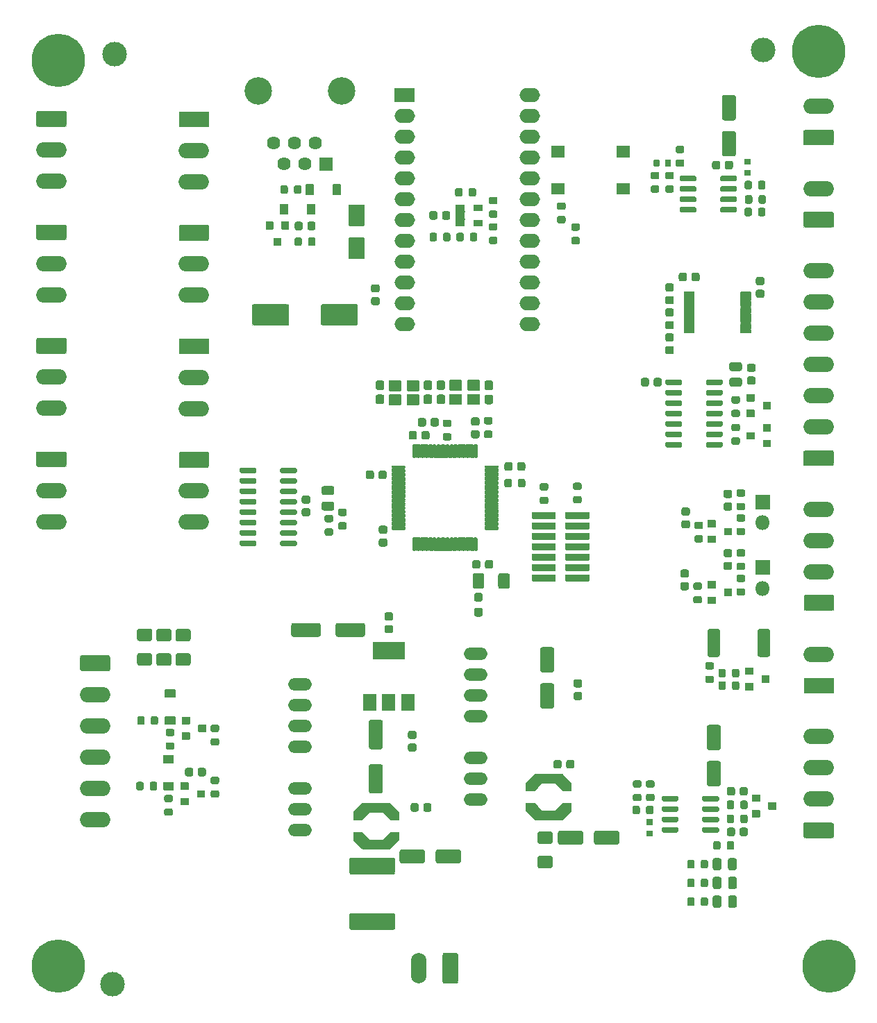
<source format=gbr>
G04 #@! TF.GenerationSoftware,KiCad,Pcbnew,(5.1.9)-1*
G04 #@! TF.CreationDate,2021-05-11T09:04:56+02:00*
G04 #@! TF.ProjectId,SIOMv01,53494f4d-7630-4312-9e6b-696361645f70,rev?*
G04 #@! TF.SameCoordinates,Original*
G04 #@! TF.FileFunction,Soldermask,Top*
G04 #@! TF.FilePolarity,Negative*
%FSLAX46Y46*%
G04 Gerber Fmt 4.6, Leading zero omitted, Abs format (unit mm)*
G04 Created by KiCad (PCBNEW (5.1.9)-1) date 2021-05-11 09:04:56*
%MOMM*%
%LPD*%
G01*
G04 APERTURE LIST*
%ADD10O,2.502000X1.702000*%
%ADD11O,3.702000X1.902000*%
%ADD12O,1.902000X3.702000*%
%ADD13O,2.896000X1.499000*%
%ADD14C,0.100000*%
%ADD15O,1.802000X1.802000*%
%ADD16C,3.352000*%
%ADD17C,1.622000*%
%ADD18C,0.902000*%
%ADD19C,6.502000*%
%ADD20C,3.000000*%
G04 APERTURE END LIST*
G36*
G01*
X58574245Y-168820200D02*
X63599755Y-168820200D01*
G75*
G02*
X63863000Y-169083445I0J-263245D01*
G01*
X63863000Y-170583955D01*
G75*
G02*
X63599755Y-170847200I-263245J0D01*
G01*
X58574245Y-170847200D01*
G75*
G02*
X58311000Y-170583955I0J263245D01*
G01*
X58311000Y-169083445D01*
G75*
G02*
X58574245Y-168820200I263245J0D01*
G01*
G37*
G36*
G01*
X58574245Y-162045200D02*
X63599755Y-162045200D01*
G75*
G02*
X63863000Y-162308445I0J-263245D01*
G01*
X63863000Y-163808955D01*
G75*
G02*
X63599755Y-164072200I-263245J0D01*
G01*
X58574245Y-164072200D01*
G75*
G02*
X58311000Y-163808955I0J263245D01*
G01*
X58311000Y-162308445D01*
G75*
G02*
X58574245Y-162045200I263245J0D01*
G01*
G37*
G36*
G01*
X60082000Y-84968600D02*
X58282000Y-84968600D01*
G75*
G02*
X58231000Y-84917600I0J51000D01*
G01*
X58231000Y-82417600D01*
G75*
G02*
X58282000Y-82366600I51000J0D01*
G01*
X60082000Y-82366600D01*
G75*
G02*
X60133000Y-82417600I0J-51000D01*
G01*
X60133000Y-84917600D01*
G75*
G02*
X60082000Y-84968600I-51000J0D01*
G01*
G37*
G36*
G01*
X60082000Y-88968600D02*
X58282000Y-88968600D01*
G75*
G02*
X58231000Y-88917600I0J51000D01*
G01*
X58231000Y-86417600D01*
G75*
G02*
X58282000Y-86366600I51000J0D01*
G01*
X60082000Y-86366600D01*
G75*
G02*
X60133000Y-86417600I0J-51000D01*
G01*
X60133000Y-88917600D01*
G75*
G02*
X60082000Y-88968600I-51000J0D01*
G01*
G37*
G36*
G01*
X73431000Y-83038801D02*
X73431000Y-82388799D01*
G75*
G02*
X73481999Y-82337800I50999J0D01*
G01*
X74542001Y-82337800D01*
G75*
G02*
X74593000Y-82388799I0J-50999D01*
G01*
X74593000Y-83038801D01*
G75*
G02*
X74542001Y-83089800I-50999J0D01*
G01*
X73481999Y-83089800D01*
G75*
G02*
X73431000Y-83038801I0J50999D01*
G01*
G37*
G36*
G01*
X73431000Y-84938801D02*
X73431000Y-84288799D01*
G75*
G02*
X73481999Y-84237800I50999J0D01*
G01*
X74542001Y-84237800D01*
G75*
G02*
X74593000Y-84288799I0J-50999D01*
G01*
X74593000Y-84938801D01*
G75*
G02*
X74542001Y-84989800I-50999J0D01*
G01*
X73481999Y-84989800D01*
G75*
G02*
X73431000Y-84938801I0J50999D01*
G01*
G37*
G36*
G01*
X71231000Y-84938801D02*
X71231000Y-84288799D01*
G75*
G02*
X71281999Y-84237800I50999J0D01*
G01*
X72342001Y-84237800D01*
G75*
G02*
X72393000Y-84288799I0J-50999D01*
G01*
X72393000Y-84938801D01*
G75*
G02*
X72342001Y-84989800I-50999J0D01*
G01*
X71281999Y-84989800D01*
G75*
G02*
X71231000Y-84938801I0J50999D01*
G01*
G37*
G36*
G01*
X71231000Y-83988801D02*
X71231000Y-83338799D01*
G75*
G02*
X71281999Y-83287800I50999J0D01*
G01*
X72342001Y-83287800D01*
G75*
G02*
X72393000Y-83338799I0J-50999D01*
G01*
X72393000Y-83988801D01*
G75*
G02*
X72342001Y-84039800I-50999J0D01*
G01*
X71281999Y-84039800D01*
G75*
G02*
X71231000Y-83988801I0J50999D01*
G01*
G37*
G36*
G01*
X71231000Y-83038801D02*
X71231000Y-82388799D01*
G75*
G02*
X71281999Y-82337800I50999J0D01*
G01*
X72342001Y-82337800D01*
G75*
G02*
X72393000Y-82388799I0J-50999D01*
G01*
X72393000Y-83038801D01*
G75*
G02*
X72342001Y-83089800I-50999J0D01*
G01*
X71281999Y-83089800D01*
G75*
G02*
X71231000Y-83038801I0J50999D01*
G01*
G37*
G36*
G01*
X76144900Y-82316200D02*
X75543900Y-82316200D01*
G75*
G02*
X75318400Y-82090700I0J225500D01*
G01*
X75318400Y-81639700D01*
G75*
G02*
X75543900Y-81414200I225500J0D01*
G01*
X76144900Y-81414200D01*
G75*
G02*
X76370400Y-81639700I0J-225500D01*
G01*
X76370400Y-82090700D01*
G75*
G02*
X76144900Y-82316200I-225500J0D01*
G01*
G37*
G36*
G01*
X76144900Y-83966200D02*
X75543900Y-83966200D01*
G75*
G02*
X75318400Y-83740700I0J225500D01*
G01*
X75318400Y-83289700D01*
G75*
G02*
X75543900Y-83064200I225500J0D01*
G01*
X76144900Y-83064200D01*
G75*
G02*
X76370400Y-83289700I0J-225500D01*
G01*
X76370400Y-83740700D01*
G75*
G02*
X76144900Y-83966200I-225500J0D01*
G01*
G37*
G36*
G01*
X76144900Y-85515600D02*
X75543900Y-85515600D01*
G75*
G02*
X75318400Y-85290100I0J225500D01*
G01*
X75318400Y-84839100D01*
G75*
G02*
X75543900Y-84613600I225500J0D01*
G01*
X76144900Y-84613600D01*
G75*
G02*
X76370400Y-84839100I0J-225500D01*
G01*
X76370400Y-85290100D01*
G75*
G02*
X76144900Y-85515600I-225500J0D01*
G01*
G37*
G36*
G01*
X76144900Y-87165600D02*
X75543900Y-87165600D01*
G75*
G02*
X75318400Y-86940100I0J225500D01*
G01*
X75318400Y-86489100D01*
G75*
G02*
X75543900Y-86263600I225500J0D01*
G01*
X76144900Y-86263600D01*
G75*
G02*
X76370400Y-86489100I0J-225500D01*
G01*
X76370400Y-86940100D01*
G75*
G02*
X76144900Y-87165600I-225500J0D01*
G01*
G37*
G36*
G01*
X73005800Y-86609700D02*
X73005800Y-86008700D01*
G75*
G02*
X73231300Y-85783200I225500J0D01*
G01*
X73682300Y-85783200D01*
G75*
G02*
X73907800Y-86008700I0J-225500D01*
G01*
X73907800Y-86609700D01*
G75*
G02*
X73682300Y-86835200I-225500J0D01*
G01*
X73231300Y-86835200D01*
G75*
G02*
X73005800Y-86609700I0J225500D01*
G01*
G37*
G36*
G01*
X71355800Y-86609700D02*
X71355800Y-86008700D01*
G75*
G02*
X71581300Y-85783200I225500J0D01*
G01*
X72032300Y-85783200D01*
G75*
G02*
X72257800Y-86008700I0J-225500D01*
G01*
X72257800Y-86609700D01*
G75*
G02*
X72032300Y-86835200I-225500J0D01*
G01*
X71581300Y-86835200D01*
G75*
G02*
X71355800Y-86609700I0J225500D01*
G01*
G37*
G36*
G01*
X69729200Y-86609700D02*
X69729200Y-86008700D01*
G75*
G02*
X69954700Y-85783200I225500J0D01*
G01*
X70405700Y-85783200D01*
G75*
G02*
X70631200Y-86008700I0J-225500D01*
G01*
X70631200Y-86609700D01*
G75*
G02*
X70405700Y-86835200I-225500J0D01*
G01*
X69954700Y-86835200D01*
G75*
G02*
X69729200Y-86609700I0J225500D01*
G01*
G37*
G36*
G01*
X68079200Y-86609700D02*
X68079200Y-86008700D01*
G75*
G02*
X68304700Y-85783200I225500J0D01*
G01*
X68755700Y-85783200D01*
G75*
G02*
X68981200Y-86008700I0J-225500D01*
G01*
X68981200Y-86609700D01*
G75*
G02*
X68755700Y-86835200I-225500J0D01*
G01*
X68304700Y-86835200D01*
G75*
G02*
X68079200Y-86609700I0J225500D01*
G01*
G37*
G36*
G01*
X72104400Y-80547700D02*
X72104400Y-81148700D01*
G75*
G02*
X71878900Y-81374200I-225500J0D01*
G01*
X71427900Y-81374200D01*
G75*
G02*
X71202400Y-81148700I0J225500D01*
G01*
X71202400Y-80547700D01*
G75*
G02*
X71427900Y-80322200I225500J0D01*
G01*
X71878900Y-80322200D01*
G75*
G02*
X72104400Y-80547700I0J-225500D01*
G01*
G37*
G36*
G01*
X73754400Y-80547700D02*
X73754400Y-81148700D01*
G75*
G02*
X73528900Y-81374200I-225500J0D01*
G01*
X73077900Y-81374200D01*
G75*
G02*
X72852400Y-81148700I0J225500D01*
G01*
X72852400Y-80547700D01*
G75*
G02*
X73077900Y-80322200I225500J0D01*
G01*
X73528900Y-80322200D01*
G75*
G02*
X73754400Y-80547700I0J-225500D01*
G01*
G37*
G36*
G01*
X50950200Y-94768000D02*
X50950200Y-96849600D01*
G75*
G02*
X50690000Y-97109800I-260200J0D01*
G01*
X46708400Y-97109800D01*
G75*
G02*
X46448200Y-96849600I0J260200D01*
G01*
X46448200Y-94768000D01*
G75*
G02*
X46708400Y-94507800I260200J0D01*
G01*
X50690000Y-94507800D01*
G75*
G02*
X50950200Y-94768000I0J-260200D01*
G01*
G37*
G36*
G01*
X59350200Y-94768000D02*
X59350200Y-96849600D01*
G75*
G02*
X59090000Y-97109800I-260200J0D01*
G01*
X55108400Y-97109800D01*
G75*
G02*
X54848200Y-96849600I0J260200D01*
G01*
X54848200Y-94768000D01*
G75*
G02*
X55108400Y-94507800I260200J0D01*
G01*
X59090000Y-94507800D01*
G75*
G02*
X59350200Y-94768000I0J-260200D01*
G01*
G37*
G36*
G01*
X69055600Y-83392100D02*
X69055600Y-83943100D01*
G75*
G02*
X68805100Y-84193600I-250500J0D01*
G01*
X68304100Y-84193600D01*
G75*
G02*
X68053600Y-83943100I0J250500D01*
G01*
X68053600Y-83392100D01*
G75*
G02*
X68304100Y-83141600I250500J0D01*
G01*
X68805100Y-83141600D01*
G75*
G02*
X69055600Y-83392100I0J-250500D01*
G01*
G37*
G36*
G01*
X70605600Y-83392100D02*
X70605600Y-83943100D01*
G75*
G02*
X70355100Y-84193600I-250500J0D01*
G01*
X69854100Y-84193600D01*
G75*
G02*
X69603600Y-83943100I0J250500D01*
G01*
X69603600Y-83392100D01*
G75*
G02*
X69854100Y-83141600I250500J0D01*
G01*
X70355100Y-83141600D01*
G75*
G02*
X70605600Y-83392100I0J-250500D01*
G01*
G37*
D10*
X80276000Y-68959000D03*
X65036000Y-96899000D03*
X80276000Y-71499000D03*
X65036000Y-94359000D03*
X80276000Y-74039000D03*
X65036000Y-91819000D03*
X80276000Y-76579000D03*
X65036000Y-89279000D03*
X80276000Y-79119000D03*
X65036000Y-86739000D03*
X80276000Y-81659000D03*
X65036000Y-84199000D03*
X80276000Y-84199000D03*
X65036000Y-81659000D03*
X80276000Y-86739000D03*
X65036000Y-79119000D03*
X80276000Y-89279000D03*
X65036000Y-76579000D03*
X80276000Y-91819000D03*
X65036000Y-74039000D03*
X80276000Y-94359000D03*
X65036000Y-71499000D03*
X80276000Y-96899000D03*
G36*
G01*
X63785000Y-69759000D02*
X63785000Y-68159000D01*
G75*
G02*
X63836000Y-68108000I51000J0D01*
G01*
X66236000Y-68108000D01*
G75*
G02*
X66287000Y-68159000I0J-51000D01*
G01*
X66287000Y-69759000D01*
G75*
G02*
X66236000Y-69810000I-51000J0D01*
G01*
X63836000Y-69810000D01*
G75*
G02*
X63785000Y-69759000I0J51000D01*
G01*
G37*
G36*
G01*
X83434000Y-120690000D02*
X80644000Y-120690000D01*
G75*
G02*
X80593000Y-120639000I0J51000D01*
G01*
X80593000Y-119899000D01*
G75*
G02*
X80644000Y-119848000I51000J0D01*
G01*
X83434000Y-119848000D01*
G75*
G02*
X83485000Y-119899000I0J-51000D01*
G01*
X83485000Y-120639000D01*
G75*
G02*
X83434000Y-120690000I-51000J0D01*
G01*
G37*
G36*
G01*
X87504000Y-120690000D02*
X84714000Y-120690000D01*
G75*
G02*
X84663000Y-120639000I0J51000D01*
G01*
X84663000Y-119899000D01*
G75*
G02*
X84714000Y-119848000I51000J0D01*
G01*
X87504000Y-119848000D01*
G75*
G02*
X87555000Y-119899000I0J-51000D01*
G01*
X87555000Y-120639000D01*
G75*
G02*
X87504000Y-120690000I-51000J0D01*
G01*
G37*
G36*
G01*
X83434000Y-121960000D02*
X80644000Y-121960000D01*
G75*
G02*
X80593000Y-121909000I0J51000D01*
G01*
X80593000Y-121169000D01*
G75*
G02*
X80644000Y-121118000I51000J0D01*
G01*
X83434000Y-121118000D01*
G75*
G02*
X83485000Y-121169000I0J-51000D01*
G01*
X83485000Y-121909000D01*
G75*
G02*
X83434000Y-121960000I-51000J0D01*
G01*
G37*
G36*
G01*
X87504000Y-121960000D02*
X84714000Y-121960000D01*
G75*
G02*
X84663000Y-121909000I0J51000D01*
G01*
X84663000Y-121169000D01*
G75*
G02*
X84714000Y-121118000I51000J0D01*
G01*
X87504000Y-121118000D01*
G75*
G02*
X87555000Y-121169000I0J-51000D01*
G01*
X87555000Y-121909000D01*
G75*
G02*
X87504000Y-121960000I-51000J0D01*
G01*
G37*
G36*
G01*
X83434000Y-123230000D02*
X80644000Y-123230000D01*
G75*
G02*
X80593000Y-123179000I0J51000D01*
G01*
X80593000Y-122439000D01*
G75*
G02*
X80644000Y-122388000I51000J0D01*
G01*
X83434000Y-122388000D01*
G75*
G02*
X83485000Y-122439000I0J-51000D01*
G01*
X83485000Y-123179000D01*
G75*
G02*
X83434000Y-123230000I-51000J0D01*
G01*
G37*
G36*
G01*
X87504000Y-123230000D02*
X84714000Y-123230000D01*
G75*
G02*
X84663000Y-123179000I0J51000D01*
G01*
X84663000Y-122439000D01*
G75*
G02*
X84714000Y-122388000I51000J0D01*
G01*
X87504000Y-122388000D01*
G75*
G02*
X87555000Y-122439000I0J-51000D01*
G01*
X87555000Y-123179000D01*
G75*
G02*
X87504000Y-123230000I-51000J0D01*
G01*
G37*
G36*
G01*
X83434000Y-124500000D02*
X80644000Y-124500000D01*
G75*
G02*
X80593000Y-124449000I0J51000D01*
G01*
X80593000Y-123709000D01*
G75*
G02*
X80644000Y-123658000I51000J0D01*
G01*
X83434000Y-123658000D01*
G75*
G02*
X83485000Y-123709000I0J-51000D01*
G01*
X83485000Y-124449000D01*
G75*
G02*
X83434000Y-124500000I-51000J0D01*
G01*
G37*
G36*
G01*
X87504000Y-124500000D02*
X84714000Y-124500000D01*
G75*
G02*
X84663000Y-124449000I0J51000D01*
G01*
X84663000Y-123709000D01*
G75*
G02*
X84714000Y-123658000I51000J0D01*
G01*
X87504000Y-123658000D01*
G75*
G02*
X87555000Y-123709000I0J-51000D01*
G01*
X87555000Y-124449000D01*
G75*
G02*
X87504000Y-124500000I-51000J0D01*
G01*
G37*
G36*
G01*
X83434000Y-125770000D02*
X80644000Y-125770000D01*
G75*
G02*
X80593000Y-125719000I0J51000D01*
G01*
X80593000Y-124979000D01*
G75*
G02*
X80644000Y-124928000I51000J0D01*
G01*
X83434000Y-124928000D01*
G75*
G02*
X83485000Y-124979000I0J-51000D01*
G01*
X83485000Y-125719000D01*
G75*
G02*
X83434000Y-125770000I-51000J0D01*
G01*
G37*
G36*
G01*
X87504000Y-125770000D02*
X84714000Y-125770000D01*
G75*
G02*
X84663000Y-125719000I0J51000D01*
G01*
X84663000Y-124979000D01*
G75*
G02*
X84714000Y-124928000I51000J0D01*
G01*
X87504000Y-124928000D01*
G75*
G02*
X87555000Y-124979000I0J-51000D01*
G01*
X87555000Y-125719000D01*
G75*
G02*
X87504000Y-125770000I-51000J0D01*
G01*
G37*
G36*
G01*
X83434000Y-127040000D02*
X80644000Y-127040000D01*
G75*
G02*
X80593000Y-126989000I0J51000D01*
G01*
X80593000Y-126249000D01*
G75*
G02*
X80644000Y-126198000I51000J0D01*
G01*
X83434000Y-126198000D01*
G75*
G02*
X83485000Y-126249000I0J-51000D01*
G01*
X83485000Y-126989000D01*
G75*
G02*
X83434000Y-127040000I-51000J0D01*
G01*
G37*
G36*
G01*
X87504000Y-127040000D02*
X84714000Y-127040000D01*
G75*
G02*
X84663000Y-126989000I0J51000D01*
G01*
X84663000Y-126249000D01*
G75*
G02*
X84714000Y-126198000I51000J0D01*
G01*
X87504000Y-126198000D01*
G75*
G02*
X87555000Y-126249000I0J-51000D01*
G01*
X87555000Y-126989000D01*
G75*
G02*
X87504000Y-127040000I-51000J0D01*
G01*
G37*
G36*
G01*
X83434000Y-128310000D02*
X80644000Y-128310000D01*
G75*
G02*
X80593000Y-128259000I0J51000D01*
G01*
X80593000Y-127519000D01*
G75*
G02*
X80644000Y-127468000I51000J0D01*
G01*
X83434000Y-127468000D01*
G75*
G02*
X83485000Y-127519000I0J-51000D01*
G01*
X83485000Y-128259000D01*
G75*
G02*
X83434000Y-128310000I-51000J0D01*
G01*
G37*
G36*
G01*
X87504000Y-128310000D02*
X84714000Y-128310000D01*
G75*
G02*
X84663000Y-128259000I0J51000D01*
G01*
X84663000Y-127519000D01*
G75*
G02*
X84714000Y-127468000I51000J0D01*
G01*
X87504000Y-127468000D01*
G75*
G02*
X87555000Y-127519000I0J-51000D01*
G01*
X87555000Y-128259000D01*
G75*
G02*
X87504000Y-128310000I-51000J0D01*
G01*
G37*
D11*
X115570000Y-137223500D03*
G36*
G01*
X117156834Y-141984500D02*
X113983166Y-141984500D01*
G75*
G02*
X113719000Y-141720334I0J264166D01*
G01*
X113719000Y-140346666D01*
G75*
G02*
X113983166Y-140082500I264166J0D01*
G01*
X117156834Y-140082500D01*
G75*
G02*
X117421000Y-140346666I0J-264166D01*
G01*
X117421000Y-141720334D01*
G75*
G02*
X117156834Y-141984500I-264166J0D01*
G01*
G37*
X115506500Y-147256500D03*
X115506500Y-151066500D03*
X115506500Y-154876500D03*
G36*
G01*
X117093334Y-159637500D02*
X113919666Y-159637500D01*
G75*
G02*
X113655500Y-159373334I0J264166D01*
G01*
X113655500Y-157999666D01*
G75*
G02*
X113919666Y-157735500I264166J0D01*
G01*
X117093334Y-157735500D01*
G75*
G02*
X117357500Y-157999666I0J-264166D01*
G01*
X117357500Y-159373334D01*
G75*
G02*
X117093334Y-159637500I-264166J0D01*
G01*
G37*
X39370000Y-93408500D03*
X39370000Y-89598500D03*
G36*
G01*
X37783166Y-84837500D02*
X40956834Y-84837500D01*
G75*
G02*
X41221000Y-85101666I0J-264166D01*
G01*
X41221000Y-86475334D01*
G75*
G02*
X40956834Y-86739500I-264166J0D01*
G01*
X37783166Y-86739500D01*
G75*
G02*
X37519000Y-86475334I0J264166D01*
G01*
X37519000Y-85101666D01*
G75*
G02*
X37783166Y-84837500I264166J0D01*
G01*
G37*
X21958300Y-79514700D03*
X21958300Y-75704700D03*
G36*
G01*
X20371466Y-70943700D02*
X23545134Y-70943700D01*
G75*
G02*
X23809300Y-71207866I0J-264166D01*
G01*
X23809300Y-72581534D01*
G75*
G02*
X23545134Y-72845700I-264166J0D01*
G01*
X20371466Y-72845700D01*
G75*
G02*
X20107300Y-72581534I0J264166D01*
G01*
X20107300Y-71207866D01*
G75*
G02*
X20371466Y-70943700I264166J0D01*
G01*
G37*
D12*
X66802000Y-175514000D03*
G36*
G01*
X71563000Y-173927166D02*
X71563000Y-177100834D01*
G75*
G02*
X71298834Y-177365000I-264166J0D01*
G01*
X69925166Y-177365000D01*
G75*
G02*
X69661000Y-177100834I0J264166D01*
G01*
X69661000Y-173927166D01*
G75*
G02*
X69925166Y-173663000I264166J0D01*
G01*
X71298834Y-173663000D01*
G75*
G02*
X71563000Y-173927166I0J-264166D01*
G01*
G37*
D11*
X115506500Y-90424000D03*
X115506500Y-94234000D03*
X115506500Y-98044000D03*
X115506500Y-101854000D03*
X115506500Y-105664000D03*
X115506500Y-109474000D03*
G36*
G01*
X117093334Y-114235000D02*
X113919666Y-114235000D01*
G75*
G02*
X113655500Y-113970834I0J264166D01*
G01*
X113655500Y-112597166D01*
G75*
G02*
X113919666Y-112333000I264166J0D01*
G01*
X117093334Y-112333000D01*
G75*
G02*
X117357500Y-112597166I0J-264166D01*
G01*
X117357500Y-113970834D01*
G75*
G02*
X117093334Y-114235000I-264166J0D01*
G01*
G37*
X115570000Y-119507000D03*
X115570000Y-123317000D03*
X115570000Y-127127000D03*
G36*
G01*
X117156834Y-131888000D02*
X113983166Y-131888000D01*
G75*
G02*
X113719000Y-131623834I0J264166D01*
G01*
X113719000Y-130250166D01*
G75*
G02*
X113983166Y-129986000I264166J0D01*
G01*
X117156834Y-129986000D01*
G75*
G02*
X117421000Y-130250166I0J-264166D01*
G01*
X117421000Y-131623834D01*
G75*
G02*
X117156834Y-131888000I-264166J0D01*
G01*
G37*
X115506500Y-80391000D03*
G36*
G01*
X117093334Y-85152000D02*
X113919666Y-85152000D01*
G75*
G02*
X113655500Y-84887834I0J264166D01*
G01*
X113655500Y-83514166D01*
G75*
G02*
X113919666Y-83250000I264166J0D01*
G01*
X117093334Y-83250000D01*
G75*
G02*
X117357500Y-83514166I0J-264166D01*
G01*
X117357500Y-84887834D01*
G75*
G02*
X117093334Y-85152000I-264166J0D01*
G01*
G37*
X115506500Y-70358000D03*
G36*
G01*
X117093334Y-75119000D02*
X113919666Y-75119000D01*
G75*
G02*
X113655500Y-74854834I0J264166D01*
G01*
X113655500Y-73481166D01*
G75*
G02*
X113919666Y-73217000I264166J0D01*
G01*
X117093334Y-73217000D01*
G75*
G02*
X117357500Y-73481166I0J-264166D01*
G01*
X117357500Y-74854834D01*
G75*
G02*
X117093334Y-75119000I-264166J0D01*
G01*
G37*
X27305000Y-157353000D03*
X27305000Y-153543000D03*
X27305000Y-149733000D03*
X27305000Y-145923000D03*
X27305000Y-142113000D03*
G36*
G01*
X25718166Y-137352000D02*
X28891834Y-137352000D01*
G75*
G02*
X29156000Y-137616166I0J-264166D01*
G01*
X29156000Y-138989834D01*
G75*
G02*
X28891834Y-139254000I-264166J0D01*
G01*
X25718166Y-139254000D01*
G75*
G02*
X25454000Y-138989834I0J264166D01*
G01*
X25454000Y-137616166D01*
G75*
G02*
X25718166Y-137352000I264166J0D01*
G01*
G37*
X21958300Y-93357700D03*
X21958300Y-89547700D03*
G36*
G01*
X20371466Y-84786700D02*
X23545134Y-84786700D01*
G75*
G02*
X23809300Y-85050866I0J-264166D01*
G01*
X23809300Y-86424534D01*
G75*
G02*
X23545134Y-86688700I-264166J0D01*
G01*
X20371466Y-86688700D01*
G75*
G02*
X20107300Y-86424534I0J264166D01*
G01*
X20107300Y-85050866D01*
G75*
G02*
X20371466Y-84786700I264166J0D01*
G01*
G37*
X21958300Y-107200700D03*
X21958300Y-103390700D03*
G36*
G01*
X20371466Y-98629700D02*
X23545134Y-98629700D01*
G75*
G02*
X23809300Y-98893866I0J-264166D01*
G01*
X23809300Y-100267534D01*
G75*
G02*
X23545134Y-100531700I-264166J0D01*
G01*
X20371466Y-100531700D01*
G75*
G02*
X20107300Y-100267534I0J264166D01*
G01*
X20107300Y-98893866D01*
G75*
G02*
X20371466Y-98629700I264166J0D01*
G01*
G37*
X21958300Y-121043700D03*
X21958300Y-117233700D03*
G36*
G01*
X20371466Y-112472700D02*
X23545134Y-112472700D01*
G75*
G02*
X23809300Y-112736866I0J-264166D01*
G01*
X23809300Y-114110534D01*
G75*
G02*
X23545134Y-114374700I-264166J0D01*
G01*
X20371466Y-114374700D01*
G75*
G02*
X20107300Y-114110534I0J264166D01*
G01*
X20107300Y-112736866D01*
G75*
G02*
X20371466Y-112472700I264166J0D01*
G01*
G37*
X39370000Y-79565500D03*
X39370000Y-75755500D03*
G36*
G01*
X37783166Y-70994500D02*
X40956834Y-70994500D01*
G75*
G02*
X41221000Y-71258666I0J-264166D01*
G01*
X41221000Y-72632334D01*
G75*
G02*
X40956834Y-72896500I-264166J0D01*
G01*
X37783166Y-72896500D01*
G75*
G02*
X37519000Y-72632334I0J264166D01*
G01*
X37519000Y-71258666D01*
G75*
G02*
X37783166Y-70994500I264166J0D01*
G01*
G37*
X39370000Y-107251500D03*
X39370000Y-103441500D03*
G36*
G01*
X37783166Y-98680500D02*
X40956834Y-98680500D01*
G75*
G02*
X41221000Y-98944666I0J-264166D01*
G01*
X41221000Y-100318334D01*
G75*
G02*
X40956834Y-100582500I-264166J0D01*
G01*
X37783166Y-100582500D01*
G75*
G02*
X37519000Y-100318334I0J264166D01*
G01*
X37519000Y-98944666D01*
G75*
G02*
X37783166Y-98680500I264166J0D01*
G01*
G37*
X39370000Y-121094500D03*
X39370000Y-117284500D03*
G36*
G01*
X37783166Y-112523500D02*
X40956834Y-112523500D01*
G75*
G02*
X41221000Y-112787666I0J-264166D01*
G01*
X41221000Y-114161334D01*
G75*
G02*
X40956834Y-114425500I-264166J0D01*
G01*
X37783166Y-114425500D01*
G75*
G02*
X37519000Y-114161334I0J264166D01*
G01*
X37519000Y-112787666D01*
G75*
G02*
X37783166Y-112523500I264166J0D01*
G01*
G37*
G36*
G01*
X84194000Y-150346500D02*
X84194000Y-150897500D01*
G75*
G02*
X83943500Y-151148000I-250500J0D01*
G01*
X83442500Y-151148000D01*
G75*
G02*
X83192000Y-150897500I0J250500D01*
G01*
X83192000Y-150346500D01*
G75*
G02*
X83442500Y-150096000I250500J0D01*
G01*
X83943500Y-150096000D01*
G75*
G02*
X84194000Y-150346500I0J-250500D01*
G01*
G37*
G36*
G01*
X85744000Y-150346500D02*
X85744000Y-150897500D01*
G75*
G02*
X85493500Y-151148000I-250500J0D01*
G01*
X84992500Y-151148000D01*
G75*
G02*
X84742000Y-150897500I0J250500D01*
G01*
X84742000Y-150346500D01*
G75*
G02*
X84992500Y-150096000I250500J0D01*
G01*
X85493500Y-150096000D01*
G75*
G02*
X85744000Y-150346500I0J-250500D01*
G01*
G37*
D13*
X73723500Y-137160000D03*
X73723500Y-139700000D03*
X73723500Y-142240000D03*
X73723500Y-144780000D03*
X73723500Y-154940000D03*
X73723500Y-152400000D03*
X73723500Y-149860000D03*
G36*
G01*
X82827106Y-160348500D02*
X81510894Y-160348500D01*
G75*
G02*
X81243000Y-160080606I0J267894D01*
G01*
X81243000Y-159089394D01*
G75*
G02*
X81510894Y-158821500I267894J0D01*
G01*
X82827106Y-158821500D01*
G75*
G02*
X83095000Y-159089394I0J-267894D01*
G01*
X83095000Y-160080606D01*
G75*
G02*
X82827106Y-160348500I-267894J0D01*
G01*
G37*
G36*
G01*
X82827106Y-163323500D02*
X81510894Y-163323500D01*
G75*
G02*
X81243000Y-163055606I0J267894D01*
G01*
X81243000Y-162064394D01*
G75*
G02*
X81510894Y-161796500I267894J0D01*
G01*
X82827106Y-161796500D01*
G75*
G02*
X83095000Y-162064394I0J-267894D01*
G01*
X83095000Y-163055606D01*
G75*
G02*
X82827106Y-163323500I-267894J0D01*
G01*
G37*
G36*
G01*
X105169563Y-72081000D02*
X103999437Y-72081000D01*
G75*
G02*
X103733500Y-71815063I0J265937D01*
G01*
X103733500Y-69244937D01*
G75*
G02*
X103999437Y-68979000I265937J0D01*
G01*
X105169563Y-68979000D01*
G75*
G02*
X105435500Y-69244937I0J-265937D01*
G01*
X105435500Y-71815063D01*
G75*
G02*
X105169563Y-72081000I-265937J0D01*
G01*
G37*
G36*
G01*
X105169563Y-76481000D02*
X103999437Y-76481000D01*
G75*
G02*
X103733500Y-76215063I0J265937D01*
G01*
X103733500Y-73644937D01*
G75*
G02*
X103999437Y-73379000I265937J0D01*
G01*
X105169563Y-73379000D01*
G75*
G02*
X105435500Y-73644937I0J-265937D01*
G01*
X105435500Y-76215063D01*
G75*
G02*
X105169563Y-76481000I-265937J0D01*
G01*
G37*
G36*
G01*
X103328063Y-148916000D02*
X102157937Y-148916000D01*
G75*
G02*
X101892000Y-148650063I0J265937D01*
G01*
X101892000Y-146079937D01*
G75*
G02*
X102157937Y-145814000I265937J0D01*
G01*
X103328063Y-145814000D01*
G75*
G02*
X103594000Y-146079937I0J-265937D01*
G01*
X103594000Y-148650063D01*
G75*
G02*
X103328063Y-148916000I-265937J0D01*
G01*
G37*
G36*
G01*
X103328063Y-153316000D02*
X102157937Y-153316000D01*
G75*
G02*
X101892000Y-153050063I0J265937D01*
G01*
X101892000Y-150479937D01*
G75*
G02*
X102157937Y-150214000I265937J0D01*
G01*
X103328063Y-150214000D01*
G75*
G02*
X103594000Y-150479937I0J-265937D01*
G01*
X103594000Y-153050063D01*
G75*
G02*
X103328063Y-153316000I-265937J0D01*
G01*
G37*
G36*
G01*
X54821000Y-133653937D02*
X54821000Y-134824063D01*
G75*
G02*
X54555063Y-135090000I-265937J0D01*
G01*
X51484937Y-135090000D01*
G75*
G02*
X51219000Y-134824063I0J265937D01*
G01*
X51219000Y-133653937D01*
G75*
G02*
X51484937Y-133388000I265937J0D01*
G01*
X54555063Y-133388000D01*
G75*
G02*
X54821000Y-133653937I0J-265937D01*
G01*
G37*
G36*
G01*
X60221000Y-133653937D02*
X60221000Y-134824063D01*
G75*
G02*
X59955063Y-135090000I-265937J0D01*
G01*
X56884937Y-135090000D01*
G75*
G02*
X56619000Y-134824063I0J265937D01*
G01*
X56619000Y-133653937D01*
G75*
G02*
X56884937Y-133388000I265937J0D01*
G01*
X59955063Y-133388000D01*
G75*
G02*
X60221000Y-133653937I0J-265937D01*
G01*
G37*
X52260500Y-140906500D03*
X52260500Y-143446500D03*
X52260500Y-145986500D03*
X52260500Y-148526500D03*
X52260500Y-158686500D03*
X52260500Y-156146500D03*
X52260500Y-153606500D03*
D14*
G36*
X58789980Y-156463550D02*
G01*
X58792882Y-156453983D01*
X58797595Y-156445166D01*
X58803938Y-156437438D01*
X59858938Y-155382438D01*
X59866666Y-155376095D01*
X59875483Y-155371382D01*
X59885050Y-155368480D01*
X59895000Y-155367500D01*
X63295000Y-155367500D01*
X63304950Y-155368480D01*
X63314517Y-155371382D01*
X63323334Y-155376095D01*
X63331062Y-155382438D01*
X64386062Y-156437438D01*
X64392405Y-156445166D01*
X64397118Y-156453983D01*
X64400020Y-156463550D01*
X64401000Y-156473500D01*
X64401000Y-157413500D01*
X64400020Y-157423450D01*
X64397118Y-157433017D01*
X64392405Y-157441834D01*
X64386062Y-157449562D01*
X64378334Y-157455905D01*
X64369517Y-157460618D01*
X64359950Y-157463520D01*
X64350000Y-157464500D01*
X63295000Y-157464500D01*
X63285050Y-157463520D01*
X63275483Y-157460618D01*
X63266666Y-157455905D01*
X63257282Y-157447827D01*
X62416956Y-156524500D01*
X60773044Y-156524500D01*
X59932718Y-157447827D01*
X59925296Y-157454526D01*
X59916710Y-157459648D01*
X59907290Y-157462997D01*
X59895000Y-157464500D01*
X58840000Y-157464500D01*
X58830050Y-157463520D01*
X58820483Y-157460618D01*
X58811666Y-157455905D01*
X58803938Y-157449562D01*
X58797595Y-157441834D01*
X58792882Y-157433017D01*
X58789980Y-157423450D01*
X58789000Y-157413500D01*
X58789000Y-156473500D01*
X58789980Y-156463550D01*
G37*
G36*
X58789980Y-158923550D02*
G01*
X58792882Y-158913983D01*
X58797595Y-158905166D01*
X58803938Y-158897438D01*
X58811666Y-158891095D01*
X58820483Y-158886382D01*
X58830050Y-158883480D01*
X58840000Y-158882500D01*
X59895000Y-158882500D01*
X59904950Y-158883480D01*
X59914517Y-158886382D01*
X59923334Y-158891095D01*
X59932718Y-158899173D01*
X60773044Y-159822500D01*
X62416956Y-159822500D01*
X63257282Y-158899173D01*
X63264704Y-158892474D01*
X63273290Y-158887352D01*
X63282710Y-158884003D01*
X63295000Y-158882500D01*
X64350000Y-158882500D01*
X64359950Y-158883480D01*
X64369517Y-158886382D01*
X64378334Y-158891095D01*
X64386062Y-158897438D01*
X64392405Y-158905166D01*
X64397118Y-158913983D01*
X64400020Y-158923550D01*
X64401000Y-158933500D01*
X64401000Y-159873500D01*
X64400020Y-159883450D01*
X64397118Y-159893017D01*
X64392405Y-159901834D01*
X64386062Y-159909562D01*
X63331062Y-160964562D01*
X63323334Y-160970905D01*
X63314517Y-160975618D01*
X63304950Y-160978520D01*
X63295000Y-160979500D01*
X59895000Y-160979500D01*
X59885050Y-160978520D01*
X59875483Y-160975618D01*
X59866666Y-160970905D01*
X59858938Y-160964562D01*
X58803938Y-159909562D01*
X58797595Y-159901834D01*
X58792882Y-159893017D01*
X58789980Y-159883450D01*
X58789000Y-159873500D01*
X58789000Y-158933500D01*
X58789980Y-158923550D01*
G37*
G36*
X79808480Y-152917550D02*
G01*
X79811382Y-152907983D01*
X79816095Y-152899166D01*
X79822438Y-152891438D01*
X80877438Y-151836438D01*
X80885166Y-151830095D01*
X80893983Y-151825382D01*
X80903550Y-151822480D01*
X80913500Y-151821500D01*
X84313500Y-151821500D01*
X84323450Y-151822480D01*
X84333017Y-151825382D01*
X84341834Y-151830095D01*
X84349562Y-151836438D01*
X85404562Y-152891438D01*
X85410905Y-152899166D01*
X85415618Y-152907983D01*
X85418520Y-152917550D01*
X85419500Y-152927500D01*
X85419500Y-153867500D01*
X85418520Y-153877450D01*
X85415618Y-153887017D01*
X85410905Y-153895834D01*
X85404562Y-153903562D01*
X85396834Y-153909905D01*
X85388017Y-153914618D01*
X85378450Y-153917520D01*
X85368500Y-153918500D01*
X84313500Y-153918500D01*
X84303550Y-153917520D01*
X84293983Y-153914618D01*
X84285166Y-153909905D01*
X84275782Y-153901827D01*
X83435456Y-152978500D01*
X81791544Y-152978500D01*
X80951218Y-153901827D01*
X80943796Y-153908526D01*
X80935210Y-153913648D01*
X80925790Y-153916997D01*
X80913500Y-153918500D01*
X79858500Y-153918500D01*
X79848550Y-153917520D01*
X79838983Y-153914618D01*
X79830166Y-153909905D01*
X79822438Y-153903562D01*
X79816095Y-153895834D01*
X79811382Y-153887017D01*
X79808480Y-153877450D01*
X79807500Y-153867500D01*
X79807500Y-152927500D01*
X79808480Y-152917550D01*
G37*
G36*
X79808480Y-155377550D02*
G01*
X79811382Y-155367983D01*
X79816095Y-155359166D01*
X79822438Y-155351438D01*
X79830166Y-155345095D01*
X79838983Y-155340382D01*
X79848550Y-155337480D01*
X79858500Y-155336500D01*
X80913500Y-155336500D01*
X80923450Y-155337480D01*
X80933017Y-155340382D01*
X80941834Y-155345095D01*
X80951218Y-155353173D01*
X81791544Y-156276500D01*
X83435456Y-156276500D01*
X84275782Y-155353173D01*
X84283204Y-155346474D01*
X84291790Y-155341352D01*
X84301210Y-155338003D01*
X84313500Y-155336500D01*
X85368500Y-155336500D01*
X85378450Y-155337480D01*
X85388017Y-155340382D01*
X85396834Y-155345095D01*
X85404562Y-155351438D01*
X85410905Y-155359166D01*
X85415618Y-155367983D01*
X85418520Y-155377550D01*
X85419500Y-155387500D01*
X85419500Y-156327500D01*
X85418520Y-156337450D01*
X85415618Y-156347017D01*
X85410905Y-156355834D01*
X85404562Y-156363562D01*
X84349562Y-157418562D01*
X84341834Y-157424905D01*
X84333017Y-157429618D01*
X84323450Y-157432520D01*
X84313500Y-157433500D01*
X80913500Y-157433500D01*
X80903550Y-157432520D01*
X80893983Y-157429618D01*
X80885166Y-157424905D01*
X80877438Y-157418562D01*
X79822438Y-156363562D01*
X79816095Y-156355834D01*
X79811382Y-156347017D01*
X79808480Y-156337450D01*
X79807500Y-156327500D01*
X79807500Y-155387500D01*
X79808480Y-155377550D01*
G37*
G36*
G01*
X104733000Y-125379500D02*
X104182000Y-125379500D01*
G75*
G02*
X103931500Y-125129000I0J250500D01*
G01*
X103931500Y-124628000D01*
G75*
G02*
X104182000Y-124377500I250500J0D01*
G01*
X104733000Y-124377500D01*
G75*
G02*
X104983500Y-124628000I0J-250500D01*
G01*
X104983500Y-125129000D01*
G75*
G02*
X104733000Y-125379500I-250500J0D01*
G01*
G37*
G36*
G01*
X104733000Y-126929500D02*
X104182000Y-126929500D01*
G75*
G02*
X103931500Y-126679000I0J250500D01*
G01*
X103931500Y-126178000D01*
G75*
G02*
X104182000Y-125927500I250500J0D01*
G01*
X104733000Y-125927500D01*
G75*
G02*
X104983500Y-126178000I0J-250500D01*
G01*
X104983500Y-126679000D01*
G75*
G02*
X104733000Y-126929500I-250500J0D01*
G01*
G37*
G36*
G01*
X99462500Y-127856000D02*
X98911500Y-127856000D01*
G75*
G02*
X98661000Y-127605500I0J250500D01*
G01*
X98661000Y-127104500D01*
G75*
G02*
X98911500Y-126854000I250500J0D01*
G01*
X99462500Y-126854000D01*
G75*
G02*
X99713000Y-127104500I0J-250500D01*
G01*
X99713000Y-127605500D01*
G75*
G02*
X99462500Y-127856000I-250500J0D01*
G01*
G37*
G36*
G01*
X99462500Y-129406000D02*
X98911500Y-129406000D01*
G75*
G02*
X98661000Y-129155500I0J250500D01*
G01*
X98661000Y-128654500D01*
G75*
G02*
X98911500Y-128404000I250500J0D01*
G01*
X99462500Y-128404000D01*
G75*
G02*
X99713000Y-128654500I0J-250500D01*
G01*
X99713000Y-129155500D01*
G75*
G02*
X99462500Y-129406000I-250500J0D01*
G01*
G37*
G36*
G01*
X66832000Y-105557499D02*
X66832000Y-106757501D01*
G75*
G02*
X66781001Y-106808500I-50999J0D01*
G01*
X65380999Y-106808500D01*
G75*
G02*
X65330000Y-106757501I0J50999D01*
G01*
X65330000Y-105557499D01*
G75*
G02*
X65380999Y-105506500I50999J0D01*
G01*
X66781001Y-105506500D01*
G75*
G02*
X66832000Y-105557499I0J-50999D01*
G01*
G37*
G36*
G01*
X64632000Y-105557499D02*
X64632000Y-106757501D01*
G75*
G02*
X64581001Y-106808500I-50999J0D01*
G01*
X63180999Y-106808500D01*
G75*
G02*
X63130000Y-106757501I0J50999D01*
G01*
X63130000Y-105557499D01*
G75*
G02*
X63180999Y-105506500I50999J0D01*
G01*
X64581001Y-105506500D01*
G75*
G02*
X64632000Y-105557499I0J-50999D01*
G01*
G37*
G36*
G01*
X64632000Y-103857499D02*
X64632000Y-105057501D01*
G75*
G02*
X64581001Y-105108500I-50999J0D01*
G01*
X63180999Y-105108500D01*
G75*
G02*
X63130000Y-105057501I0J50999D01*
G01*
X63130000Y-103857499D01*
G75*
G02*
X63180999Y-103806500I50999J0D01*
G01*
X64581001Y-103806500D01*
G75*
G02*
X64632000Y-103857499I0J-50999D01*
G01*
G37*
G36*
G01*
X66832000Y-103857499D02*
X66832000Y-105057501D01*
G75*
G02*
X66781001Y-105108500I-50999J0D01*
G01*
X65380999Y-105108500D01*
G75*
G02*
X65330000Y-105057501I0J50999D01*
G01*
X65330000Y-103857499D01*
G75*
G02*
X65380999Y-103806500I50999J0D01*
G01*
X66781001Y-103806500D01*
G75*
G02*
X66832000Y-103857499I0J-50999D01*
G01*
G37*
G36*
G01*
X74220500Y-105493999D02*
X74220500Y-106694001D01*
G75*
G02*
X74169501Y-106745000I-50999J0D01*
G01*
X72769499Y-106745000D01*
G75*
G02*
X72718500Y-106694001I0J50999D01*
G01*
X72718500Y-105493999D01*
G75*
G02*
X72769499Y-105443000I50999J0D01*
G01*
X74169501Y-105443000D01*
G75*
G02*
X74220500Y-105493999I0J-50999D01*
G01*
G37*
G36*
G01*
X72020500Y-105493999D02*
X72020500Y-106694001D01*
G75*
G02*
X71969501Y-106745000I-50999J0D01*
G01*
X70569499Y-106745000D01*
G75*
G02*
X70518500Y-106694001I0J50999D01*
G01*
X70518500Y-105493999D01*
G75*
G02*
X70569499Y-105443000I50999J0D01*
G01*
X71969501Y-105443000D01*
G75*
G02*
X72020500Y-105493999I0J-50999D01*
G01*
G37*
G36*
G01*
X72020500Y-103793999D02*
X72020500Y-104994001D01*
G75*
G02*
X71969501Y-105045000I-50999J0D01*
G01*
X70569499Y-105045000D01*
G75*
G02*
X70518500Y-104994001I0J50999D01*
G01*
X70518500Y-103793999D01*
G75*
G02*
X70569499Y-103743000I50999J0D01*
G01*
X71969501Y-103743000D01*
G75*
G02*
X72020500Y-103793999I0J-50999D01*
G01*
G37*
G36*
G01*
X74220500Y-103793999D02*
X74220500Y-104994001D01*
G75*
G02*
X74169501Y-105045000I-50999J0D01*
G01*
X72769499Y-105045000D01*
G75*
G02*
X72718500Y-104994001I0J50999D01*
G01*
X72718500Y-103793999D01*
G75*
G02*
X72769499Y-103743000I50999J0D01*
G01*
X74169501Y-103743000D01*
G75*
G02*
X74220500Y-103793999I0J-50999D01*
G01*
G37*
G36*
G01*
X34092000Y-145588500D02*
X34092000Y-144987500D01*
G75*
G02*
X34317500Y-144762000I225500J0D01*
G01*
X34768500Y-144762000D01*
G75*
G02*
X34994000Y-144987500I0J-225500D01*
G01*
X34994000Y-145588500D01*
G75*
G02*
X34768500Y-145814000I-225500J0D01*
G01*
X34317500Y-145814000D01*
G75*
G02*
X34092000Y-145588500I0J225500D01*
G01*
G37*
G36*
G01*
X32442000Y-145588500D02*
X32442000Y-144987500D01*
G75*
G02*
X32667500Y-144762000I225500J0D01*
G01*
X33118500Y-144762000D01*
G75*
G02*
X33344000Y-144987500I0J-225500D01*
G01*
X33344000Y-145588500D01*
G75*
G02*
X33118500Y-145814000I-225500J0D01*
G01*
X32667500Y-145814000D01*
G75*
G02*
X32442000Y-145588500I0J225500D01*
G01*
G37*
G36*
G01*
X38694606Y-135637500D02*
X37378394Y-135637500D01*
G75*
G02*
X37110500Y-135369606I0J267894D01*
G01*
X37110500Y-134378394D01*
G75*
G02*
X37378394Y-134110500I267894J0D01*
G01*
X38694606Y-134110500D01*
G75*
G02*
X38962500Y-134378394I0J-267894D01*
G01*
X38962500Y-135369606D01*
G75*
G02*
X38694606Y-135637500I-267894J0D01*
G01*
G37*
G36*
G01*
X38694606Y-138612500D02*
X37378394Y-138612500D01*
G75*
G02*
X37110500Y-138344606I0J267894D01*
G01*
X37110500Y-137353394D01*
G75*
G02*
X37378394Y-137085500I267894J0D01*
G01*
X38694606Y-137085500D01*
G75*
G02*
X38962500Y-137353394I0J-267894D01*
G01*
X38962500Y-138344606D01*
G75*
G02*
X38694606Y-138612500I-267894J0D01*
G01*
G37*
G36*
G01*
X36345106Y-135637500D02*
X35028894Y-135637500D01*
G75*
G02*
X34761000Y-135369606I0J267894D01*
G01*
X34761000Y-134378394D01*
G75*
G02*
X35028894Y-134110500I267894J0D01*
G01*
X36345106Y-134110500D01*
G75*
G02*
X36613000Y-134378394I0J-267894D01*
G01*
X36613000Y-135369606D01*
G75*
G02*
X36345106Y-135637500I-267894J0D01*
G01*
G37*
G36*
G01*
X36345106Y-138612500D02*
X35028894Y-138612500D01*
G75*
G02*
X34761000Y-138344606I0J267894D01*
G01*
X34761000Y-137353394D01*
G75*
G02*
X35028894Y-137085500I267894J0D01*
G01*
X36345106Y-137085500D01*
G75*
G02*
X36613000Y-137353394I0J-267894D01*
G01*
X36613000Y-138344606D01*
G75*
G02*
X36345106Y-138612500I-267894J0D01*
G01*
G37*
G36*
G01*
X33995606Y-135610500D02*
X32679394Y-135610500D01*
G75*
G02*
X32411500Y-135342606I0J267894D01*
G01*
X32411500Y-134351394D01*
G75*
G02*
X32679394Y-134083500I267894J0D01*
G01*
X33995606Y-134083500D01*
G75*
G02*
X34263500Y-134351394I0J-267894D01*
G01*
X34263500Y-135342606D01*
G75*
G02*
X33995606Y-135610500I-267894J0D01*
G01*
G37*
G36*
G01*
X33995606Y-138585500D02*
X32679394Y-138585500D01*
G75*
G02*
X32411500Y-138317606I0J267894D01*
G01*
X32411500Y-137326394D01*
G75*
G02*
X32679394Y-137058500I267894J0D01*
G01*
X33995606Y-137058500D01*
G75*
G02*
X34263500Y-137326394I0J-267894D01*
G01*
X34263500Y-138317606D01*
G75*
G02*
X33995606Y-138585500I-267894J0D01*
G01*
G37*
G36*
G01*
X103494000Y-134368713D02*
X103494000Y-137284287D01*
G75*
G02*
X103225787Y-137552500I-268213J0D01*
G01*
X102260213Y-137552500D01*
G75*
G02*
X101992000Y-137284287I0J268213D01*
G01*
X101992000Y-134368713D01*
G75*
G02*
X102260213Y-134100500I268213J0D01*
G01*
X103225787Y-134100500D01*
G75*
G02*
X103494000Y-134368713I0J-268213D01*
G01*
G37*
G36*
G01*
X109594000Y-134368713D02*
X109594000Y-137284287D01*
G75*
G02*
X109325787Y-137552500I-268213J0D01*
G01*
X108360213Y-137552500D01*
G75*
G02*
X108092000Y-137284287I0J268213D01*
G01*
X108092000Y-134368713D01*
G75*
G02*
X108360213Y-134100500I268213J0D01*
G01*
X109325787Y-134100500D01*
G75*
G02*
X109594000Y-134368713I0J-268213D01*
G01*
G37*
G36*
G01*
X94849000Y-103737500D02*
X94849000Y-104288500D01*
G75*
G02*
X94598500Y-104539000I-250500J0D01*
G01*
X94097500Y-104539000D01*
G75*
G02*
X93847000Y-104288500I0J250500D01*
G01*
X93847000Y-103737500D01*
G75*
G02*
X94097500Y-103487000I250500J0D01*
G01*
X94598500Y-103487000D01*
G75*
G02*
X94849000Y-103737500I0J-250500D01*
G01*
G37*
G36*
G01*
X96399000Y-103737500D02*
X96399000Y-104288500D01*
G75*
G02*
X96148500Y-104539000I-250500J0D01*
G01*
X95647500Y-104539000D01*
G75*
G02*
X95397000Y-104288500I0J250500D01*
G01*
X95397000Y-103737500D01*
G75*
G02*
X95647500Y-103487000I250500J0D01*
G01*
X96148500Y-103487000D01*
G75*
G02*
X96399000Y-103737500I0J-250500D01*
G01*
G37*
G36*
G01*
X101779000Y-104188500D02*
X101779000Y-103837500D01*
G75*
G02*
X101954500Y-103662000I175500J0D01*
G01*
X103655500Y-103662000D01*
G75*
G02*
X103831000Y-103837500I0J-175500D01*
G01*
X103831000Y-104188500D01*
G75*
G02*
X103655500Y-104364000I-175500J0D01*
G01*
X101954500Y-104364000D01*
G75*
G02*
X101779000Y-104188500I0J175500D01*
G01*
G37*
G36*
G01*
X101779000Y-105458500D02*
X101779000Y-105107500D01*
G75*
G02*
X101954500Y-104932000I175500J0D01*
G01*
X103655500Y-104932000D01*
G75*
G02*
X103831000Y-105107500I0J-175500D01*
G01*
X103831000Y-105458500D01*
G75*
G02*
X103655500Y-105634000I-175500J0D01*
G01*
X101954500Y-105634000D01*
G75*
G02*
X101779000Y-105458500I0J175500D01*
G01*
G37*
G36*
G01*
X101779000Y-106728500D02*
X101779000Y-106377500D01*
G75*
G02*
X101954500Y-106202000I175500J0D01*
G01*
X103655500Y-106202000D01*
G75*
G02*
X103831000Y-106377500I0J-175500D01*
G01*
X103831000Y-106728500D01*
G75*
G02*
X103655500Y-106904000I-175500J0D01*
G01*
X101954500Y-106904000D01*
G75*
G02*
X101779000Y-106728500I0J175500D01*
G01*
G37*
G36*
G01*
X101779000Y-107998500D02*
X101779000Y-107647500D01*
G75*
G02*
X101954500Y-107472000I175500J0D01*
G01*
X103655500Y-107472000D01*
G75*
G02*
X103831000Y-107647500I0J-175500D01*
G01*
X103831000Y-107998500D01*
G75*
G02*
X103655500Y-108174000I-175500J0D01*
G01*
X101954500Y-108174000D01*
G75*
G02*
X101779000Y-107998500I0J175500D01*
G01*
G37*
G36*
G01*
X101779000Y-109268500D02*
X101779000Y-108917500D01*
G75*
G02*
X101954500Y-108742000I175500J0D01*
G01*
X103655500Y-108742000D01*
G75*
G02*
X103831000Y-108917500I0J-175500D01*
G01*
X103831000Y-109268500D01*
G75*
G02*
X103655500Y-109444000I-175500J0D01*
G01*
X101954500Y-109444000D01*
G75*
G02*
X101779000Y-109268500I0J175500D01*
G01*
G37*
G36*
G01*
X101779000Y-110538500D02*
X101779000Y-110187500D01*
G75*
G02*
X101954500Y-110012000I175500J0D01*
G01*
X103655500Y-110012000D01*
G75*
G02*
X103831000Y-110187500I0J-175500D01*
G01*
X103831000Y-110538500D01*
G75*
G02*
X103655500Y-110714000I-175500J0D01*
G01*
X101954500Y-110714000D01*
G75*
G02*
X101779000Y-110538500I0J175500D01*
G01*
G37*
G36*
G01*
X101779000Y-111808500D02*
X101779000Y-111457500D01*
G75*
G02*
X101954500Y-111282000I175500J0D01*
G01*
X103655500Y-111282000D01*
G75*
G02*
X103831000Y-111457500I0J-175500D01*
G01*
X103831000Y-111808500D01*
G75*
G02*
X103655500Y-111984000I-175500J0D01*
G01*
X101954500Y-111984000D01*
G75*
G02*
X101779000Y-111808500I0J175500D01*
G01*
G37*
G36*
G01*
X96829000Y-111808500D02*
X96829000Y-111457500D01*
G75*
G02*
X97004500Y-111282000I175500J0D01*
G01*
X98705500Y-111282000D01*
G75*
G02*
X98881000Y-111457500I0J-175500D01*
G01*
X98881000Y-111808500D01*
G75*
G02*
X98705500Y-111984000I-175500J0D01*
G01*
X97004500Y-111984000D01*
G75*
G02*
X96829000Y-111808500I0J175500D01*
G01*
G37*
G36*
G01*
X96829000Y-110538500D02*
X96829000Y-110187500D01*
G75*
G02*
X97004500Y-110012000I175500J0D01*
G01*
X98705500Y-110012000D01*
G75*
G02*
X98881000Y-110187500I0J-175500D01*
G01*
X98881000Y-110538500D01*
G75*
G02*
X98705500Y-110714000I-175500J0D01*
G01*
X97004500Y-110714000D01*
G75*
G02*
X96829000Y-110538500I0J175500D01*
G01*
G37*
G36*
G01*
X96829000Y-109268500D02*
X96829000Y-108917500D01*
G75*
G02*
X97004500Y-108742000I175500J0D01*
G01*
X98705500Y-108742000D01*
G75*
G02*
X98881000Y-108917500I0J-175500D01*
G01*
X98881000Y-109268500D01*
G75*
G02*
X98705500Y-109444000I-175500J0D01*
G01*
X97004500Y-109444000D01*
G75*
G02*
X96829000Y-109268500I0J175500D01*
G01*
G37*
G36*
G01*
X96829000Y-107998500D02*
X96829000Y-107647500D01*
G75*
G02*
X97004500Y-107472000I175500J0D01*
G01*
X98705500Y-107472000D01*
G75*
G02*
X98881000Y-107647500I0J-175500D01*
G01*
X98881000Y-107998500D01*
G75*
G02*
X98705500Y-108174000I-175500J0D01*
G01*
X97004500Y-108174000D01*
G75*
G02*
X96829000Y-107998500I0J175500D01*
G01*
G37*
G36*
G01*
X96829000Y-106728500D02*
X96829000Y-106377500D01*
G75*
G02*
X97004500Y-106202000I175500J0D01*
G01*
X98705500Y-106202000D01*
G75*
G02*
X98881000Y-106377500I0J-175500D01*
G01*
X98881000Y-106728500D01*
G75*
G02*
X98705500Y-106904000I-175500J0D01*
G01*
X97004500Y-106904000D01*
G75*
G02*
X96829000Y-106728500I0J175500D01*
G01*
G37*
G36*
G01*
X96829000Y-105458500D02*
X96829000Y-105107500D01*
G75*
G02*
X97004500Y-104932000I175500J0D01*
G01*
X98705500Y-104932000D01*
G75*
G02*
X98881000Y-105107500I0J-175500D01*
G01*
X98881000Y-105458500D01*
G75*
G02*
X98705500Y-105634000I-175500J0D01*
G01*
X97004500Y-105634000D01*
G75*
G02*
X96829000Y-105458500I0J175500D01*
G01*
G37*
G36*
G01*
X96829000Y-104188500D02*
X96829000Y-103837500D01*
G75*
G02*
X97004500Y-103662000I175500J0D01*
G01*
X98705500Y-103662000D01*
G75*
G02*
X98881000Y-103837500I0J-175500D01*
G01*
X98881000Y-104188500D01*
G75*
G02*
X98705500Y-104364000I-175500J0D01*
G01*
X97004500Y-104364000D01*
G75*
G02*
X96829000Y-104188500I0J175500D01*
G01*
G37*
G36*
G01*
X105986500Y-93429000D02*
X105986500Y-93029000D01*
G75*
G02*
X106037500Y-92978000I51000J0D01*
G01*
X107237500Y-92978000D01*
G75*
G02*
X107288500Y-93029000I0J-51000D01*
G01*
X107288500Y-93429000D01*
G75*
G02*
X107237500Y-93480000I-51000J0D01*
G01*
X106037500Y-93480000D01*
G75*
G02*
X105986500Y-93429000I0J51000D01*
G01*
G37*
G36*
G01*
X105986500Y-94079000D02*
X105986500Y-93679000D01*
G75*
G02*
X106037500Y-93628000I51000J0D01*
G01*
X107237500Y-93628000D01*
G75*
G02*
X107288500Y-93679000I0J-51000D01*
G01*
X107288500Y-94079000D01*
G75*
G02*
X107237500Y-94130000I-51000J0D01*
G01*
X106037500Y-94130000D01*
G75*
G02*
X105986500Y-94079000I0J51000D01*
G01*
G37*
G36*
G01*
X105986500Y-94729000D02*
X105986500Y-94329000D01*
G75*
G02*
X106037500Y-94278000I51000J0D01*
G01*
X107237500Y-94278000D01*
G75*
G02*
X107288500Y-94329000I0J-51000D01*
G01*
X107288500Y-94729000D01*
G75*
G02*
X107237500Y-94780000I-51000J0D01*
G01*
X106037500Y-94780000D01*
G75*
G02*
X105986500Y-94729000I0J51000D01*
G01*
G37*
G36*
G01*
X105986500Y-95379000D02*
X105986500Y-94979000D01*
G75*
G02*
X106037500Y-94928000I51000J0D01*
G01*
X107237500Y-94928000D01*
G75*
G02*
X107288500Y-94979000I0J-51000D01*
G01*
X107288500Y-95379000D01*
G75*
G02*
X107237500Y-95430000I-51000J0D01*
G01*
X106037500Y-95430000D01*
G75*
G02*
X105986500Y-95379000I0J51000D01*
G01*
G37*
G36*
G01*
X105986500Y-96029000D02*
X105986500Y-95629000D01*
G75*
G02*
X106037500Y-95578000I51000J0D01*
G01*
X107237500Y-95578000D01*
G75*
G02*
X107288500Y-95629000I0J-51000D01*
G01*
X107288500Y-96029000D01*
G75*
G02*
X107237500Y-96080000I-51000J0D01*
G01*
X106037500Y-96080000D01*
G75*
G02*
X105986500Y-96029000I0J51000D01*
G01*
G37*
G36*
G01*
X105986500Y-96679000D02*
X105986500Y-96279000D01*
G75*
G02*
X106037500Y-96228000I51000J0D01*
G01*
X107237500Y-96228000D01*
G75*
G02*
X107288500Y-96279000I0J-51000D01*
G01*
X107288500Y-96679000D01*
G75*
G02*
X107237500Y-96730000I-51000J0D01*
G01*
X106037500Y-96730000D01*
G75*
G02*
X105986500Y-96679000I0J51000D01*
G01*
G37*
G36*
G01*
X105986500Y-97329000D02*
X105986500Y-96929000D01*
G75*
G02*
X106037500Y-96878000I51000J0D01*
G01*
X107237500Y-96878000D01*
G75*
G02*
X107288500Y-96929000I0J-51000D01*
G01*
X107288500Y-97329000D01*
G75*
G02*
X107237500Y-97380000I-51000J0D01*
G01*
X106037500Y-97380000D01*
G75*
G02*
X105986500Y-97329000I0J51000D01*
G01*
G37*
G36*
G01*
X105986500Y-97979000D02*
X105986500Y-97579000D01*
G75*
G02*
X106037500Y-97528000I51000J0D01*
G01*
X107237500Y-97528000D01*
G75*
G02*
X107288500Y-97579000I0J-51000D01*
G01*
X107288500Y-97979000D01*
G75*
G02*
X107237500Y-98030000I-51000J0D01*
G01*
X106037500Y-98030000D01*
G75*
G02*
X105986500Y-97979000I0J51000D01*
G01*
G37*
G36*
G01*
X99086500Y-97979000D02*
X99086500Y-97579000D01*
G75*
G02*
X99137500Y-97528000I51000J0D01*
G01*
X100337500Y-97528000D01*
G75*
G02*
X100388500Y-97579000I0J-51000D01*
G01*
X100388500Y-97979000D01*
G75*
G02*
X100337500Y-98030000I-51000J0D01*
G01*
X99137500Y-98030000D01*
G75*
G02*
X99086500Y-97979000I0J51000D01*
G01*
G37*
G36*
G01*
X99086500Y-97329000D02*
X99086500Y-96929000D01*
G75*
G02*
X99137500Y-96878000I51000J0D01*
G01*
X100337500Y-96878000D01*
G75*
G02*
X100388500Y-96929000I0J-51000D01*
G01*
X100388500Y-97329000D01*
G75*
G02*
X100337500Y-97380000I-51000J0D01*
G01*
X99137500Y-97380000D01*
G75*
G02*
X99086500Y-97329000I0J51000D01*
G01*
G37*
G36*
G01*
X99086500Y-96679000D02*
X99086500Y-96279000D01*
G75*
G02*
X99137500Y-96228000I51000J0D01*
G01*
X100337500Y-96228000D01*
G75*
G02*
X100388500Y-96279000I0J-51000D01*
G01*
X100388500Y-96679000D01*
G75*
G02*
X100337500Y-96730000I-51000J0D01*
G01*
X99137500Y-96730000D01*
G75*
G02*
X99086500Y-96679000I0J51000D01*
G01*
G37*
G36*
G01*
X99086500Y-96029000D02*
X99086500Y-95629000D01*
G75*
G02*
X99137500Y-95578000I51000J0D01*
G01*
X100337500Y-95578000D01*
G75*
G02*
X100388500Y-95629000I0J-51000D01*
G01*
X100388500Y-96029000D01*
G75*
G02*
X100337500Y-96080000I-51000J0D01*
G01*
X99137500Y-96080000D01*
G75*
G02*
X99086500Y-96029000I0J51000D01*
G01*
G37*
G36*
G01*
X99086500Y-95379000D02*
X99086500Y-94979000D01*
G75*
G02*
X99137500Y-94928000I51000J0D01*
G01*
X100337500Y-94928000D01*
G75*
G02*
X100388500Y-94979000I0J-51000D01*
G01*
X100388500Y-95379000D01*
G75*
G02*
X100337500Y-95430000I-51000J0D01*
G01*
X99137500Y-95430000D01*
G75*
G02*
X99086500Y-95379000I0J51000D01*
G01*
G37*
G36*
G01*
X99086500Y-94729000D02*
X99086500Y-94329000D01*
G75*
G02*
X99137500Y-94278000I51000J0D01*
G01*
X100337500Y-94278000D01*
G75*
G02*
X100388500Y-94329000I0J-51000D01*
G01*
X100388500Y-94729000D01*
G75*
G02*
X100337500Y-94780000I-51000J0D01*
G01*
X99137500Y-94780000D01*
G75*
G02*
X99086500Y-94729000I0J51000D01*
G01*
G37*
G36*
G01*
X99086500Y-94079000D02*
X99086500Y-93679000D01*
G75*
G02*
X99137500Y-93628000I51000J0D01*
G01*
X100337500Y-93628000D01*
G75*
G02*
X100388500Y-93679000I0J-51000D01*
G01*
X100388500Y-94079000D01*
G75*
G02*
X100337500Y-94130000I-51000J0D01*
G01*
X99137500Y-94130000D01*
G75*
G02*
X99086500Y-94079000I0J51000D01*
G01*
G37*
G36*
G01*
X99086500Y-93429000D02*
X99086500Y-93029000D01*
G75*
G02*
X99137500Y-92978000I51000J0D01*
G01*
X100337500Y-92978000D01*
G75*
G02*
X100388500Y-93029000I0J-51000D01*
G01*
X100388500Y-93429000D01*
G75*
G02*
X100337500Y-93480000I-51000J0D01*
G01*
X99137500Y-93480000D01*
G75*
G02*
X99086500Y-93429000I0J51000D01*
G01*
G37*
G36*
G01*
X101333000Y-154988500D02*
X101333000Y-154637500D01*
G75*
G02*
X101508500Y-154462000I175500J0D01*
G01*
X103209500Y-154462000D01*
G75*
G02*
X103385000Y-154637500I0J-175500D01*
G01*
X103385000Y-154988500D01*
G75*
G02*
X103209500Y-155164000I-175500J0D01*
G01*
X101508500Y-155164000D01*
G75*
G02*
X101333000Y-154988500I0J175500D01*
G01*
G37*
G36*
G01*
X101333000Y-156258500D02*
X101333000Y-155907500D01*
G75*
G02*
X101508500Y-155732000I175500J0D01*
G01*
X103209500Y-155732000D01*
G75*
G02*
X103385000Y-155907500I0J-175500D01*
G01*
X103385000Y-156258500D01*
G75*
G02*
X103209500Y-156434000I-175500J0D01*
G01*
X101508500Y-156434000D01*
G75*
G02*
X101333000Y-156258500I0J175500D01*
G01*
G37*
G36*
G01*
X101333000Y-157528500D02*
X101333000Y-157177500D01*
G75*
G02*
X101508500Y-157002000I175500J0D01*
G01*
X103209500Y-157002000D01*
G75*
G02*
X103385000Y-157177500I0J-175500D01*
G01*
X103385000Y-157528500D01*
G75*
G02*
X103209500Y-157704000I-175500J0D01*
G01*
X101508500Y-157704000D01*
G75*
G02*
X101333000Y-157528500I0J175500D01*
G01*
G37*
G36*
G01*
X101333000Y-158798500D02*
X101333000Y-158447500D01*
G75*
G02*
X101508500Y-158272000I175500J0D01*
G01*
X103209500Y-158272000D01*
G75*
G02*
X103385000Y-158447500I0J-175500D01*
G01*
X103385000Y-158798500D01*
G75*
G02*
X103209500Y-158974000I-175500J0D01*
G01*
X101508500Y-158974000D01*
G75*
G02*
X101333000Y-158798500I0J175500D01*
G01*
G37*
G36*
G01*
X96383000Y-158798500D02*
X96383000Y-158447500D01*
G75*
G02*
X96558500Y-158272000I175500J0D01*
G01*
X98259500Y-158272000D01*
G75*
G02*
X98435000Y-158447500I0J-175500D01*
G01*
X98435000Y-158798500D01*
G75*
G02*
X98259500Y-158974000I-175500J0D01*
G01*
X96558500Y-158974000D01*
G75*
G02*
X96383000Y-158798500I0J175500D01*
G01*
G37*
G36*
G01*
X96383000Y-157528500D02*
X96383000Y-157177500D01*
G75*
G02*
X96558500Y-157002000I175500J0D01*
G01*
X98259500Y-157002000D01*
G75*
G02*
X98435000Y-157177500I0J-175500D01*
G01*
X98435000Y-157528500D01*
G75*
G02*
X98259500Y-157704000I-175500J0D01*
G01*
X96558500Y-157704000D01*
G75*
G02*
X96383000Y-157528500I0J175500D01*
G01*
G37*
G36*
G01*
X96383000Y-156258500D02*
X96383000Y-155907500D01*
G75*
G02*
X96558500Y-155732000I175500J0D01*
G01*
X98259500Y-155732000D01*
G75*
G02*
X98435000Y-155907500I0J-175500D01*
G01*
X98435000Y-156258500D01*
G75*
G02*
X98259500Y-156434000I-175500J0D01*
G01*
X96558500Y-156434000D01*
G75*
G02*
X96383000Y-156258500I0J175500D01*
G01*
G37*
G36*
G01*
X96383000Y-154988500D02*
X96383000Y-154637500D01*
G75*
G02*
X96558500Y-154462000I175500J0D01*
G01*
X98259500Y-154462000D01*
G75*
G02*
X98435000Y-154637500I0J-175500D01*
G01*
X98435000Y-154988500D01*
G75*
G02*
X98259500Y-155164000I-175500J0D01*
G01*
X96558500Y-155164000D01*
G75*
G02*
X96383000Y-154988500I0J175500D01*
G01*
G37*
G36*
G01*
X74926500Y-114159000D02*
X76377500Y-114159000D01*
G75*
G02*
X76478000Y-114259500I0J-100500D01*
G01*
X76478000Y-114460500D01*
G75*
G02*
X76377500Y-114561000I-100500J0D01*
G01*
X74926500Y-114561000D01*
G75*
G02*
X74826000Y-114460500I0J100500D01*
G01*
X74826000Y-114259500D01*
G75*
G02*
X74926500Y-114159000I100500J0D01*
G01*
G37*
G36*
G01*
X74926500Y-114659000D02*
X76377500Y-114659000D01*
G75*
G02*
X76478000Y-114759500I0J-100500D01*
G01*
X76478000Y-114960500D01*
G75*
G02*
X76377500Y-115061000I-100500J0D01*
G01*
X74926500Y-115061000D01*
G75*
G02*
X74826000Y-114960500I0J100500D01*
G01*
X74826000Y-114759500D01*
G75*
G02*
X74926500Y-114659000I100500J0D01*
G01*
G37*
G36*
G01*
X74926500Y-115159000D02*
X76377500Y-115159000D01*
G75*
G02*
X76478000Y-115259500I0J-100500D01*
G01*
X76478000Y-115460500D01*
G75*
G02*
X76377500Y-115561000I-100500J0D01*
G01*
X74926500Y-115561000D01*
G75*
G02*
X74826000Y-115460500I0J100500D01*
G01*
X74826000Y-115259500D01*
G75*
G02*
X74926500Y-115159000I100500J0D01*
G01*
G37*
G36*
G01*
X74926500Y-115659000D02*
X76377500Y-115659000D01*
G75*
G02*
X76478000Y-115759500I0J-100500D01*
G01*
X76478000Y-115960500D01*
G75*
G02*
X76377500Y-116061000I-100500J0D01*
G01*
X74926500Y-116061000D01*
G75*
G02*
X74826000Y-115960500I0J100500D01*
G01*
X74826000Y-115759500D01*
G75*
G02*
X74926500Y-115659000I100500J0D01*
G01*
G37*
G36*
G01*
X74926500Y-116159000D02*
X76377500Y-116159000D01*
G75*
G02*
X76478000Y-116259500I0J-100500D01*
G01*
X76478000Y-116460500D01*
G75*
G02*
X76377500Y-116561000I-100500J0D01*
G01*
X74926500Y-116561000D01*
G75*
G02*
X74826000Y-116460500I0J100500D01*
G01*
X74826000Y-116259500D01*
G75*
G02*
X74926500Y-116159000I100500J0D01*
G01*
G37*
G36*
G01*
X74926500Y-116659000D02*
X76377500Y-116659000D01*
G75*
G02*
X76478000Y-116759500I0J-100500D01*
G01*
X76478000Y-116960500D01*
G75*
G02*
X76377500Y-117061000I-100500J0D01*
G01*
X74926500Y-117061000D01*
G75*
G02*
X74826000Y-116960500I0J100500D01*
G01*
X74826000Y-116759500D01*
G75*
G02*
X74926500Y-116659000I100500J0D01*
G01*
G37*
G36*
G01*
X74926500Y-117159000D02*
X76377500Y-117159000D01*
G75*
G02*
X76478000Y-117259500I0J-100500D01*
G01*
X76478000Y-117460500D01*
G75*
G02*
X76377500Y-117561000I-100500J0D01*
G01*
X74926500Y-117561000D01*
G75*
G02*
X74826000Y-117460500I0J100500D01*
G01*
X74826000Y-117259500D01*
G75*
G02*
X74926500Y-117159000I100500J0D01*
G01*
G37*
G36*
G01*
X74926500Y-117659000D02*
X76377500Y-117659000D01*
G75*
G02*
X76478000Y-117759500I0J-100500D01*
G01*
X76478000Y-117960500D01*
G75*
G02*
X76377500Y-118061000I-100500J0D01*
G01*
X74926500Y-118061000D01*
G75*
G02*
X74826000Y-117960500I0J100500D01*
G01*
X74826000Y-117759500D01*
G75*
G02*
X74926500Y-117659000I100500J0D01*
G01*
G37*
G36*
G01*
X74926500Y-118159000D02*
X76377500Y-118159000D01*
G75*
G02*
X76478000Y-118259500I0J-100500D01*
G01*
X76478000Y-118460500D01*
G75*
G02*
X76377500Y-118561000I-100500J0D01*
G01*
X74926500Y-118561000D01*
G75*
G02*
X74826000Y-118460500I0J100500D01*
G01*
X74826000Y-118259500D01*
G75*
G02*
X74926500Y-118159000I100500J0D01*
G01*
G37*
G36*
G01*
X74926500Y-118659000D02*
X76377500Y-118659000D01*
G75*
G02*
X76478000Y-118759500I0J-100500D01*
G01*
X76478000Y-118960500D01*
G75*
G02*
X76377500Y-119061000I-100500J0D01*
G01*
X74926500Y-119061000D01*
G75*
G02*
X74826000Y-118960500I0J100500D01*
G01*
X74826000Y-118759500D01*
G75*
G02*
X74926500Y-118659000I100500J0D01*
G01*
G37*
G36*
G01*
X74926500Y-119159000D02*
X76377500Y-119159000D01*
G75*
G02*
X76478000Y-119259500I0J-100500D01*
G01*
X76478000Y-119460500D01*
G75*
G02*
X76377500Y-119561000I-100500J0D01*
G01*
X74926500Y-119561000D01*
G75*
G02*
X74826000Y-119460500I0J100500D01*
G01*
X74826000Y-119259500D01*
G75*
G02*
X74926500Y-119159000I100500J0D01*
G01*
G37*
G36*
G01*
X74926500Y-119659000D02*
X76377500Y-119659000D01*
G75*
G02*
X76478000Y-119759500I0J-100500D01*
G01*
X76478000Y-119960500D01*
G75*
G02*
X76377500Y-120061000I-100500J0D01*
G01*
X74926500Y-120061000D01*
G75*
G02*
X74826000Y-119960500I0J100500D01*
G01*
X74826000Y-119759500D01*
G75*
G02*
X74926500Y-119659000I100500J0D01*
G01*
G37*
G36*
G01*
X74926500Y-120159000D02*
X76377500Y-120159000D01*
G75*
G02*
X76478000Y-120259500I0J-100500D01*
G01*
X76478000Y-120460500D01*
G75*
G02*
X76377500Y-120561000I-100500J0D01*
G01*
X74926500Y-120561000D01*
G75*
G02*
X74826000Y-120460500I0J100500D01*
G01*
X74826000Y-120259500D01*
G75*
G02*
X74926500Y-120159000I100500J0D01*
G01*
G37*
G36*
G01*
X74926500Y-120659000D02*
X76377500Y-120659000D01*
G75*
G02*
X76478000Y-120759500I0J-100500D01*
G01*
X76478000Y-120960500D01*
G75*
G02*
X76377500Y-121061000I-100500J0D01*
G01*
X74926500Y-121061000D01*
G75*
G02*
X74826000Y-120960500I0J100500D01*
G01*
X74826000Y-120759500D01*
G75*
G02*
X74926500Y-120659000I100500J0D01*
G01*
G37*
G36*
G01*
X74926500Y-121159000D02*
X76377500Y-121159000D01*
G75*
G02*
X76478000Y-121259500I0J-100500D01*
G01*
X76478000Y-121460500D01*
G75*
G02*
X76377500Y-121561000I-100500J0D01*
G01*
X74926500Y-121561000D01*
G75*
G02*
X74826000Y-121460500I0J100500D01*
G01*
X74826000Y-121259500D01*
G75*
G02*
X74926500Y-121159000I100500J0D01*
G01*
G37*
G36*
G01*
X74926500Y-121659000D02*
X76377500Y-121659000D01*
G75*
G02*
X76478000Y-121759500I0J-100500D01*
G01*
X76478000Y-121960500D01*
G75*
G02*
X76377500Y-122061000I-100500J0D01*
G01*
X74926500Y-122061000D01*
G75*
G02*
X74826000Y-121960500I0J100500D01*
G01*
X74826000Y-121759500D01*
G75*
G02*
X74926500Y-121659000I100500J0D01*
G01*
G37*
G36*
G01*
X73626500Y-122959000D02*
X73827500Y-122959000D01*
G75*
G02*
X73928000Y-123059500I0J-100500D01*
G01*
X73928000Y-124510500D01*
G75*
G02*
X73827500Y-124611000I-100500J0D01*
G01*
X73626500Y-124611000D01*
G75*
G02*
X73526000Y-124510500I0J100500D01*
G01*
X73526000Y-123059500D01*
G75*
G02*
X73626500Y-122959000I100500J0D01*
G01*
G37*
G36*
G01*
X73126500Y-122959000D02*
X73327500Y-122959000D01*
G75*
G02*
X73428000Y-123059500I0J-100500D01*
G01*
X73428000Y-124510500D01*
G75*
G02*
X73327500Y-124611000I-100500J0D01*
G01*
X73126500Y-124611000D01*
G75*
G02*
X73026000Y-124510500I0J100500D01*
G01*
X73026000Y-123059500D01*
G75*
G02*
X73126500Y-122959000I100500J0D01*
G01*
G37*
G36*
G01*
X72626500Y-122959000D02*
X72827500Y-122959000D01*
G75*
G02*
X72928000Y-123059500I0J-100500D01*
G01*
X72928000Y-124510500D01*
G75*
G02*
X72827500Y-124611000I-100500J0D01*
G01*
X72626500Y-124611000D01*
G75*
G02*
X72526000Y-124510500I0J100500D01*
G01*
X72526000Y-123059500D01*
G75*
G02*
X72626500Y-122959000I100500J0D01*
G01*
G37*
G36*
G01*
X72126500Y-122959000D02*
X72327500Y-122959000D01*
G75*
G02*
X72428000Y-123059500I0J-100500D01*
G01*
X72428000Y-124510500D01*
G75*
G02*
X72327500Y-124611000I-100500J0D01*
G01*
X72126500Y-124611000D01*
G75*
G02*
X72026000Y-124510500I0J100500D01*
G01*
X72026000Y-123059500D01*
G75*
G02*
X72126500Y-122959000I100500J0D01*
G01*
G37*
G36*
G01*
X71626500Y-122959000D02*
X71827500Y-122959000D01*
G75*
G02*
X71928000Y-123059500I0J-100500D01*
G01*
X71928000Y-124510500D01*
G75*
G02*
X71827500Y-124611000I-100500J0D01*
G01*
X71626500Y-124611000D01*
G75*
G02*
X71526000Y-124510500I0J100500D01*
G01*
X71526000Y-123059500D01*
G75*
G02*
X71626500Y-122959000I100500J0D01*
G01*
G37*
G36*
G01*
X71126500Y-122959000D02*
X71327500Y-122959000D01*
G75*
G02*
X71428000Y-123059500I0J-100500D01*
G01*
X71428000Y-124510500D01*
G75*
G02*
X71327500Y-124611000I-100500J0D01*
G01*
X71126500Y-124611000D01*
G75*
G02*
X71026000Y-124510500I0J100500D01*
G01*
X71026000Y-123059500D01*
G75*
G02*
X71126500Y-122959000I100500J0D01*
G01*
G37*
G36*
G01*
X70626500Y-122959000D02*
X70827500Y-122959000D01*
G75*
G02*
X70928000Y-123059500I0J-100500D01*
G01*
X70928000Y-124510500D01*
G75*
G02*
X70827500Y-124611000I-100500J0D01*
G01*
X70626500Y-124611000D01*
G75*
G02*
X70526000Y-124510500I0J100500D01*
G01*
X70526000Y-123059500D01*
G75*
G02*
X70626500Y-122959000I100500J0D01*
G01*
G37*
G36*
G01*
X70126500Y-122959000D02*
X70327500Y-122959000D01*
G75*
G02*
X70428000Y-123059500I0J-100500D01*
G01*
X70428000Y-124510500D01*
G75*
G02*
X70327500Y-124611000I-100500J0D01*
G01*
X70126500Y-124611000D01*
G75*
G02*
X70026000Y-124510500I0J100500D01*
G01*
X70026000Y-123059500D01*
G75*
G02*
X70126500Y-122959000I100500J0D01*
G01*
G37*
G36*
G01*
X69626500Y-122959000D02*
X69827500Y-122959000D01*
G75*
G02*
X69928000Y-123059500I0J-100500D01*
G01*
X69928000Y-124510500D01*
G75*
G02*
X69827500Y-124611000I-100500J0D01*
G01*
X69626500Y-124611000D01*
G75*
G02*
X69526000Y-124510500I0J100500D01*
G01*
X69526000Y-123059500D01*
G75*
G02*
X69626500Y-122959000I100500J0D01*
G01*
G37*
G36*
G01*
X69126500Y-122959000D02*
X69327500Y-122959000D01*
G75*
G02*
X69428000Y-123059500I0J-100500D01*
G01*
X69428000Y-124510500D01*
G75*
G02*
X69327500Y-124611000I-100500J0D01*
G01*
X69126500Y-124611000D01*
G75*
G02*
X69026000Y-124510500I0J100500D01*
G01*
X69026000Y-123059500D01*
G75*
G02*
X69126500Y-122959000I100500J0D01*
G01*
G37*
G36*
G01*
X68626500Y-122959000D02*
X68827500Y-122959000D01*
G75*
G02*
X68928000Y-123059500I0J-100500D01*
G01*
X68928000Y-124510500D01*
G75*
G02*
X68827500Y-124611000I-100500J0D01*
G01*
X68626500Y-124611000D01*
G75*
G02*
X68526000Y-124510500I0J100500D01*
G01*
X68526000Y-123059500D01*
G75*
G02*
X68626500Y-122959000I100500J0D01*
G01*
G37*
G36*
G01*
X68126500Y-122959000D02*
X68327500Y-122959000D01*
G75*
G02*
X68428000Y-123059500I0J-100500D01*
G01*
X68428000Y-124510500D01*
G75*
G02*
X68327500Y-124611000I-100500J0D01*
G01*
X68126500Y-124611000D01*
G75*
G02*
X68026000Y-124510500I0J100500D01*
G01*
X68026000Y-123059500D01*
G75*
G02*
X68126500Y-122959000I100500J0D01*
G01*
G37*
G36*
G01*
X67626500Y-122959000D02*
X67827500Y-122959000D01*
G75*
G02*
X67928000Y-123059500I0J-100500D01*
G01*
X67928000Y-124510500D01*
G75*
G02*
X67827500Y-124611000I-100500J0D01*
G01*
X67626500Y-124611000D01*
G75*
G02*
X67526000Y-124510500I0J100500D01*
G01*
X67526000Y-123059500D01*
G75*
G02*
X67626500Y-122959000I100500J0D01*
G01*
G37*
G36*
G01*
X67126500Y-122959000D02*
X67327500Y-122959000D01*
G75*
G02*
X67428000Y-123059500I0J-100500D01*
G01*
X67428000Y-124510500D01*
G75*
G02*
X67327500Y-124611000I-100500J0D01*
G01*
X67126500Y-124611000D01*
G75*
G02*
X67026000Y-124510500I0J100500D01*
G01*
X67026000Y-123059500D01*
G75*
G02*
X67126500Y-122959000I100500J0D01*
G01*
G37*
G36*
G01*
X66626500Y-122959000D02*
X66827500Y-122959000D01*
G75*
G02*
X66928000Y-123059500I0J-100500D01*
G01*
X66928000Y-124510500D01*
G75*
G02*
X66827500Y-124611000I-100500J0D01*
G01*
X66626500Y-124611000D01*
G75*
G02*
X66526000Y-124510500I0J100500D01*
G01*
X66526000Y-123059500D01*
G75*
G02*
X66626500Y-122959000I100500J0D01*
G01*
G37*
G36*
G01*
X66126500Y-122959000D02*
X66327500Y-122959000D01*
G75*
G02*
X66428000Y-123059500I0J-100500D01*
G01*
X66428000Y-124510500D01*
G75*
G02*
X66327500Y-124611000I-100500J0D01*
G01*
X66126500Y-124611000D01*
G75*
G02*
X66026000Y-124510500I0J100500D01*
G01*
X66026000Y-123059500D01*
G75*
G02*
X66126500Y-122959000I100500J0D01*
G01*
G37*
G36*
G01*
X63576500Y-121659000D02*
X65027500Y-121659000D01*
G75*
G02*
X65128000Y-121759500I0J-100500D01*
G01*
X65128000Y-121960500D01*
G75*
G02*
X65027500Y-122061000I-100500J0D01*
G01*
X63576500Y-122061000D01*
G75*
G02*
X63476000Y-121960500I0J100500D01*
G01*
X63476000Y-121759500D01*
G75*
G02*
X63576500Y-121659000I100500J0D01*
G01*
G37*
G36*
G01*
X63576500Y-121159000D02*
X65027500Y-121159000D01*
G75*
G02*
X65128000Y-121259500I0J-100500D01*
G01*
X65128000Y-121460500D01*
G75*
G02*
X65027500Y-121561000I-100500J0D01*
G01*
X63576500Y-121561000D01*
G75*
G02*
X63476000Y-121460500I0J100500D01*
G01*
X63476000Y-121259500D01*
G75*
G02*
X63576500Y-121159000I100500J0D01*
G01*
G37*
G36*
G01*
X63576500Y-120659000D02*
X65027500Y-120659000D01*
G75*
G02*
X65128000Y-120759500I0J-100500D01*
G01*
X65128000Y-120960500D01*
G75*
G02*
X65027500Y-121061000I-100500J0D01*
G01*
X63576500Y-121061000D01*
G75*
G02*
X63476000Y-120960500I0J100500D01*
G01*
X63476000Y-120759500D01*
G75*
G02*
X63576500Y-120659000I100500J0D01*
G01*
G37*
G36*
G01*
X63576500Y-120159000D02*
X65027500Y-120159000D01*
G75*
G02*
X65128000Y-120259500I0J-100500D01*
G01*
X65128000Y-120460500D01*
G75*
G02*
X65027500Y-120561000I-100500J0D01*
G01*
X63576500Y-120561000D01*
G75*
G02*
X63476000Y-120460500I0J100500D01*
G01*
X63476000Y-120259500D01*
G75*
G02*
X63576500Y-120159000I100500J0D01*
G01*
G37*
G36*
G01*
X63576500Y-119659000D02*
X65027500Y-119659000D01*
G75*
G02*
X65128000Y-119759500I0J-100500D01*
G01*
X65128000Y-119960500D01*
G75*
G02*
X65027500Y-120061000I-100500J0D01*
G01*
X63576500Y-120061000D01*
G75*
G02*
X63476000Y-119960500I0J100500D01*
G01*
X63476000Y-119759500D01*
G75*
G02*
X63576500Y-119659000I100500J0D01*
G01*
G37*
G36*
G01*
X63576500Y-119159000D02*
X65027500Y-119159000D01*
G75*
G02*
X65128000Y-119259500I0J-100500D01*
G01*
X65128000Y-119460500D01*
G75*
G02*
X65027500Y-119561000I-100500J0D01*
G01*
X63576500Y-119561000D01*
G75*
G02*
X63476000Y-119460500I0J100500D01*
G01*
X63476000Y-119259500D01*
G75*
G02*
X63576500Y-119159000I100500J0D01*
G01*
G37*
G36*
G01*
X63576500Y-118659000D02*
X65027500Y-118659000D01*
G75*
G02*
X65128000Y-118759500I0J-100500D01*
G01*
X65128000Y-118960500D01*
G75*
G02*
X65027500Y-119061000I-100500J0D01*
G01*
X63576500Y-119061000D01*
G75*
G02*
X63476000Y-118960500I0J100500D01*
G01*
X63476000Y-118759500D01*
G75*
G02*
X63576500Y-118659000I100500J0D01*
G01*
G37*
G36*
G01*
X63576500Y-118159000D02*
X65027500Y-118159000D01*
G75*
G02*
X65128000Y-118259500I0J-100500D01*
G01*
X65128000Y-118460500D01*
G75*
G02*
X65027500Y-118561000I-100500J0D01*
G01*
X63576500Y-118561000D01*
G75*
G02*
X63476000Y-118460500I0J100500D01*
G01*
X63476000Y-118259500D01*
G75*
G02*
X63576500Y-118159000I100500J0D01*
G01*
G37*
G36*
G01*
X63576500Y-117659000D02*
X65027500Y-117659000D01*
G75*
G02*
X65128000Y-117759500I0J-100500D01*
G01*
X65128000Y-117960500D01*
G75*
G02*
X65027500Y-118061000I-100500J0D01*
G01*
X63576500Y-118061000D01*
G75*
G02*
X63476000Y-117960500I0J100500D01*
G01*
X63476000Y-117759500D01*
G75*
G02*
X63576500Y-117659000I100500J0D01*
G01*
G37*
G36*
G01*
X63576500Y-117159000D02*
X65027500Y-117159000D01*
G75*
G02*
X65128000Y-117259500I0J-100500D01*
G01*
X65128000Y-117460500D01*
G75*
G02*
X65027500Y-117561000I-100500J0D01*
G01*
X63576500Y-117561000D01*
G75*
G02*
X63476000Y-117460500I0J100500D01*
G01*
X63476000Y-117259500D01*
G75*
G02*
X63576500Y-117159000I100500J0D01*
G01*
G37*
G36*
G01*
X63576500Y-116659000D02*
X65027500Y-116659000D01*
G75*
G02*
X65128000Y-116759500I0J-100500D01*
G01*
X65128000Y-116960500D01*
G75*
G02*
X65027500Y-117061000I-100500J0D01*
G01*
X63576500Y-117061000D01*
G75*
G02*
X63476000Y-116960500I0J100500D01*
G01*
X63476000Y-116759500D01*
G75*
G02*
X63576500Y-116659000I100500J0D01*
G01*
G37*
G36*
G01*
X63576500Y-116159000D02*
X65027500Y-116159000D01*
G75*
G02*
X65128000Y-116259500I0J-100500D01*
G01*
X65128000Y-116460500D01*
G75*
G02*
X65027500Y-116561000I-100500J0D01*
G01*
X63576500Y-116561000D01*
G75*
G02*
X63476000Y-116460500I0J100500D01*
G01*
X63476000Y-116259500D01*
G75*
G02*
X63576500Y-116159000I100500J0D01*
G01*
G37*
G36*
G01*
X63576500Y-115659000D02*
X65027500Y-115659000D01*
G75*
G02*
X65128000Y-115759500I0J-100500D01*
G01*
X65128000Y-115960500D01*
G75*
G02*
X65027500Y-116061000I-100500J0D01*
G01*
X63576500Y-116061000D01*
G75*
G02*
X63476000Y-115960500I0J100500D01*
G01*
X63476000Y-115759500D01*
G75*
G02*
X63576500Y-115659000I100500J0D01*
G01*
G37*
G36*
G01*
X63576500Y-115159000D02*
X65027500Y-115159000D01*
G75*
G02*
X65128000Y-115259500I0J-100500D01*
G01*
X65128000Y-115460500D01*
G75*
G02*
X65027500Y-115561000I-100500J0D01*
G01*
X63576500Y-115561000D01*
G75*
G02*
X63476000Y-115460500I0J100500D01*
G01*
X63476000Y-115259500D01*
G75*
G02*
X63576500Y-115159000I100500J0D01*
G01*
G37*
G36*
G01*
X63576500Y-114659000D02*
X65027500Y-114659000D01*
G75*
G02*
X65128000Y-114759500I0J-100500D01*
G01*
X65128000Y-114960500D01*
G75*
G02*
X65027500Y-115061000I-100500J0D01*
G01*
X63576500Y-115061000D01*
G75*
G02*
X63476000Y-114960500I0J100500D01*
G01*
X63476000Y-114759500D01*
G75*
G02*
X63576500Y-114659000I100500J0D01*
G01*
G37*
G36*
G01*
X63576500Y-114159000D02*
X65027500Y-114159000D01*
G75*
G02*
X65128000Y-114259500I0J-100500D01*
G01*
X65128000Y-114460500D01*
G75*
G02*
X65027500Y-114561000I-100500J0D01*
G01*
X63576500Y-114561000D01*
G75*
G02*
X63476000Y-114460500I0J100500D01*
G01*
X63476000Y-114259500D01*
G75*
G02*
X63576500Y-114159000I100500J0D01*
G01*
G37*
G36*
G01*
X66126500Y-111609000D02*
X66327500Y-111609000D01*
G75*
G02*
X66428000Y-111709500I0J-100500D01*
G01*
X66428000Y-113160500D01*
G75*
G02*
X66327500Y-113261000I-100500J0D01*
G01*
X66126500Y-113261000D01*
G75*
G02*
X66026000Y-113160500I0J100500D01*
G01*
X66026000Y-111709500D01*
G75*
G02*
X66126500Y-111609000I100500J0D01*
G01*
G37*
G36*
G01*
X66626500Y-111609000D02*
X66827500Y-111609000D01*
G75*
G02*
X66928000Y-111709500I0J-100500D01*
G01*
X66928000Y-113160500D01*
G75*
G02*
X66827500Y-113261000I-100500J0D01*
G01*
X66626500Y-113261000D01*
G75*
G02*
X66526000Y-113160500I0J100500D01*
G01*
X66526000Y-111709500D01*
G75*
G02*
X66626500Y-111609000I100500J0D01*
G01*
G37*
G36*
G01*
X67126500Y-111609000D02*
X67327500Y-111609000D01*
G75*
G02*
X67428000Y-111709500I0J-100500D01*
G01*
X67428000Y-113160500D01*
G75*
G02*
X67327500Y-113261000I-100500J0D01*
G01*
X67126500Y-113261000D01*
G75*
G02*
X67026000Y-113160500I0J100500D01*
G01*
X67026000Y-111709500D01*
G75*
G02*
X67126500Y-111609000I100500J0D01*
G01*
G37*
G36*
G01*
X67626500Y-111609000D02*
X67827500Y-111609000D01*
G75*
G02*
X67928000Y-111709500I0J-100500D01*
G01*
X67928000Y-113160500D01*
G75*
G02*
X67827500Y-113261000I-100500J0D01*
G01*
X67626500Y-113261000D01*
G75*
G02*
X67526000Y-113160500I0J100500D01*
G01*
X67526000Y-111709500D01*
G75*
G02*
X67626500Y-111609000I100500J0D01*
G01*
G37*
G36*
G01*
X68126500Y-111609000D02*
X68327500Y-111609000D01*
G75*
G02*
X68428000Y-111709500I0J-100500D01*
G01*
X68428000Y-113160500D01*
G75*
G02*
X68327500Y-113261000I-100500J0D01*
G01*
X68126500Y-113261000D01*
G75*
G02*
X68026000Y-113160500I0J100500D01*
G01*
X68026000Y-111709500D01*
G75*
G02*
X68126500Y-111609000I100500J0D01*
G01*
G37*
G36*
G01*
X68626500Y-111609000D02*
X68827500Y-111609000D01*
G75*
G02*
X68928000Y-111709500I0J-100500D01*
G01*
X68928000Y-113160500D01*
G75*
G02*
X68827500Y-113261000I-100500J0D01*
G01*
X68626500Y-113261000D01*
G75*
G02*
X68526000Y-113160500I0J100500D01*
G01*
X68526000Y-111709500D01*
G75*
G02*
X68626500Y-111609000I100500J0D01*
G01*
G37*
G36*
G01*
X69126500Y-111609000D02*
X69327500Y-111609000D01*
G75*
G02*
X69428000Y-111709500I0J-100500D01*
G01*
X69428000Y-113160500D01*
G75*
G02*
X69327500Y-113261000I-100500J0D01*
G01*
X69126500Y-113261000D01*
G75*
G02*
X69026000Y-113160500I0J100500D01*
G01*
X69026000Y-111709500D01*
G75*
G02*
X69126500Y-111609000I100500J0D01*
G01*
G37*
G36*
G01*
X69626500Y-111609000D02*
X69827500Y-111609000D01*
G75*
G02*
X69928000Y-111709500I0J-100500D01*
G01*
X69928000Y-113160500D01*
G75*
G02*
X69827500Y-113261000I-100500J0D01*
G01*
X69626500Y-113261000D01*
G75*
G02*
X69526000Y-113160500I0J100500D01*
G01*
X69526000Y-111709500D01*
G75*
G02*
X69626500Y-111609000I100500J0D01*
G01*
G37*
G36*
G01*
X70126500Y-111609000D02*
X70327500Y-111609000D01*
G75*
G02*
X70428000Y-111709500I0J-100500D01*
G01*
X70428000Y-113160500D01*
G75*
G02*
X70327500Y-113261000I-100500J0D01*
G01*
X70126500Y-113261000D01*
G75*
G02*
X70026000Y-113160500I0J100500D01*
G01*
X70026000Y-111709500D01*
G75*
G02*
X70126500Y-111609000I100500J0D01*
G01*
G37*
G36*
G01*
X70626500Y-111609000D02*
X70827500Y-111609000D01*
G75*
G02*
X70928000Y-111709500I0J-100500D01*
G01*
X70928000Y-113160500D01*
G75*
G02*
X70827500Y-113261000I-100500J0D01*
G01*
X70626500Y-113261000D01*
G75*
G02*
X70526000Y-113160500I0J100500D01*
G01*
X70526000Y-111709500D01*
G75*
G02*
X70626500Y-111609000I100500J0D01*
G01*
G37*
G36*
G01*
X71126500Y-111609000D02*
X71327500Y-111609000D01*
G75*
G02*
X71428000Y-111709500I0J-100500D01*
G01*
X71428000Y-113160500D01*
G75*
G02*
X71327500Y-113261000I-100500J0D01*
G01*
X71126500Y-113261000D01*
G75*
G02*
X71026000Y-113160500I0J100500D01*
G01*
X71026000Y-111709500D01*
G75*
G02*
X71126500Y-111609000I100500J0D01*
G01*
G37*
G36*
G01*
X71626500Y-111609000D02*
X71827500Y-111609000D01*
G75*
G02*
X71928000Y-111709500I0J-100500D01*
G01*
X71928000Y-113160500D01*
G75*
G02*
X71827500Y-113261000I-100500J0D01*
G01*
X71626500Y-113261000D01*
G75*
G02*
X71526000Y-113160500I0J100500D01*
G01*
X71526000Y-111709500D01*
G75*
G02*
X71626500Y-111609000I100500J0D01*
G01*
G37*
G36*
G01*
X72126500Y-111609000D02*
X72327500Y-111609000D01*
G75*
G02*
X72428000Y-111709500I0J-100500D01*
G01*
X72428000Y-113160500D01*
G75*
G02*
X72327500Y-113261000I-100500J0D01*
G01*
X72126500Y-113261000D01*
G75*
G02*
X72026000Y-113160500I0J100500D01*
G01*
X72026000Y-111709500D01*
G75*
G02*
X72126500Y-111609000I100500J0D01*
G01*
G37*
G36*
G01*
X72626500Y-111609000D02*
X72827500Y-111609000D01*
G75*
G02*
X72928000Y-111709500I0J-100500D01*
G01*
X72928000Y-113160500D01*
G75*
G02*
X72827500Y-113261000I-100500J0D01*
G01*
X72626500Y-113261000D01*
G75*
G02*
X72526000Y-113160500I0J100500D01*
G01*
X72526000Y-111709500D01*
G75*
G02*
X72626500Y-111609000I100500J0D01*
G01*
G37*
G36*
G01*
X73126500Y-111609000D02*
X73327500Y-111609000D01*
G75*
G02*
X73428000Y-111709500I0J-100500D01*
G01*
X73428000Y-113160500D01*
G75*
G02*
X73327500Y-113261000I-100500J0D01*
G01*
X73126500Y-113261000D01*
G75*
G02*
X73026000Y-113160500I0J100500D01*
G01*
X73026000Y-111709500D01*
G75*
G02*
X73126500Y-111609000I100500J0D01*
G01*
G37*
G36*
G01*
X73626500Y-111609000D02*
X73827500Y-111609000D01*
G75*
G02*
X73928000Y-111709500I0J-100500D01*
G01*
X73928000Y-113160500D01*
G75*
G02*
X73827500Y-113261000I-100500J0D01*
G01*
X73626500Y-113261000D01*
G75*
G02*
X73526000Y-113160500I0J100500D01*
G01*
X73526000Y-111709500D01*
G75*
G02*
X73626500Y-111609000I100500J0D01*
G01*
G37*
G36*
G01*
X103521500Y-79345000D02*
X103521500Y-78994000D01*
G75*
G02*
X103697000Y-78818500I175500J0D01*
G01*
X105398000Y-78818500D01*
G75*
G02*
X105573500Y-78994000I0J-175500D01*
G01*
X105573500Y-79345000D01*
G75*
G02*
X105398000Y-79520500I-175500J0D01*
G01*
X103697000Y-79520500D01*
G75*
G02*
X103521500Y-79345000I0J175500D01*
G01*
G37*
G36*
G01*
X103521500Y-80615000D02*
X103521500Y-80264000D01*
G75*
G02*
X103697000Y-80088500I175500J0D01*
G01*
X105398000Y-80088500D01*
G75*
G02*
X105573500Y-80264000I0J-175500D01*
G01*
X105573500Y-80615000D01*
G75*
G02*
X105398000Y-80790500I-175500J0D01*
G01*
X103697000Y-80790500D01*
G75*
G02*
X103521500Y-80615000I0J175500D01*
G01*
G37*
G36*
G01*
X103521500Y-81885000D02*
X103521500Y-81534000D01*
G75*
G02*
X103697000Y-81358500I175500J0D01*
G01*
X105398000Y-81358500D01*
G75*
G02*
X105573500Y-81534000I0J-175500D01*
G01*
X105573500Y-81885000D01*
G75*
G02*
X105398000Y-82060500I-175500J0D01*
G01*
X103697000Y-82060500D01*
G75*
G02*
X103521500Y-81885000I0J175500D01*
G01*
G37*
G36*
G01*
X103521500Y-83155000D02*
X103521500Y-82804000D01*
G75*
G02*
X103697000Y-82628500I175500J0D01*
G01*
X105398000Y-82628500D01*
G75*
G02*
X105573500Y-82804000I0J-175500D01*
G01*
X105573500Y-83155000D01*
G75*
G02*
X105398000Y-83330500I-175500J0D01*
G01*
X103697000Y-83330500D01*
G75*
G02*
X103521500Y-83155000I0J175500D01*
G01*
G37*
G36*
G01*
X98571500Y-83155000D02*
X98571500Y-82804000D01*
G75*
G02*
X98747000Y-82628500I175500J0D01*
G01*
X100448000Y-82628500D01*
G75*
G02*
X100623500Y-82804000I0J-175500D01*
G01*
X100623500Y-83155000D01*
G75*
G02*
X100448000Y-83330500I-175500J0D01*
G01*
X98747000Y-83330500D01*
G75*
G02*
X98571500Y-83155000I0J175500D01*
G01*
G37*
G36*
G01*
X98571500Y-81885000D02*
X98571500Y-81534000D01*
G75*
G02*
X98747000Y-81358500I175500J0D01*
G01*
X100448000Y-81358500D01*
G75*
G02*
X100623500Y-81534000I0J-175500D01*
G01*
X100623500Y-81885000D01*
G75*
G02*
X100448000Y-82060500I-175500J0D01*
G01*
X98747000Y-82060500D01*
G75*
G02*
X98571500Y-81885000I0J175500D01*
G01*
G37*
G36*
G01*
X98571500Y-80615000D02*
X98571500Y-80264000D01*
G75*
G02*
X98747000Y-80088500I175500J0D01*
G01*
X100448000Y-80088500D01*
G75*
G02*
X100623500Y-80264000I0J-175500D01*
G01*
X100623500Y-80615000D01*
G75*
G02*
X100448000Y-80790500I-175500J0D01*
G01*
X98747000Y-80790500D01*
G75*
G02*
X98571500Y-80615000I0J175500D01*
G01*
G37*
G36*
G01*
X98571500Y-79345000D02*
X98571500Y-78994000D01*
G75*
G02*
X98747000Y-78818500I175500J0D01*
G01*
X100448000Y-78818500D01*
G75*
G02*
X100623500Y-78994000I0J-175500D01*
G01*
X100623500Y-79345000D01*
G75*
G02*
X100448000Y-79520500I-175500J0D01*
G01*
X98747000Y-79520500D01*
G75*
G02*
X98571500Y-79345000I0J175500D01*
G01*
G37*
G36*
G01*
X61569000Y-144116500D02*
X60069000Y-144116500D01*
G75*
G02*
X60018000Y-144065500I0J51000D01*
G01*
X60018000Y-142065500D01*
G75*
G02*
X60069000Y-142014500I51000J0D01*
G01*
X61569000Y-142014500D01*
G75*
G02*
X61620000Y-142065500I0J-51000D01*
G01*
X61620000Y-144065500D01*
G75*
G02*
X61569000Y-144116500I-51000J0D01*
G01*
G37*
G36*
G01*
X66169000Y-144116500D02*
X64669000Y-144116500D01*
G75*
G02*
X64618000Y-144065500I0J51000D01*
G01*
X64618000Y-142065500D01*
G75*
G02*
X64669000Y-142014500I51000J0D01*
G01*
X66169000Y-142014500D01*
G75*
G02*
X66220000Y-142065500I0J-51000D01*
G01*
X66220000Y-144065500D01*
G75*
G02*
X66169000Y-144116500I-51000J0D01*
G01*
G37*
G36*
G01*
X63869000Y-144116500D02*
X62369000Y-144116500D01*
G75*
G02*
X62318000Y-144065500I0J51000D01*
G01*
X62318000Y-142065500D01*
G75*
G02*
X62369000Y-142014500I51000J0D01*
G01*
X63869000Y-142014500D01*
G75*
G02*
X63920000Y-142065500I0J-51000D01*
G01*
X63920000Y-144065500D01*
G75*
G02*
X63869000Y-144116500I-51000J0D01*
G01*
G37*
G36*
G01*
X65019000Y-137816500D02*
X61219000Y-137816500D01*
G75*
G02*
X61168000Y-137765500I0J51000D01*
G01*
X61168000Y-135765500D01*
G75*
G02*
X61219000Y-135714500I51000J0D01*
G01*
X65019000Y-135714500D01*
G75*
G02*
X65070000Y-135765500I0J-51000D01*
G01*
X65070000Y-137765500D01*
G75*
G02*
X65019000Y-137816500I-51000J0D01*
G01*
G37*
G36*
G01*
X46974500Y-123493500D02*
X46974500Y-123844500D01*
G75*
G02*
X46799000Y-124020000I-175500J0D01*
G01*
X45098000Y-124020000D01*
G75*
G02*
X44922500Y-123844500I0J175500D01*
G01*
X44922500Y-123493500D01*
G75*
G02*
X45098000Y-123318000I175500J0D01*
G01*
X46799000Y-123318000D01*
G75*
G02*
X46974500Y-123493500I0J-175500D01*
G01*
G37*
G36*
G01*
X46974500Y-122223500D02*
X46974500Y-122574500D01*
G75*
G02*
X46799000Y-122750000I-175500J0D01*
G01*
X45098000Y-122750000D01*
G75*
G02*
X44922500Y-122574500I0J175500D01*
G01*
X44922500Y-122223500D01*
G75*
G02*
X45098000Y-122048000I175500J0D01*
G01*
X46799000Y-122048000D01*
G75*
G02*
X46974500Y-122223500I0J-175500D01*
G01*
G37*
G36*
G01*
X46974500Y-120953500D02*
X46974500Y-121304500D01*
G75*
G02*
X46799000Y-121480000I-175500J0D01*
G01*
X45098000Y-121480000D01*
G75*
G02*
X44922500Y-121304500I0J175500D01*
G01*
X44922500Y-120953500D01*
G75*
G02*
X45098000Y-120778000I175500J0D01*
G01*
X46799000Y-120778000D01*
G75*
G02*
X46974500Y-120953500I0J-175500D01*
G01*
G37*
G36*
G01*
X46974500Y-119683500D02*
X46974500Y-120034500D01*
G75*
G02*
X46799000Y-120210000I-175500J0D01*
G01*
X45098000Y-120210000D01*
G75*
G02*
X44922500Y-120034500I0J175500D01*
G01*
X44922500Y-119683500D01*
G75*
G02*
X45098000Y-119508000I175500J0D01*
G01*
X46799000Y-119508000D01*
G75*
G02*
X46974500Y-119683500I0J-175500D01*
G01*
G37*
G36*
G01*
X46974500Y-118413500D02*
X46974500Y-118764500D01*
G75*
G02*
X46799000Y-118940000I-175500J0D01*
G01*
X45098000Y-118940000D01*
G75*
G02*
X44922500Y-118764500I0J175500D01*
G01*
X44922500Y-118413500D01*
G75*
G02*
X45098000Y-118238000I175500J0D01*
G01*
X46799000Y-118238000D01*
G75*
G02*
X46974500Y-118413500I0J-175500D01*
G01*
G37*
G36*
G01*
X46974500Y-117143500D02*
X46974500Y-117494500D01*
G75*
G02*
X46799000Y-117670000I-175500J0D01*
G01*
X45098000Y-117670000D01*
G75*
G02*
X44922500Y-117494500I0J175500D01*
G01*
X44922500Y-117143500D01*
G75*
G02*
X45098000Y-116968000I175500J0D01*
G01*
X46799000Y-116968000D01*
G75*
G02*
X46974500Y-117143500I0J-175500D01*
G01*
G37*
G36*
G01*
X46974500Y-115873500D02*
X46974500Y-116224500D01*
G75*
G02*
X46799000Y-116400000I-175500J0D01*
G01*
X45098000Y-116400000D01*
G75*
G02*
X44922500Y-116224500I0J175500D01*
G01*
X44922500Y-115873500D01*
G75*
G02*
X45098000Y-115698000I175500J0D01*
G01*
X46799000Y-115698000D01*
G75*
G02*
X46974500Y-115873500I0J-175500D01*
G01*
G37*
G36*
G01*
X46974500Y-114603500D02*
X46974500Y-114954500D01*
G75*
G02*
X46799000Y-115130000I-175500J0D01*
G01*
X45098000Y-115130000D01*
G75*
G02*
X44922500Y-114954500I0J175500D01*
G01*
X44922500Y-114603500D01*
G75*
G02*
X45098000Y-114428000I175500J0D01*
G01*
X46799000Y-114428000D01*
G75*
G02*
X46974500Y-114603500I0J-175500D01*
G01*
G37*
G36*
G01*
X51924500Y-114603500D02*
X51924500Y-114954500D01*
G75*
G02*
X51749000Y-115130000I-175500J0D01*
G01*
X50048000Y-115130000D01*
G75*
G02*
X49872500Y-114954500I0J175500D01*
G01*
X49872500Y-114603500D01*
G75*
G02*
X50048000Y-114428000I175500J0D01*
G01*
X51749000Y-114428000D01*
G75*
G02*
X51924500Y-114603500I0J-175500D01*
G01*
G37*
G36*
G01*
X51924500Y-115873500D02*
X51924500Y-116224500D01*
G75*
G02*
X51749000Y-116400000I-175500J0D01*
G01*
X50048000Y-116400000D01*
G75*
G02*
X49872500Y-116224500I0J175500D01*
G01*
X49872500Y-115873500D01*
G75*
G02*
X50048000Y-115698000I175500J0D01*
G01*
X51749000Y-115698000D01*
G75*
G02*
X51924500Y-115873500I0J-175500D01*
G01*
G37*
G36*
G01*
X51924500Y-117143500D02*
X51924500Y-117494500D01*
G75*
G02*
X51749000Y-117670000I-175500J0D01*
G01*
X50048000Y-117670000D01*
G75*
G02*
X49872500Y-117494500I0J175500D01*
G01*
X49872500Y-117143500D01*
G75*
G02*
X50048000Y-116968000I175500J0D01*
G01*
X51749000Y-116968000D01*
G75*
G02*
X51924500Y-117143500I0J-175500D01*
G01*
G37*
G36*
G01*
X51924500Y-118413500D02*
X51924500Y-118764500D01*
G75*
G02*
X51749000Y-118940000I-175500J0D01*
G01*
X50048000Y-118940000D01*
G75*
G02*
X49872500Y-118764500I0J175500D01*
G01*
X49872500Y-118413500D01*
G75*
G02*
X50048000Y-118238000I175500J0D01*
G01*
X51749000Y-118238000D01*
G75*
G02*
X51924500Y-118413500I0J-175500D01*
G01*
G37*
G36*
G01*
X51924500Y-119683500D02*
X51924500Y-120034500D01*
G75*
G02*
X51749000Y-120210000I-175500J0D01*
G01*
X50048000Y-120210000D01*
G75*
G02*
X49872500Y-120034500I0J175500D01*
G01*
X49872500Y-119683500D01*
G75*
G02*
X50048000Y-119508000I175500J0D01*
G01*
X51749000Y-119508000D01*
G75*
G02*
X51924500Y-119683500I0J-175500D01*
G01*
G37*
G36*
G01*
X51924500Y-120953500D02*
X51924500Y-121304500D01*
G75*
G02*
X51749000Y-121480000I-175500J0D01*
G01*
X50048000Y-121480000D01*
G75*
G02*
X49872500Y-121304500I0J175500D01*
G01*
X49872500Y-120953500D01*
G75*
G02*
X50048000Y-120778000I175500J0D01*
G01*
X51749000Y-120778000D01*
G75*
G02*
X51924500Y-120953500I0J-175500D01*
G01*
G37*
G36*
G01*
X51924500Y-122223500D02*
X51924500Y-122574500D01*
G75*
G02*
X51749000Y-122750000I-175500J0D01*
G01*
X50048000Y-122750000D01*
G75*
G02*
X49872500Y-122574500I0J175500D01*
G01*
X49872500Y-122223500D01*
G75*
G02*
X50048000Y-122048000I175500J0D01*
G01*
X51749000Y-122048000D01*
G75*
G02*
X51924500Y-122223500I0J-175500D01*
G01*
G37*
G36*
G01*
X51924500Y-123493500D02*
X51924500Y-123844500D01*
G75*
G02*
X51749000Y-124020000I-175500J0D01*
G01*
X50048000Y-124020000D01*
G75*
G02*
X49872500Y-123844500I0J175500D01*
G01*
X49872500Y-123493500D01*
G75*
G02*
X50048000Y-123318000I175500J0D01*
G01*
X51749000Y-123318000D01*
G75*
G02*
X51924500Y-123493500I0J-175500D01*
G01*
G37*
G36*
G01*
X90870388Y-81061806D02*
X90870388Y-79761806D01*
G75*
G02*
X90921388Y-79710806I51000J0D01*
G01*
X92471388Y-79710806D01*
G75*
G02*
X92522388Y-79761806I0J-51000D01*
G01*
X92522388Y-81061806D01*
G75*
G02*
X92471388Y-81112806I-51000J0D01*
G01*
X90921388Y-81112806D01*
G75*
G02*
X90870388Y-81061806I0J51000D01*
G01*
G37*
G36*
G01*
X90870388Y-76561806D02*
X90870388Y-75261806D01*
G75*
G02*
X90921388Y-75210806I51000J0D01*
G01*
X92471388Y-75210806D01*
G75*
G02*
X92522388Y-75261806I0J-51000D01*
G01*
X92522388Y-76561806D01*
G75*
G02*
X92471388Y-76612806I-51000J0D01*
G01*
X90921388Y-76612806D01*
G75*
G02*
X90870388Y-76561806I0J51000D01*
G01*
G37*
G36*
G01*
X82920388Y-76561806D02*
X82920388Y-75261806D01*
G75*
G02*
X82971388Y-75210806I51000J0D01*
G01*
X84521388Y-75210806D01*
G75*
G02*
X84572388Y-75261806I0J-51000D01*
G01*
X84572388Y-76561806D01*
G75*
G02*
X84521388Y-76612806I-51000J0D01*
G01*
X82971388Y-76612806D01*
G75*
G02*
X82920388Y-76561806I0J51000D01*
G01*
G37*
G36*
G01*
X82920388Y-81061806D02*
X82920388Y-79761806D01*
G75*
G02*
X82971388Y-79710806I51000J0D01*
G01*
X84521388Y-79710806D01*
G75*
G02*
X84572388Y-79761806I0J-51000D01*
G01*
X84572388Y-81061806D01*
G75*
G02*
X84521388Y-81112806I-51000J0D01*
G01*
X82971388Y-81112806D01*
G75*
G02*
X82920388Y-81061806I0J51000D01*
G01*
G37*
G36*
G01*
X104211000Y-140733000D02*
X104211000Y-141334000D01*
G75*
G02*
X103985500Y-141559500I-225500J0D01*
G01*
X103534500Y-141559500D01*
G75*
G02*
X103309000Y-141334000I0J225500D01*
G01*
X103309000Y-140733000D01*
G75*
G02*
X103534500Y-140507500I225500J0D01*
G01*
X103985500Y-140507500D01*
G75*
G02*
X104211000Y-140733000I0J-225500D01*
G01*
G37*
G36*
G01*
X105861000Y-140733000D02*
X105861000Y-141334000D01*
G75*
G02*
X105635500Y-141559500I-225500J0D01*
G01*
X105184500Y-141559500D01*
G75*
G02*
X104959000Y-141334000I0J225500D01*
G01*
X104959000Y-140733000D01*
G75*
G02*
X105184500Y-140507500I225500J0D01*
G01*
X105635500Y-140507500D01*
G75*
G02*
X105861000Y-140733000I0J-225500D01*
G01*
G37*
G36*
G01*
X103575000Y-160227500D02*
X103575000Y-160828500D01*
G75*
G02*
X103349500Y-161054000I-225500J0D01*
G01*
X102898500Y-161054000D01*
G75*
G02*
X102673000Y-160828500I0J225500D01*
G01*
X102673000Y-160227500D01*
G75*
G02*
X102898500Y-160002000I225500J0D01*
G01*
X103349500Y-160002000D01*
G75*
G02*
X103575000Y-160227500I0J-225500D01*
G01*
G37*
G36*
G01*
X105225000Y-160227500D02*
X105225000Y-160828500D01*
G75*
G02*
X104999500Y-161054000I-225500J0D01*
G01*
X104548500Y-161054000D01*
G75*
G02*
X104323000Y-160828500I0J225500D01*
G01*
X104323000Y-160227500D01*
G75*
G02*
X104548500Y-160002000I225500J0D01*
G01*
X104999500Y-160002000D01*
G75*
G02*
X105225000Y-160227500I0J-225500D01*
G01*
G37*
G36*
G01*
X85580462Y-86291872D02*
X86181462Y-86291872D01*
G75*
G02*
X86406962Y-86517372I0J-225500D01*
G01*
X86406962Y-86968372D01*
G75*
G02*
X86181462Y-87193872I-225500J0D01*
G01*
X85580462Y-87193872D01*
G75*
G02*
X85354962Y-86968372I0J225500D01*
G01*
X85354962Y-86517372D01*
G75*
G02*
X85580462Y-86291872I225500J0D01*
G01*
G37*
G36*
G01*
X85580462Y-84641872D02*
X86181462Y-84641872D01*
G75*
G02*
X86406962Y-84867372I0J-225500D01*
G01*
X86406962Y-85318372D01*
G75*
G02*
X86181462Y-85543872I-225500J0D01*
G01*
X85580462Y-85543872D01*
G75*
G02*
X85354962Y-85318372I0J225500D01*
G01*
X85354962Y-84867372D01*
G75*
G02*
X85580462Y-84641872I225500J0D01*
G01*
G37*
G36*
G01*
X83848486Y-83729169D02*
X84449486Y-83729169D01*
G75*
G02*
X84674986Y-83954669I0J-225500D01*
G01*
X84674986Y-84405669D01*
G75*
G02*
X84449486Y-84631169I-225500J0D01*
G01*
X83848486Y-84631169D01*
G75*
G02*
X83622986Y-84405669I0J225500D01*
G01*
X83622986Y-83954669D01*
G75*
G02*
X83848486Y-83729169I225500J0D01*
G01*
G37*
G36*
G01*
X83848486Y-82079169D02*
X84449486Y-82079169D01*
G75*
G02*
X84674986Y-82304669I0J-225500D01*
G01*
X84674986Y-82755669D01*
G75*
G02*
X84449486Y-82981169I-225500J0D01*
G01*
X83848486Y-82981169D01*
G75*
G02*
X83622986Y-82755669I0J225500D01*
G01*
X83622986Y-82304669D01*
G75*
G02*
X83848486Y-82079169I225500J0D01*
G01*
G37*
G36*
G01*
X105710500Y-109989000D02*
X105109500Y-109989000D01*
G75*
G02*
X104884000Y-109763500I0J225500D01*
G01*
X104884000Y-109312500D01*
G75*
G02*
X105109500Y-109087000I225500J0D01*
G01*
X105710500Y-109087000D01*
G75*
G02*
X105936000Y-109312500I0J-225500D01*
G01*
X105936000Y-109763500D01*
G75*
G02*
X105710500Y-109989000I-225500J0D01*
G01*
G37*
G36*
G01*
X105710500Y-111639000D02*
X105109500Y-111639000D01*
G75*
G02*
X104884000Y-111413500I0J225500D01*
G01*
X104884000Y-110962500D01*
G75*
G02*
X105109500Y-110737000I225500J0D01*
G01*
X105710500Y-110737000D01*
G75*
G02*
X105936000Y-110962500I0J-225500D01*
G01*
X105936000Y-111413500D01*
G75*
G02*
X105710500Y-111639000I-225500J0D01*
G01*
G37*
G36*
G01*
X104958000Y-139810000D02*
X104958000Y-139209000D01*
G75*
G02*
X105183500Y-138983500I225500J0D01*
G01*
X105634500Y-138983500D01*
G75*
G02*
X105860000Y-139209000I0J-225500D01*
G01*
X105860000Y-139810000D01*
G75*
G02*
X105634500Y-140035500I-225500J0D01*
G01*
X105183500Y-140035500D01*
G75*
G02*
X104958000Y-139810000I0J225500D01*
G01*
G37*
G36*
G01*
X103308000Y-139810000D02*
X103308000Y-139209000D01*
G75*
G02*
X103533500Y-138983500I225500J0D01*
G01*
X103984500Y-138983500D01*
G75*
G02*
X104210000Y-139209000I0J-225500D01*
G01*
X104210000Y-139810000D01*
G75*
G02*
X103984500Y-140035500I-225500J0D01*
G01*
X103533500Y-140035500D01*
G75*
G02*
X103308000Y-139810000I0J225500D01*
G01*
G37*
G36*
G01*
X105109500Y-107372000D02*
X105710500Y-107372000D01*
G75*
G02*
X105936000Y-107597500I0J-225500D01*
G01*
X105936000Y-108048500D01*
G75*
G02*
X105710500Y-108274000I-225500J0D01*
G01*
X105109500Y-108274000D01*
G75*
G02*
X104884000Y-108048500I0J225500D01*
G01*
X104884000Y-107597500D01*
G75*
G02*
X105109500Y-107372000I225500J0D01*
G01*
G37*
G36*
G01*
X105109500Y-105722000D02*
X105710500Y-105722000D01*
G75*
G02*
X105936000Y-105947500I0J-225500D01*
G01*
X105936000Y-106398500D01*
G75*
G02*
X105710500Y-106624000I-225500J0D01*
G01*
X105109500Y-106624000D01*
G75*
G02*
X104884000Y-106398500I0J225500D01*
G01*
X104884000Y-105947500D01*
G75*
G02*
X105109500Y-105722000I225500J0D01*
G01*
G37*
G36*
G01*
X102535500Y-139072500D02*
X101934500Y-139072500D01*
G75*
G02*
X101709000Y-138847000I0J225500D01*
G01*
X101709000Y-138396000D01*
G75*
G02*
X101934500Y-138170500I225500J0D01*
G01*
X102535500Y-138170500D01*
G75*
G02*
X102761000Y-138396000I0J-225500D01*
G01*
X102761000Y-138847000D01*
G75*
G02*
X102535500Y-139072500I-225500J0D01*
G01*
G37*
G36*
G01*
X102535500Y-140722500D02*
X101934500Y-140722500D01*
G75*
G02*
X101709000Y-140497000I0J225500D01*
G01*
X101709000Y-140046000D01*
G75*
G02*
X101934500Y-139820500I225500J0D01*
G01*
X102535500Y-139820500D01*
G75*
G02*
X102761000Y-140046000I0J-225500D01*
G01*
X102761000Y-140497000D01*
G75*
G02*
X102535500Y-140722500I-225500J0D01*
G01*
G37*
G36*
G01*
X105974000Y-157590000D02*
X105974000Y-156989000D01*
G75*
G02*
X106199500Y-156763500I225500J0D01*
G01*
X106650500Y-156763500D01*
G75*
G02*
X106876000Y-156989000I0J-225500D01*
G01*
X106876000Y-157590000D01*
G75*
G02*
X106650500Y-157815500I-225500J0D01*
G01*
X106199500Y-157815500D01*
G75*
G02*
X105974000Y-157590000I0J225500D01*
G01*
G37*
G36*
G01*
X104324000Y-157590000D02*
X104324000Y-156989000D01*
G75*
G02*
X104549500Y-156763500I225500J0D01*
G01*
X105000500Y-156763500D01*
G75*
G02*
X105226000Y-156989000I0J-225500D01*
G01*
X105226000Y-157590000D01*
G75*
G02*
X105000500Y-157815500I-225500J0D01*
G01*
X104549500Y-157815500D01*
G75*
G02*
X104324000Y-157590000I0J225500D01*
G01*
G37*
G36*
G01*
X105974000Y-155875500D02*
X105974000Y-155274500D01*
G75*
G02*
X106199500Y-155049000I225500J0D01*
G01*
X106650500Y-155049000D01*
G75*
G02*
X106876000Y-155274500I0J-225500D01*
G01*
X106876000Y-155875500D01*
G75*
G02*
X106650500Y-156101000I-225500J0D01*
G01*
X106199500Y-156101000D01*
G75*
G02*
X105974000Y-155875500I0J225500D01*
G01*
G37*
G36*
G01*
X104324000Y-155875500D02*
X104324000Y-155274500D01*
G75*
G02*
X104549500Y-155049000I225500J0D01*
G01*
X105000500Y-155049000D01*
G75*
G02*
X105226000Y-155274500I0J-225500D01*
G01*
X105226000Y-155875500D01*
G75*
G02*
X105000500Y-156101000I-225500J0D01*
G01*
X104549500Y-156101000D01*
G75*
G02*
X104324000Y-155875500I0J225500D01*
G01*
G37*
G36*
G01*
X93709000Y-153486000D02*
X93108000Y-153486000D01*
G75*
G02*
X92882500Y-153260500I0J225500D01*
G01*
X92882500Y-152809500D01*
G75*
G02*
X93108000Y-152584000I225500J0D01*
G01*
X93709000Y-152584000D01*
G75*
G02*
X93934500Y-152809500I0J-225500D01*
G01*
X93934500Y-153260500D01*
G75*
G02*
X93709000Y-153486000I-225500J0D01*
G01*
G37*
G36*
G01*
X93709000Y-155136000D02*
X93108000Y-155136000D01*
G75*
G02*
X92882500Y-154910500I0J225500D01*
G01*
X92882500Y-154459500D01*
G75*
G02*
X93108000Y-154234000I225500J0D01*
G01*
X93709000Y-154234000D01*
G75*
G02*
X93934500Y-154459500I0J-225500D01*
G01*
X93934500Y-154910500D01*
G75*
G02*
X93709000Y-155136000I-225500J0D01*
G01*
G37*
G36*
G01*
X93733000Y-155909500D02*
X93733000Y-156510500D01*
G75*
G02*
X93507500Y-156736000I-225500J0D01*
G01*
X93056500Y-156736000D01*
G75*
G02*
X92831000Y-156510500I0J225500D01*
G01*
X92831000Y-155909500D01*
G75*
G02*
X93056500Y-155684000I225500J0D01*
G01*
X93507500Y-155684000D01*
G75*
G02*
X93733000Y-155909500I0J-225500D01*
G01*
G37*
G36*
G01*
X95383000Y-155909500D02*
X95383000Y-156510500D01*
G75*
G02*
X95157500Y-156736000I-225500J0D01*
G01*
X94706500Y-156736000D01*
G75*
G02*
X94481000Y-156510500I0J225500D01*
G01*
X94481000Y-155909500D01*
G75*
G02*
X94706500Y-155684000I225500J0D01*
G01*
X95157500Y-155684000D01*
G75*
G02*
X95383000Y-155909500I0J-225500D01*
G01*
G37*
G36*
G01*
X94695500Y-154234000D02*
X95296500Y-154234000D01*
G75*
G02*
X95522000Y-154459500I0J-225500D01*
G01*
X95522000Y-154910500D01*
G75*
G02*
X95296500Y-155136000I-225500J0D01*
G01*
X94695500Y-155136000D01*
G75*
G02*
X94470000Y-154910500I0J225500D01*
G01*
X94470000Y-154459500D01*
G75*
G02*
X94695500Y-154234000I225500J0D01*
G01*
G37*
G36*
G01*
X94695500Y-152584000D02*
X95296500Y-152584000D01*
G75*
G02*
X95522000Y-152809500I0J-225500D01*
G01*
X95522000Y-153260500D01*
G75*
G02*
X95296500Y-153486000I-225500J0D01*
G01*
X94695500Y-153486000D01*
G75*
G02*
X94470000Y-153260500I0J225500D01*
G01*
X94470000Y-152809500D01*
G75*
G02*
X94695500Y-152584000I225500J0D01*
G01*
G37*
G36*
G01*
X81741500Y-117975500D02*
X82342500Y-117975500D01*
G75*
G02*
X82568000Y-118201000I0J-225500D01*
G01*
X82568000Y-118652000D01*
G75*
G02*
X82342500Y-118877500I-225500J0D01*
G01*
X81741500Y-118877500D01*
G75*
G02*
X81516000Y-118652000I0J225500D01*
G01*
X81516000Y-118201000D01*
G75*
G02*
X81741500Y-117975500I225500J0D01*
G01*
G37*
G36*
G01*
X81741500Y-116325500D02*
X82342500Y-116325500D01*
G75*
G02*
X82568000Y-116551000I0J-225500D01*
G01*
X82568000Y-117002000D01*
G75*
G02*
X82342500Y-117227500I-225500J0D01*
G01*
X81741500Y-117227500D01*
G75*
G02*
X81516000Y-117002000I0J225500D01*
G01*
X81516000Y-116551000D01*
G75*
G02*
X81741500Y-116325500I225500J0D01*
G01*
G37*
G36*
G01*
X85805500Y-117912000D02*
X86406500Y-117912000D01*
G75*
G02*
X86632000Y-118137500I0J-225500D01*
G01*
X86632000Y-118588500D01*
G75*
G02*
X86406500Y-118814000I-225500J0D01*
G01*
X85805500Y-118814000D01*
G75*
G02*
X85580000Y-118588500I0J225500D01*
G01*
X85580000Y-118137500D01*
G75*
G02*
X85805500Y-117912000I225500J0D01*
G01*
G37*
G36*
G01*
X85805500Y-116262000D02*
X86406500Y-116262000D01*
G75*
G02*
X86632000Y-116487500I0J-225500D01*
G01*
X86632000Y-116938500D01*
G75*
G02*
X86406500Y-117164000I-225500J0D01*
G01*
X85805500Y-117164000D01*
G75*
G02*
X85580000Y-116938500I0J225500D01*
G01*
X85580000Y-116487500D01*
G75*
G02*
X85805500Y-116262000I225500J0D01*
G01*
G37*
G36*
G01*
X74947000Y-109912000D02*
X75548000Y-109912000D01*
G75*
G02*
X75773500Y-110137500I0J-225500D01*
G01*
X75773500Y-110588500D01*
G75*
G02*
X75548000Y-110814000I-225500J0D01*
G01*
X74947000Y-110814000D01*
G75*
G02*
X74721500Y-110588500I0J225500D01*
G01*
X74721500Y-110137500D01*
G75*
G02*
X74947000Y-109912000I225500J0D01*
G01*
G37*
G36*
G01*
X74947000Y-108262000D02*
X75548000Y-108262000D01*
G75*
G02*
X75773500Y-108487500I0J-225500D01*
G01*
X75773500Y-108938500D01*
G75*
G02*
X75548000Y-109164000I-225500J0D01*
G01*
X74947000Y-109164000D01*
G75*
G02*
X74721500Y-108938500I0J225500D01*
G01*
X74721500Y-108487500D01*
G75*
G02*
X74947000Y-108262000I225500J0D01*
G01*
G37*
G36*
G01*
X69930500Y-110229500D02*
X70531500Y-110229500D01*
G75*
G02*
X70757000Y-110455000I0J-225500D01*
G01*
X70757000Y-110906000D01*
G75*
G02*
X70531500Y-111131500I-225500J0D01*
G01*
X69930500Y-111131500D01*
G75*
G02*
X69705000Y-110906000I0J225500D01*
G01*
X69705000Y-110455000D01*
G75*
G02*
X69930500Y-110229500I225500J0D01*
G01*
G37*
G36*
G01*
X69930500Y-108579500D02*
X70531500Y-108579500D01*
G75*
G02*
X70757000Y-108805000I0J-225500D01*
G01*
X70757000Y-109256000D01*
G75*
G02*
X70531500Y-109481500I-225500J0D01*
G01*
X69930500Y-109481500D01*
G75*
G02*
X69705000Y-109256000I0J225500D01*
G01*
X69705000Y-108805000D01*
G75*
G02*
X69930500Y-108579500I225500J0D01*
G01*
G37*
G36*
G01*
X78859500Y-116632500D02*
X78859500Y-116031500D01*
G75*
G02*
X79085000Y-115806000I225500J0D01*
G01*
X79536000Y-115806000D01*
G75*
G02*
X79761500Y-116031500I0J-225500D01*
G01*
X79761500Y-116632500D01*
G75*
G02*
X79536000Y-116858000I-225500J0D01*
G01*
X79085000Y-116858000D01*
G75*
G02*
X78859500Y-116632500I0J225500D01*
G01*
G37*
G36*
G01*
X77209500Y-116632500D02*
X77209500Y-116031500D01*
G75*
G02*
X77435000Y-115806000I225500J0D01*
G01*
X77886000Y-115806000D01*
G75*
G02*
X78111500Y-116031500I0J-225500D01*
G01*
X78111500Y-116632500D01*
G75*
G02*
X77886000Y-116858000I-225500J0D01*
G01*
X77435000Y-116858000D01*
G75*
G02*
X77209500Y-116632500I0J225500D01*
G01*
G37*
G36*
G01*
X105744500Y-121786500D02*
X106345500Y-121786500D01*
G75*
G02*
X106571000Y-122012000I0J-225500D01*
G01*
X106571000Y-122463000D01*
G75*
G02*
X106345500Y-122688500I-225500J0D01*
G01*
X105744500Y-122688500D01*
G75*
G02*
X105519000Y-122463000I0J225500D01*
G01*
X105519000Y-122012000D01*
G75*
G02*
X105744500Y-121786500I225500J0D01*
G01*
G37*
G36*
G01*
X105744500Y-120136500D02*
X106345500Y-120136500D01*
G75*
G02*
X106571000Y-120362000I0J-225500D01*
G01*
X106571000Y-120813000D01*
G75*
G02*
X106345500Y-121038500I-225500J0D01*
G01*
X105744500Y-121038500D01*
G75*
G02*
X105519000Y-120813000I0J225500D01*
G01*
X105519000Y-120362000D01*
G75*
G02*
X105744500Y-120136500I225500J0D01*
G01*
G37*
G36*
G01*
X100601000Y-122674500D02*
X101202000Y-122674500D01*
G75*
G02*
X101427500Y-122900000I0J-225500D01*
G01*
X101427500Y-123351000D01*
G75*
G02*
X101202000Y-123576500I-225500J0D01*
G01*
X100601000Y-123576500D01*
G75*
G02*
X100375500Y-123351000I0J225500D01*
G01*
X100375500Y-122900000D01*
G75*
G02*
X100601000Y-122674500I225500J0D01*
G01*
G37*
G36*
G01*
X100601000Y-121024500D02*
X101202000Y-121024500D01*
G75*
G02*
X101427500Y-121250000I0J-225500D01*
G01*
X101427500Y-121701000D01*
G75*
G02*
X101202000Y-121926500I-225500J0D01*
G01*
X100601000Y-121926500D01*
G75*
G02*
X100375500Y-121701000I0J225500D01*
G01*
X100375500Y-121250000D01*
G75*
G02*
X100601000Y-121024500I225500J0D01*
G01*
G37*
G36*
G01*
X105744500Y-129152500D02*
X106345500Y-129152500D01*
G75*
G02*
X106571000Y-129378000I0J-225500D01*
G01*
X106571000Y-129829000D01*
G75*
G02*
X106345500Y-130054500I-225500J0D01*
G01*
X105744500Y-130054500D01*
G75*
G02*
X105519000Y-129829000I0J225500D01*
G01*
X105519000Y-129378000D01*
G75*
G02*
X105744500Y-129152500I225500J0D01*
G01*
G37*
G36*
G01*
X105744500Y-127502500D02*
X106345500Y-127502500D01*
G75*
G02*
X106571000Y-127728000I0J-225500D01*
G01*
X106571000Y-128179000D01*
G75*
G02*
X106345500Y-128404500I-225500J0D01*
G01*
X105744500Y-128404500D01*
G75*
G02*
X105519000Y-128179000I0J225500D01*
G01*
X105519000Y-127728000D01*
G75*
G02*
X105744500Y-127502500I225500J0D01*
G01*
G37*
G36*
G01*
X100474000Y-130104500D02*
X101075000Y-130104500D01*
G75*
G02*
X101300500Y-130330000I0J-225500D01*
G01*
X101300500Y-130781000D01*
G75*
G02*
X101075000Y-131006500I-225500J0D01*
G01*
X100474000Y-131006500D01*
G75*
G02*
X100248500Y-130781000I0J225500D01*
G01*
X100248500Y-130330000D01*
G75*
G02*
X100474000Y-130104500I225500J0D01*
G01*
G37*
G36*
G01*
X100474000Y-128454500D02*
X101075000Y-128454500D01*
G75*
G02*
X101300500Y-128680000I0J-225500D01*
G01*
X101300500Y-129131000D01*
G75*
G02*
X101075000Y-129356500I-225500J0D01*
G01*
X100474000Y-129356500D01*
G75*
G02*
X100248500Y-129131000I0J225500D01*
G01*
X100248500Y-128680000D01*
G75*
G02*
X100474000Y-128454500I225500J0D01*
G01*
G37*
G36*
G01*
X106345500Y-117990000D02*
X105744500Y-117990000D01*
G75*
G02*
X105519000Y-117764500I0J225500D01*
G01*
X105519000Y-117313500D01*
G75*
G02*
X105744500Y-117088000I225500J0D01*
G01*
X106345500Y-117088000D01*
G75*
G02*
X106571000Y-117313500I0J-225500D01*
G01*
X106571000Y-117764500D01*
G75*
G02*
X106345500Y-117990000I-225500J0D01*
G01*
G37*
G36*
G01*
X106345500Y-119640000D02*
X105744500Y-119640000D01*
G75*
G02*
X105519000Y-119414500I0J225500D01*
G01*
X105519000Y-118963500D01*
G75*
G02*
X105744500Y-118738000I225500J0D01*
G01*
X106345500Y-118738000D01*
G75*
G02*
X106571000Y-118963500I0J-225500D01*
G01*
X106571000Y-119414500D01*
G75*
G02*
X106345500Y-119640000I-225500J0D01*
G01*
G37*
G36*
G01*
X106345500Y-125292500D02*
X105744500Y-125292500D01*
G75*
G02*
X105519000Y-125067000I0J225500D01*
G01*
X105519000Y-124616000D01*
G75*
G02*
X105744500Y-124390500I225500J0D01*
G01*
X106345500Y-124390500D01*
G75*
G02*
X106571000Y-124616000I0J-225500D01*
G01*
X106571000Y-125067000D01*
G75*
G02*
X106345500Y-125292500I-225500J0D01*
G01*
G37*
G36*
G01*
X106345500Y-126942500D02*
X105744500Y-126942500D01*
G75*
G02*
X105519000Y-126717000I0J225500D01*
G01*
X105519000Y-126266000D01*
G75*
G02*
X105744500Y-126040500I225500J0D01*
G01*
X106345500Y-126040500D01*
G75*
G02*
X106571000Y-126266000I0J-225500D01*
G01*
X106571000Y-126717000D01*
G75*
G02*
X106345500Y-126942500I-225500J0D01*
G01*
G37*
G36*
G01*
X108196500Y-82025000D02*
X108196500Y-81424000D01*
G75*
G02*
X108422000Y-81198500I225500J0D01*
G01*
X108873000Y-81198500D01*
G75*
G02*
X109098500Y-81424000I0J-225500D01*
G01*
X109098500Y-82025000D01*
G75*
G02*
X108873000Y-82250500I-225500J0D01*
G01*
X108422000Y-82250500D01*
G75*
G02*
X108196500Y-82025000I0J225500D01*
G01*
G37*
G36*
G01*
X106546500Y-82025000D02*
X106546500Y-81424000D01*
G75*
G02*
X106772000Y-81198500I225500J0D01*
G01*
X107223000Y-81198500D01*
G75*
G02*
X107448500Y-81424000I0J-225500D01*
G01*
X107448500Y-82025000D01*
G75*
G02*
X107223000Y-82250500I-225500J0D01*
G01*
X106772000Y-82250500D01*
G75*
G02*
X106546500Y-82025000I0J225500D01*
G01*
G37*
G36*
G01*
X107385000Y-82948000D02*
X107385000Y-83549000D01*
G75*
G02*
X107159500Y-83774500I-225500J0D01*
G01*
X106708500Y-83774500D01*
G75*
G02*
X106483000Y-83549000I0J225500D01*
G01*
X106483000Y-82948000D01*
G75*
G02*
X106708500Y-82722500I225500J0D01*
G01*
X107159500Y-82722500D01*
G75*
G02*
X107385000Y-82948000I0J-225500D01*
G01*
G37*
G36*
G01*
X109035000Y-82948000D02*
X109035000Y-83549000D01*
G75*
G02*
X108809500Y-83774500I-225500J0D01*
G01*
X108358500Y-83774500D01*
G75*
G02*
X108133000Y-83549000I0J225500D01*
G01*
X108133000Y-82948000D01*
G75*
G02*
X108358500Y-82722500I225500J0D01*
G01*
X108809500Y-82722500D01*
G75*
G02*
X109035000Y-82948000I0J-225500D01*
G01*
G37*
G36*
G01*
X107398500Y-79669000D02*
X107398500Y-80270000D01*
G75*
G02*
X107173000Y-80495500I-225500J0D01*
G01*
X106722000Y-80495500D01*
G75*
G02*
X106496500Y-80270000I0J225500D01*
G01*
X106496500Y-79669000D01*
G75*
G02*
X106722000Y-79443500I225500J0D01*
G01*
X107173000Y-79443500D01*
G75*
G02*
X107398500Y-79669000I0J-225500D01*
G01*
G37*
G36*
G01*
X109048500Y-79669000D02*
X109048500Y-80270000D01*
G75*
G02*
X108823000Y-80495500I-225500J0D01*
G01*
X108372000Y-80495500D01*
G75*
G02*
X108146500Y-80270000I0J225500D01*
G01*
X108146500Y-79669000D01*
G75*
G02*
X108372000Y-79443500I225500J0D01*
G01*
X108823000Y-79443500D01*
G75*
G02*
X109048500Y-79669000I0J-225500D01*
G01*
G37*
G36*
G01*
X95868000Y-79255500D02*
X95267000Y-79255500D01*
G75*
G02*
X95041500Y-79030000I0J225500D01*
G01*
X95041500Y-78579000D01*
G75*
G02*
X95267000Y-78353500I225500J0D01*
G01*
X95868000Y-78353500D01*
G75*
G02*
X96093500Y-78579000I0J-225500D01*
G01*
X96093500Y-79030000D01*
G75*
G02*
X95868000Y-79255500I-225500J0D01*
G01*
G37*
G36*
G01*
X95868000Y-80905500D02*
X95267000Y-80905500D01*
G75*
G02*
X95041500Y-80680000I0J225500D01*
G01*
X95041500Y-80229000D01*
G75*
G02*
X95267000Y-80003500I225500J0D01*
G01*
X95868000Y-80003500D01*
G75*
G02*
X96093500Y-80229000I0J-225500D01*
G01*
X96093500Y-80680000D01*
G75*
G02*
X95868000Y-80905500I-225500J0D01*
G01*
G37*
G36*
G01*
X97045000Y-80003500D02*
X97646000Y-80003500D01*
G75*
G02*
X97871500Y-80229000I0J-225500D01*
G01*
X97871500Y-80680000D01*
G75*
G02*
X97646000Y-80905500I-225500J0D01*
G01*
X97045000Y-80905500D01*
G75*
G02*
X96819500Y-80680000I0J225500D01*
G01*
X96819500Y-80229000D01*
G75*
G02*
X97045000Y-80003500I225500J0D01*
G01*
G37*
G36*
G01*
X97045000Y-78353500D02*
X97646000Y-78353500D01*
G75*
G02*
X97871500Y-78579000I0J-225500D01*
G01*
X97871500Y-79030000D01*
G75*
G02*
X97646000Y-79255500I-225500J0D01*
G01*
X97045000Y-79255500D01*
G75*
G02*
X96819500Y-79030000I0J225500D01*
G01*
X96819500Y-78579000D01*
G75*
G02*
X97045000Y-78353500I225500J0D01*
G01*
G37*
G36*
G01*
X98315000Y-76827500D02*
X98916000Y-76827500D01*
G75*
G02*
X99141500Y-77053000I0J-225500D01*
G01*
X99141500Y-77504000D01*
G75*
G02*
X98916000Y-77729500I-225500J0D01*
G01*
X98315000Y-77729500D01*
G75*
G02*
X98089500Y-77504000I0J225500D01*
G01*
X98089500Y-77053000D01*
G75*
G02*
X98315000Y-76827500I225500J0D01*
G01*
G37*
G36*
G01*
X98315000Y-75177500D02*
X98916000Y-75177500D01*
G75*
G02*
X99141500Y-75403000I0J-225500D01*
G01*
X99141500Y-75854000D01*
G75*
G02*
X98916000Y-76079500I-225500J0D01*
G01*
X98315000Y-76079500D01*
G75*
G02*
X98089500Y-75854000I0J225500D01*
G01*
X98089500Y-75403000D01*
G75*
G02*
X98315000Y-75177500I225500J0D01*
G01*
G37*
G36*
G01*
X50807500Y-80217500D02*
X50807500Y-80818500D01*
G75*
G02*
X50582000Y-81044000I-225500J0D01*
G01*
X50131000Y-81044000D01*
G75*
G02*
X49905500Y-80818500I0J225500D01*
G01*
X49905500Y-80217500D01*
G75*
G02*
X50131000Y-79992000I225500J0D01*
G01*
X50582000Y-79992000D01*
G75*
G02*
X50807500Y-80217500I0J-225500D01*
G01*
G37*
G36*
G01*
X52457500Y-80217500D02*
X52457500Y-80818500D01*
G75*
G02*
X52232000Y-81044000I-225500J0D01*
G01*
X51781000Y-81044000D01*
G75*
G02*
X51555500Y-80818500I0J225500D01*
G01*
X51555500Y-80217500D01*
G75*
G02*
X51781000Y-79992000I225500J0D01*
G01*
X52232000Y-79992000D01*
G75*
G02*
X52457500Y-80217500I0J-225500D01*
G01*
G37*
G36*
G01*
X52522000Y-86567500D02*
X52522000Y-87168500D01*
G75*
G02*
X52296500Y-87394000I-225500J0D01*
G01*
X51845500Y-87394000D01*
G75*
G02*
X51620000Y-87168500I0J225500D01*
G01*
X51620000Y-86567500D01*
G75*
G02*
X51845500Y-86342000I225500J0D01*
G01*
X52296500Y-86342000D01*
G75*
G02*
X52522000Y-86567500I0J-225500D01*
G01*
G37*
G36*
G01*
X54172000Y-86567500D02*
X54172000Y-87168500D01*
G75*
G02*
X53946500Y-87394000I-225500J0D01*
G01*
X53495500Y-87394000D01*
G75*
G02*
X53270000Y-87168500I0J225500D01*
G01*
X53270000Y-86567500D01*
G75*
G02*
X53495500Y-86342000I225500J0D01*
G01*
X53946500Y-86342000D01*
G75*
G02*
X54172000Y-86567500I0J-225500D01*
G01*
G37*
G36*
G01*
X101148000Y-167686500D02*
X101148000Y-167085500D01*
G75*
G02*
X101373500Y-166860000I225500J0D01*
G01*
X101824500Y-166860000D01*
G75*
G02*
X102050000Y-167085500I0J-225500D01*
G01*
X102050000Y-167686500D01*
G75*
G02*
X101824500Y-167912000I-225500J0D01*
G01*
X101373500Y-167912000D01*
G75*
G02*
X101148000Y-167686500I0J225500D01*
G01*
G37*
G36*
G01*
X99498000Y-167686500D02*
X99498000Y-167085500D01*
G75*
G02*
X99723500Y-166860000I225500J0D01*
G01*
X100174500Y-166860000D01*
G75*
G02*
X100400000Y-167085500I0J-225500D01*
G01*
X100400000Y-167686500D01*
G75*
G02*
X100174500Y-167912000I-225500J0D01*
G01*
X99723500Y-167912000D01*
G75*
G02*
X99498000Y-167686500I0J225500D01*
G01*
G37*
G36*
G01*
X101148000Y-165400500D02*
X101148000Y-164799500D01*
G75*
G02*
X101373500Y-164574000I225500J0D01*
G01*
X101824500Y-164574000D01*
G75*
G02*
X102050000Y-164799500I0J-225500D01*
G01*
X102050000Y-165400500D01*
G75*
G02*
X101824500Y-165626000I-225500J0D01*
G01*
X101373500Y-165626000D01*
G75*
G02*
X101148000Y-165400500I0J225500D01*
G01*
G37*
G36*
G01*
X99498000Y-165400500D02*
X99498000Y-164799500D01*
G75*
G02*
X99723500Y-164574000I225500J0D01*
G01*
X100174500Y-164574000D01*
G75*
G02*
X100400000Y-164799500I0J-225500D01*
G01*
X100400000Y-165400500D01*
G75*
G02*
X100174500Y-165626000I-225500J0D01*
G01*
X99723500Y-165626000D01*
G75*
G02*
X99498000Y-165400500I0J225500D01*
G01*
G37*
G36*
G01*
X101149000Y-163114500D02*
X101149000Y-162513500D01*
G75*
G02*
X101374500Y-162288000I225500J0D01*
G01*
X101825500Y-162288000D01*
G75*
G02*
X102051000Y-162513500I0J-225500D01*
G01*
X102051000Y-163114500D01*
G75*
G02*
X101825500Y-163340000I-225500J0D01*
G01*
X101374500Y-163340000D01*
G75*
G02*
X101149000Y-163114500I0J225500D01*
G01*
G37*
G36*
G01*
X99499000Y-163114500D02*
X99499000Y-162513500D01*
G75*
G02*
X99724500Y-162288000I225500J0D01*
G01*
X100175500Y-162288000D01*
G75*
G02*
X100401000Y-162513500I0J-225500D01*
G01*
X100401000Y-163114500D01*
G75*
G02*
X100175500Y-163340000I-225500J0D01*
G01*
X99724500Y-163340000D01*
G75*
G02*
X99499000Y-163114500I0J225500D01*
G01*
G37*
G36*
G01*
X35958000Y-156012000D02*
X36559000Y-156012000D01*
G75*
G02*
X36784500Y-156237500I0J-225500D01*
G01*
X36784500Y-156688500D01*
G75*
G02*
X36559000Y-156914000I-225500J0D01*
G01*
X35958000Y-156914000D01*
G75*
G02*
X35732500Y-156688500I0J225500D01*
G01*
X35732500Y-156237500D01*
G75*
G02*
X35958000Y-156012000I225500J0D01*
G01*
G37*
G36*
G01*
X35958000Y-154362000D02*
X36559000Y-154362000D01*
G75*
G02*
X36784500Y-154587500I0J-225500D01*
G01*
X36784500Y-155038500D01*
G75*
G02*
X36559000Y-155264000I-225500J0D01*
G01*
X35958000Y-155264000D01*
G75*
G02*
X35732500Y-155038500I0J225500D01*
G01*
X35732500Y-154587500D01*
G75*
G02*
X35958000Y-154362000I225500J0D01*
G01*
G37*
G36*
G01*
X33965000Y-153589500D02*
X33965000Y-152988500D01*
G75*
G02*
X34190500Y-152763000I225500J0D01*
G01*
X34641500Y-152763000D01*
G75*
G02*
X34867000Y-152988500I0J-225500D01*
G01*
X34867000Y-153589500D01*
G75*
G02*
X34641500Y-153815000I-225500J0D01*
G01*
X34190500Y-153815000D01*
G75*
G02*
X33965000Y-153589500I0J225500D01*
G01*
G37*
G36*
G01*
X32315000Y-153589500D02*
X32315000Y-152988500D01*
G75*
G02*
X32540500Y-152763000I225500J0D01*
G01*
X32991500Y-152763000D01*
G75*
G02*
X33217000Y-152988500I0J-225500D01*
G01*
X33217000Y-153589500D01*
G75*
G02*
X32991500Y-153815000I-225500J0D01*
G01*
X32540500Y-153815000D01*
G75*
G02*
X32315000Y-153589500I0J225500D01*
G01*
G37*
G36*
G01*
X41609500Y-153789500D02*
X42210500Y-153789500D01*
G75*
G02*
X42436000Y-154015000I0J-225500D01*
G01*
X42436000Y-154466000D01*
G75*
G02*
X42210500Y-154691500I-225500J0D01*
G01*
X41609500Y-154691500D01*
G75*
G02*
X41384000Y-154466000I0J225500D01*
G01*
X41384000Y-154015000D01*
G75*
G02*
X41609500Y-153789500I225500J0D01*
G01*
G37*
G36*
G01*
X41609500Y-152139500D02*
X42210500Y-152139500D01*
G75*
G02*
X42436000Y-152365000I0J-225500D01*
G01*
X42436000Y-152816000D01*
G75*
G02*
X42210500Y-153041500I-225500J0D01*
G01*
X41609500Y-153041500D01*
G75*
G02*
X41384000Y-152816000I0J225500D01*
G01*
X41384000Y-152365000D01*
G75*
G02*
X41609500Y-152139500I225500J0D01*
G01*
G37*
G36*
G01*
X36148500Y-147947500D02*
X36749500Y-147947500D01*
G75*
G02*
X36975000Y-148173000I0J-225500D01*
G01*
X36975000Y-148624000D01*
G75*
G02*
X36749500Y-148849500I-225500J0D01*
G01*
X36148500Y-148849500D01*
G75*
G02*
X35923000Y-148624000I0J225500D01*
G01*
X35923000Y-148173000D01*
G75*
G02*
X36148500Y-147947500I225500J0D01*
G01*
G37*
G36*
G01*
X36148500Y-146297500D02*
X36749500Y-146297500D01*
G75*
G02*
X36975000Y-146523000I0J-225500D01*
G01*
X36975000Y-146974000D01*
G75*
G02*
X36749500Y-147199500I-225500J0D01*
G01*
X36148500Y-147199500D01*
G75*
G02*
X35923000Y-146974000I0J225500D01*
G01*
X35923000Y-146523000D01*
G75*
G02*
X36148500Y-146297500I225500J0D01*
G01*
G37*
G36*
G01*
X42210500Y-146692500D02*
X41609500Y-146692500D01*
G75*
G02*
X41384000Y-146467000I0J225500D01*
G01*
X41384000Y-146016000D01*
G75*
G02*
X41609500Y-145790500I225500J0D01*
G01*
X42210500Y-145790500D01*
G75*
G02*
X42436000Y-146016000I0J-225500D01*
G01*
X42436000Y-146467000D01*
G75*
G02*
X42210500Y-146692500I-225500J0D01*
G01*
G37*
G36*
G01*
X42210500Y-148342500D02*
X41609500Y-148342500D01*
G75*
G02*
X41384000Y-148117000I0J225500D01*
G01*
X41384000Y-147666000D01*
G75*
G02*
X41609500Y-147440500I225500J0D01*
G01*
X42210500Y-147440500D01*
G75*
G02*
X42436000Y-147666000I0J-225500D01*
G01*
X42436000Y-148117000D01*
G75*
G02*
X42210500Y-148342500I-225500J0D01*
G01*
G37*
G36*
G01*
X55516000Y-121849000D02*
X56117000Y-121849000D01*
G75*
G02*
X56342500Y-122074500I0J-225500D01*
G01*
X56342500Y-122525500D01*
G75*
G02*
X56117000Y-122751000I-225500J0D01*
G01*
X55516000Y-122751000D01*
G75*
G02*
X55290500Y-122525500I0J225500D01*
G01*
X55290500Y-122074500D01*
G75*
G02*
X55516000Y-121849000I225500J0D01*
G01*
G37*
G36*
G01*
X55516000Y-120199000D02*
X56117000Y-120199000D01*
G75*
G02*
X56342500Y-120424500I0J-225500D01*
G01*
X56342500Y-120875500D01*
G75*
G02*
X56117000Y-121101000I-225500J0D01*
G01*
X55516000Y-121101000D01*
G75*
G02*
X55290500Y-120875500I0J225500D01*
G01*
X55290500Y-120424500D01*
G75*
G02*
X55516000Y-120199000I225500J0D01*
G01*
G37*
G36*
G01*
X57167000Y-121087000D02*
X57768000Y-121087000D01*
G75*
G02*
X57993500Y-121312500I0J-225500D01*
G01*
X57993500Y-121763500D01*
G75*
G02*
X57768000Y-121989000I-225500J0D01*
G01*
X57167000Y-121989000D01*
G75*
G02*
X56941500Y-121763500I0J225500D01*
G01*
X56941500Y-121312500D01*
G75*
G02*
X57167000Y-121087000I225500J0D01*
G01*
G37*
G36*
G01*
X57167000Y-119437000D02*
X57768000Y-119437000D01*
G75*
G02*
X57993500Y-119662500I0J-225500D01*
G01*
X57993500Y-120113500D01*
G75*
G02*
X57768000Y-120339000I-225500J0D01*
G01*
X57167000Y-120339000D01*
G75*
G02*
X56941500Y-120113500I0J225500D01*
G01*
X56941500Y-119662500D01*
G75*
G02*
X57167000Y-119437000I225500J0D01*
G01*
G37*
G36*
G01*
X108560000Y-140610500D02*
X108560000Y-139810500D01*
G75*
G02*
X108611000Y-139759500I51000J0D01*
G01*
X109511000Y-139759500D01*
G75*
G02*
X109562000Y-139810500I0J-51000D01*
G01*
X109562000Y-140610500D01*
G75*
G02*
X109511000Y-140661500I-51000J0D01*
G01*
X108611000Y-140661500D01*
G75*
G02*
X108560000Y-140610500I0J51000D01*
G01*
G37*
G36*
G01*
X106560000Y-141560500D02*
X106560000Y-140760500D01*
G75*
G02*
X106611000Y-140709500I51000J0D01*
G01*
X107511000Y-140709500D01*
G75*
G02*
X107562000Y-140760500I0J-51000D01*
G01*
X107562000Y-141560500D01*
G75*
G02*
X107511000Y-141611500I-51000J0D01*
G01*
X106611000Y-141611500D01*
G75*
G02*
X106560000Y-141560500I0J51000D01*
G01*
G37*
G36*
G01*
X106560000Y-139660500D02*
X106560000Y-138860500D01*
G75*
G02*
X106611000Y-138809500I51000J0D01*
G01*
X107511000Y-138809500D01*
G75*
G02*
X107562000Y-138860500I0J-51000D01*
G01*
X107562000Y-139660500D01*
G75*
G02*
X107511000Y-139711500I-51000J0D01*
G01*
X106611000Y-139711500D01*
G75*
G02*
X106560000Y-139660500I0J51000D01*
G01*
G37*
G36*
G01*
X109385500Y-156104500D02*
X109385500Y-155304500D01*
G75*
G02*
X109436500Y-155253500I51000J0D01*
G01*
X110336500Y-155253500D01*
G75*
G02*
X110387500Y-155304500I0J-51000D01*
G01*
X110387500Y-156104500D01*
G75*
G02*
X110336500Y-156155500I-51000J0D01*
G01*
X109436500Y-156155500D01*
G75*
G02*
X109385500Y-156104500I0J51000D01*
G01*
G37*
G36*
G01*
X107385500Y-157054500D02*
X107385500Y-156254500D01*
G75*
G02*
X107436500Y-156203500I51000J0D01*
G01*
X108336500Y-156203500D01*
G75*
G02*
X108387500Y-156254500I0J-51000D01*
G01*
X108387500Y-157054500D01*
G75*
G02*
X108336500Y-157105500I-51000J0D01*
G01*
X107436500Y-157105500D01*
G75*
G02*
X107385500Y-157054500I0J51000D01*
G01*
G37*
G36*
G01*
X107385500Y-155154500D02*
X107385500Y-154354500D01*
G75*
G02*
X107436500Y-154303500I51000J0D01*
G01*
X108336500Y-154303500D01*
G75*
G02*
X108387500Y-154354500I0J-51000D01*
G01*
X108387500Y-155154500D01*
G75*
G02*
X108336500Y-155205500I-51000J0D01*
G01*
X107436500Y-155205500D01*
G75*
G02*
X107385500Y-155154500I0J51000D01*
G01*
G37*
G36*
G01*
X103988000Y-122635000D02*
X103988000Y-121835000D01*
G75*
G02*
X104039000Y-121784000I51000J0D01*
G01*
X104939000Y-121784000D01*
G75*
G02*
X104990000Y-121835000I0J-51000D01*
G01*
X104990000Y-122635000D01*
G75*
G02*
X104939000Y-122686000I-51000J0D01*
G01*
X104039000Y-122686000D01*
G75*
G02*
X103988000Y-122635000I0J51000D01*
G01*
G37*
G36*
G01*
X101988000Y-123585000D02*
X101988000Y-122785000D01*
G75*
G02*
X102039000Y-122734000I51000J0D01*
G01*
X102939000Y-122734000D01*
G75*
G02*
X102990000Y-122785000I0J-51000D01*
G01*
X102990000Y-123585000D01*
G75*
G02*
X102939000Y-123636000I-51000J0D01*
G01*
X102039000Y-123636000D01*
G75*
G02*
X101988000Y-123585000I0J51000D01*
G01*
G37*
G36*
G01*
X101988000Y-121685000D02*
X101988000Y-120885000D01*
G75*
G02*
X102039000Y-120834000I51000J0D01*
G01*
X102939000Y-120834000D01*
G75*
G02*
X102990000Y-120885000I0J-51000D01*
G01*
X102990000Y-121685000D01*
G75*
G02*
X102939000Y-121736000I-51000J0D01*
G01*
X102039000Y-121736000D01*
G75*
G02*
X101988000Y-121685000I0J51000D01*
G01*
G37*
G36*
G01*
X103988000Y-130064500D02*
X103988000Y-129264500D01*
G75*
G02*
X104039000Y-129213500I51000J0D01*
G01*
X104939000Y-129213500D01*
G75*
G02*
X104990000Y-129264500I0J-51000D01*
G01*
X104990000Y-130064500D01*
G75*
G02*
X104939000Y-130115500I-51000J0D01*
G01*
X104039000Y-130115500D01*
G75*
G02*
X103988000Y-130064500I0J51000D01*
G01*
G37*
G36*
G01*
X101988000Y-131014500D02*
X101988000Y-130214500D01*
G75*
G02*
X102039000Y-130163500I51000J0D01*
G01*
X102939000Y-130163500D01*
G75*
G02*
X102990000Y-130214500I0J-51000D01*
G01*
X102990000Y-131014500D01*
G75*
G02*
X102939000Y-131065500I-51000J0D01*
G01*
X102039000Y-131065500D01*
G75*
G02*
X101988000Y-131014500I0J51000D01*
G01*
G37*
G36*
G01*
X101988000Y-129114500D02*
X101988000Y-128314500D01*
G75*
G02*
X102039000Y-128263500I51000J0D01*
G01*
X102939000Y-128263500D01*
G75*
G02*
X102990000Y-128314500I0J-51000D01*
G01*
X102990000Y-129114500D01*
G75*
G02*
X102939000Y-129165500I-51000J0D01*
G01*
X102039000Y-129165500D01*
G75*
G02*
X101988000Y-129114500I0J51000D01*
G01*
G37*
G36*
G01*
X49132500Y-86398500D02*
X49932500Y-86398500D01*
G75*
G02*
X49983500Y-86449500I0J-51000D01*
G01*
X49983500Y-87349500D01*
G75*
G02*
X49932500Y-87400500I-51000J0D01*
G01*
X49132500Y-87400500D01*
G75*
G02*
X49081500Y-87349500I0J51000D01*
G01*
X49081500Y-86449500D01*
G75*
G02*
X49132500Y-86398500I51000J0D01*
G01*
G37*
G36*
G01*
X48182500Y-84398500D02*
X48982500Y-84398500D01*
G75*
G02*
X49033500Y-84449500I0J-51000D01*
G01*
X49033500Y-85349500D01*
G75*
G02*
X48982500Y-85400500I-51000J0D01*
G01*
X48182500Y-85400500D01*
G75*
G02*
X48131500Y-85349500I0J51000D01*
G01*
X48131500Y-84449500D01*
G75*
G02*
X48182500Y-84398500I51000J0D01*
G01*
G37*
G36*
G01*
X50082500Y-84398500D02*
X50882500Y-84398500D01*
G75*
G02*
X50933500Y-84449500I0J-51000D01*
G01*
X50933500Y-85349500D01*
G75*
G02*
X50882500Y-85400500I-51000J0D01*
G01*
X50082500Y-85400500D01*
G75*
G02*
X50031500Y-85349500I0J51000D01*
G01*
X50031500Y-84449500D01*
G75*
G02*
X50082500Y-84398500I51000J0D01*
G01*
G37*
G36*
G01*
X39726000Y-154639000D02*
X39726000Y-153839000D01*
G75*
G02*
X39777000Y-153788000I51000J0D01*
G01*
X40677000Y-153788000D01*
G75*
G02*
X40728000Y-153839000I0J-51000D01*
G01*
X40728000Y-154639000D01*
G75*
G02*
X40677000Y-154690000I-51000J0D01*
G01*
X39777000Y-154690000D01*
G75*
G02*
X39726000Y-154639000I0J51000D01*
G01*
G37*
G36*
G01*
X37726000Y-155589000D02*
X37726000Y-154789000D01*
G75*
G02*
X37777000Y-154738000I51000J0D01*
G01*
X38677000Y-154738000D01*
G75*
G02*
X38728000Y-154789000I0J-51000D01*
G01*
X38728000Y-155589000D01*
G75*
G02*
X38677000Y-155640000I-51000J0D01*
G01*
X37777000Y-155640000D01*
G75*
G02*
X37726000Y-155589000I0J51000D01*
G01*
G37*
G36*
G01*
X37726000Y-153689000D02*
X37726000Y-152889000D01*
G75*
G02*
X37777000Y-152838000I51000J0D01*
G01*
X38677000Y-152838000D01*
G75*
G02*
X38728000Y-152889000I0J-51000D01*
G01*
X38728000Y-153689000D01*
G75*
G02*
X38677000Y-153740000I-51000J0D01*
G01*
X37777000Y-153740000D01*
G75*
G02*
X37726000Y-153689000I0J51000D01*
G01*
G37*
G36*
G01*
X39869000Y-146640500D02*
X39869000Y-145840500D01*
G75*
G02*
X39920000Y-145789500I51000J0D01*
G01*
X40820000Y-145789500D01*
G75*
G02*
X40871000Y-145840500I0J-51000D01*
G01*
X40871000Y-146640500D01*
G75*
G02*
X40820000Y-146691500I-51000J0D01*
G01*
X39920000Y-146691500D01*
G75*
G02*
X39869000Y-146640500I0J51000D01*
G01*
G37*
G36*
G01*
X37869000Y-147590500D02*
X37869000Y-146790500D01*
G75*
G02*
X37920000Y-146739500I51000J0D01*
G01*
X38820000Y-146739500D01*
G75*
G02*
X38871000Y-146790500I0J-51000D01*
G01*
X38871000Y-147590500D01*
G75*
G02*
X38820000Y-147641500I-51000J0D01*
G01*
X37920000Y-147641500D01*
G75*
G02*
X37869000Y-147590500I0J51000D01*
G01*
G37*
G36*
G01*
X37869000Y-145690500D02*
X37869000Y-144890500D01*
G75*
G02*
X37920000Y-144839500I51000J0D01*
G01*
X38820000Y-144839500D01*
G75*
G02*
X38871000Y-144890500I0J-51000D01*
G01*
X38871000Y-145690500D01*
G75*
G02*
X38820000Y-145741500I-51000J0D01*
G01*
X37920000Y-145741500D01*
G75*
G02*
X37869000Y-145690500I0J51000D01*
G01*
G37*
D15*
X108712000Y-121158000D03*
G36*
G01*
X107811000Y-119468000D02*
X107811000Y-117768000D01*
G75*
G02*
X107862000Y-117717000I51000J0D01*
G01*
X109562000Y-117717000D01*
G75*
G02*
X109613000Y-117768000I0J-51000D01*
G01*
X109613000Y-119468000D01*
G75*
G02*
X109562000Y-119519000I-51000J0D01*
G01*
X107862000Y-119519000D01*
G75*
G02*
X107811000Y-119468000I0J51000D01*
G01*
G37*
X108712000Y-129159000D03*
G36*
G01*
X107811000Y-127469000D02*
X107811000Y-125769000D01*
G75*
G02*
X107862000Y-125718000I51000J0D01*
G01*
X109562000Y-125718000D01*
G75*
G02*
X109613000Y-125769000I0J-51000D01*
G01*
X109613000Y-127469000D01*
G75*
G02*
X109562000Y-127520000I-51000J0D01*
G01*
X107862000Y-127520000D01*
G75*
G02*
X107811000Y-127469000I0J51000D01*
G01*
G37*
G36*
G01*
X56246500Y-76646499D02*
X56246500Y-78166501D01*
G75*
G02*
X56195501Y-78217500I-50999J0D01*
G01*
X54675499Y-78217500D01*
G75*
G02*
X54624500Y-78166501I0J50999D01*
G01*
X54624500Y-76646499D01*
G75*
G02*
X54675499Y-76595500I50999J0D01*
G01*
X56195501Y-76595500D01*
G75*
G02*
X56246500Y-76646499I0J-50999D01*
G01*
G37*
D16*
X57345500Y-68516500D03*
D17*
X54165500Y-74866500D03*
X52895500Y-77406500D03*
X51625500Y-74866500D03*
X50355500Y-77406500D03*
X49085500Y-74866500D03*
D16*
X47185500Y-68516500D03*
D18*
X117203556Y-61929944D03*
X115506500Y-61227000D03*
X113809444Y-61929944D03*
X113106500Y-63627000D03*
X113809444Y-65324056D03*
X115506500Y-66027000D03*
X117203556Y-65324056D03*
X117906500Y-63627000D03*
D19*
X115506500Y-63627000D03*
D18*
X118537056Y-173562944D03*
X116840000Y-172860000D03*
X115142944Y-173562944D03*
X114440000Y-175260000D03*
X115142944Y-176957056D03*
X116840000Y-177660000D03*
X118537056Y-176957056D03*
X119240000Y-175260000D03*
D19*
X116840000Y-175260000D03*
D18*
X24557056Y-63072944D03*
X22860000Y-62370000D03*
X21162944Y-63072944D03*
X20460000Y-64770000D03*
X21162944Y-66467056D03*
X22860000Y-67170000D03*
X24557056Y-66467056D03*
X25260000Y-64770000D03*
D19*
X22860000Y-64770000D03*
D18*
X24557056Y-173562944D03*
X22860000Y-172860000D03*
X21162944Y-173562944D03*
X20460000Y-175260000D03*
X21162944Y-176957056D03*
X22860000Y-177660000D03*
X24557056Y-176957056D03*
X25260000Y-175260000D03*
D19*
X22860000Y-175260000D03*
D20*
X29464000Y-177419000D03*
X29692600Y-63982600D03*
X108788200Y-63525400D03*
G36*
G01*
X73778000Y-131541500D02*
X74304000Y-131541500D01*
G75*
G02*
X74567000Y-131804500I0J-263000D01*
G01*
X74567000Y-132355500D01*
G75*
G02*
X74304000Y-132618500I-263000J0D01*
G01*
X73778000Y-132618500D01*
G75*
G02*
X73515000Y-132355500I0J263000D01*
G01*
X73515000Y-131804500D01*
G75*
G02*
X73778000Y-131541500I263000J0D01*
G01*
G37*
G36*
G01*
X73778000Y-129716500D02*
X74304000Y-129716500D01*
G75*
G02*
X74567000Y-129979500I0J-263000D01*
G01*
X74567000Y-130530500D01*
G75*
G02*
X74304000Y-130793500I-263000J0D01*
G01*
X73778000Y-130793500D01*
G75*
G02*
X73515000Y-130530500I0J263000D01*
G01*
X73515000Y-129979500D01*
G75*
G02*
X73778000Y-129716500I263000J0D01*
G01*
G37*
G36*
G01*
X107721000Y-110146596D02*
X107721000Y-110946596D01*
G75*
G02*
X107670000Y-110997596I-51000J0D01*
G01*
X106770000Y-110997596D01*
G75*
G02*
X106719000Y-110946596I0J51000D01*
G01*
X106719000Y-110146596D01*
G75*
G02*
X106770000Y-110095596I51000J0D01*
G01*
X107670000Y-110095596D01*
G75*
G02*
X107721000Y-110146596I0J-51000D01*
G01*
G37*
G36*
G01*
X109721000Y-109196596D02*
X109721000Y-109996596D01*
G75*
G02*
X109670000Y-110047596I-51000J0D01*
G01*
X108770000Y-110047596D01*
G75*
G02*
X108719000Y-109996596I0J51000D01*
G01*
X108719000Y-109196596D01*
G75*
G02*
X108770000Y-109145596I51000J0D01*
G01*
X109670000Y-109145596D01*
G75*
G02*
X109721000Y-109196596I0J-51000D01*
G01*
G37*
G36*
G01*
X109721000Y-111096596D02*
X109721000Y-111896596D01*
G75*
G02*
X109670000Y-111947596I-51000J0D01*
G01*
X108770000Y-111947596D01*
G75*
G02*
X108719000Y-111896596I0J51000D01*
G01*
X108719000Y-111096596D01*
G75*
G02*
X108770000Y-111045596I51000J0D01*
G01*
X109670000Y-111045596D01*
G75*
G02*
X109721000Y-111096596I0J-51000D01*
G01*
G37*
G36*
G01*
X108719000Y-107268000D02*
X108719000Y-106468000D01*
G75*
G02*
X108770000Y-106417000I51000J0D01*
G01*
X109670000Y-106417000D01*
G75*
G02*
X109721000Y-106468000I0J-51000D01*
G01*
X109721000Y-107268000D01*
G75*
G02*
X109670000Y-107319000I-51000J0D01*
G01*
X108770000Y-107319000D01*
G75*
G02*
X108719000Y-107268000I0J51000D01*
G01*
G37*
G36*
G01*
X106719000Y-108218000D02*
X106719000Y-107418000D01*
G75*
G02*
X106770000Y-107367000I51000J0D01*
G01*
X107670000Y-107367000D01*
G75*
G02*
X107721000Y-107418000I0J-51000D01*
G01*
X107721000Y-108218000D01*
G75*
G02*
X107670000Y-108269000I-51000J0D01*
G01*
X106770000Y-108269000D01*
G75*
G02*
X106719000Y-108218000I0J51000D01*
G01*
G37*
G36*
G01*
X106719000Y-106318000D02*
X106719000Y-105518000D01*
G75*
G02*
X106770000Y-105467000I51000J0D01*
G01*
X107670000Y-105467000D01*
G75*
G02*
X107721000Y-105518000I0J-51000D01*
G01*
X107721000Y-106318000D01*
G75*
G02*
X107670000Y-106369000I-51000J0D01*
G01*
X106770000Y-106369000D01*
G75*
G02*
X106719000Y-106318000I0J51000D01*
G01*
G37*
G36*
G01*
X95282500Y-158021500D02*
X94582500Y-158021500D01*
G75*
G02*
X94531500Y-157970500I0J51000D01*
G01*
X94531500Y-157370500D01*
G75*
G02*
X94582500Y-157319500I51000J0D01*
G01*
X95282500Y-157319500D01*
G75*
G02*
X95333500Y-157370500I0J-51000D01*
G01*
X95333500Y-157970500D01*
G75*
G02*
X95282500Y-158021500I-51000J0D01*
G01*
G37*
G36*
G01*
X95282500Y-159421500D02*
X94582500Y-159421500D01*
G75*
G02*
X94531500Y-159370500I0J51000D01*
G01*
X94531500Y-158770500D01*
G75*
G02*
X94582500Y-158719500I51000J0D01*
G01*
X95282500Y-158719500D01*
G75*
G02*
X95333500Y-158770500I0J-51000D01*
G01*
X95333500Y-159370500D01*
G75*
G02*
X95282500Y-159421500I-51000J0D01*
G01*
G37*
G36*
G01*
X106520500Y-78136500D02*
X107220500Y-78136500D01*
G75*
G02*
X107271500Y-78187500I0J-51000D01*
G01*
X107271500Y-78787500D01*
G75*
G02*
X107220500Y-78838500I-51000J0D01*
G01*
X106520500Y-78838500D01*
G75*
G02*
X106469500Y-78787500I0J51000D01*
G01*
X106469500Y-78187500D01*
G75*
G02*
X106520500Y-78136500I51000J0D01*
G01*
G37*
G36*
G01*
X106520500Y-76736500D02*
X107220500Y-76736500D01*
G75*
G02*
X107271500Y-76787500I0J-51000D01*
G01*
X107271500Y-77387500D01*
G75*
G02*
X107220500Y-77438500I-51000J0D01*
G01*
X106520500Y-77438500D01*
G75*
G02*
X106469500Y-77387500I0J51000D01*
G01*
X106469500Y-76787500D01*
G75*
G02*
X106520500Y-76736500I51000J0D01*
G01*
G37*
G36*
G01*
X96805500Y-77629500D02*
X96805500Y-76929500D01*
G75*
G02*
X96856500Y-76878500I51000J0D01*
G01*
X97456500Y-76878500D01*
G75*
G02*
X97507500Y-76929500I0J-51000D01*
G01*
X97507500Y-77629500D01*
G75*
G02*
X97456500Y-77680500I-51000J0D01*
G01*
X96856500Y-77680500D01*
G75*
G02*
X96805500Y-77629500I0J51000D01*
G01*
G37*
G36*
G01*
X95405500Y-77629500D02*
X95405500Y-76929500D01*
G75*
G02*
X95456500Y-76878500I51000J0D01*
G01*
X96056500Y-76878500D01*
G75*
G02*
X96107500Y-76929500I0J-51000D01*
G01*
X96107500Y-77629500D01*
G75*
G02*
X96056500Y-77680500I-51000J0D01*
G01*
X95456500Y-77680500D01*
G75*
G02*
X95405500Y-77629500I0J51000D01*
G01*
G37*
G36*
G01*
X53155500Y-83531000D02*
X53155500Y-82331000D01*
G75*
G02*
X53206500Y-82280000I51000J0D01*
G01*
X54106500Y-82280000D01*
G75*
G02*
X54157500Y-82331000I0J-51000D01*
G01*
X54157500Y-83531000D01*
G75*
G02*
X54106500Y-83582000I-51000J0D01*
G01*
X53206500Y-83582000D01*
G75*
G02*
X53155500Y-83531000I0J51000D01*
G01*
G37*
G36*
G01*
X49855500Y-83531000D02*
X49855500Y-82331000D01*
G75*
G02*
X49906500Y-82280000I51000J0D01*
G01*
X50806500Y-82280000D01*
G75*
G02*
X50857500Y-82331000I0J-51000D01*
G01*
X50857500Y-83531000D01*
G75*
G02*
X50806500Y-83582000I-51000J0D01*
G01*
X49906500Y-83582000D01*
G75*
G02*
X49855500Y-83531000I0J51000D01*
G01*
G37*
G36*
G01*
X56267000Y-81118000D02*
X56267000Y-79918000D01*
G75*
G02*
X56318000Y-79867000I51000J0D01*
G01*
X57218000Y-79867000D01*
G75*
G02*
X57269000Y-79918000I0J-51000D01*
G01*
X57269000Y-81118000D01*
G75*
G02*
X57218000Y-81169000I-51000J0D01*
G01*
X56318000Y-81169000D01*
G75*
G02*
X56267000Y-81118000I0J51000D01*
G01*
G37*
G36*
G01*
X52967000Y-81118000D02*
X52967000Y-79918000D01*
G75*
G02*
X53018000Y-79867000I51000J0D01*
G01*
X53918000Y-79867000D01*
G75*
G02*
X53969000Y-79918000I0J-51000D01*
G01*
X53969000Y-81118000D01*
G75*
G02*
X53918000Y-81169000I-51000J0D01*
G01*
X53018000Y-81169000D01*
G75*
G02*
X52967000Y-81118000I0J51000D01*
G01*
G37*
G36*
G01*
X103692500Y-166904250D02*
X103692500Y-167867750D01*
G75*
G02*
X103423250Y-168137000I-269250J0D01*
G01*
X102884750Y-168137000D01*
G75*
G02*
X102615500Y-167867750I0J269250D01*
G01*
X102615500Y-166904250D01*
G75*
G02*
X102884750Y-166635000I269250J0D01*
G01*
X103423250Y-166635000D01*
G75*
G02*
X103692500Y-166904250I0J-269250D01*
G01*
G37*
G36*
G01*
X105567500Y-166904250D02*
X105567500Y-167867750D01*
G75*
G02*
X105298250Y-168137000I-269250J0D01*
G01*
X104759750Y-168137000D01*
G75*
G02*
X104490500Y-167867750I0J269250D01*
G01*
X104490500Y-166904250D01*
G75*
G02*
X104759750Y-166635000I269250J0D01*
G01*
X105298250Y-166635000D01*
G75*
G02*
X105567500Y-166904250I0J-269250D01*
G01*
G37*
G36*
G01*
X103692500Y-164618250D02*
X103692500Y-165581750D01*
G75*
G02*
X103423250Y-165851000I-269250J0D01*
G01*
X102884750Y-165851000D01*
G75*
G02*
X102615500Y-165581750I0J269250D01*
G01*
X102615500Y-164618250D01*
G75*
G02*
X102884750Y-164349000I269250J0D01*
G01*
X103423250Y-164349000D01*
G75*
G02*
X103692500Y-164618250I0J-269250D01*
G01*
G37*
G36*
G01*
X105567500Y-164618250D02*
X105567500Y-165581750D01*
G75*
G02*
X105298250Y-165851000I-269250J0D01*
G01*
X104759750Y-165851000D01*
G75*
G02*
X104490500Y-165581750I0J269250D01*
G01*
X104490500Y-164618250D01*
G75*
G02*
X104759750Y-164349000I269250J0D01*
G01*
X105298250Y-164349000D01*
G75*
G02*
X105567500Y-164618250I0J-269250D01*
G01*
G37*
G36*
G01*
X103677500Y-162332250D02*
X103677500Y-163295750D01*
G75*
G02*
X103408250Y-163565000I-269250J0D01*
G01*
X102869750Y-163565000D01*
G75*
G02*
X102600500Y-163295750I0J269250D01*
G01*
X102600500Y-162332250D01*
G75*
G02*
X102869750Y-162063000I269250J0D01*
G01*
X103408250Y-162063000D01*
G75*
G02*
X103677500Y-162332250I0J-269250D01*
G01*
G37*
G36*
G01*
X105552500Y-162332250D02*
X105552500Y-163295750D01*
G75*
G02*
X105283250Y-163565000I-269250J0D01*
G01*
X104744750Y-163565000D01*
G75*
G02*
X104475500Y-163295750I0J269250D01*
G01*
X104475500Y-162332250D01*
G75*
G02*
X104744750Y-162063000I269250J0D01*
G01*
X105283250Y-162063000D01*
G75*
G02*
X105552500Y-162332250I0J-269250D01*
G01*
G37*
G36*
G01*
X36858500Y-150490000D02*
X35658500Y-150490000D01*
G75*
G02*
X35607500Y-150439000I0J51000D01*
G01*
X35607500Y-149539000D01*
G75*
G02*
X35658500Y-149488000I51000J0D01*
G01*
X36858500Y-149488000D01*
G75*
G02*
X36909500Y-149539000I0J-51000D01*
G01*
X36909500Y-150439000D01*
G75*
G02*
X36858500Y-150490000I-51000J0D01*
G01*
G37*
G36*
G01*
X36858500Y-153790000D02*
X35658500Y-153790000D01*
G75*
G02*
X35607500Y-153739000I0J51000D01*
G01*
X35607500Y-152839000D01*
G75*
G02*
X35658500Y-152788000I51000J0D01*
G01*
X36858500Y-152788000D01*
G75*
G02*
X36909500Y-152839000I0J-51000D01*
G01*
X36909500Y-153739000D01*
G75*
G02*
X36858500Y-153790000I-51000J0D01*
G01*
G37*
G36*
G01*
X37049000Y-142488000D02*
X35849000Y-142488000D01*
G75*
G02*
X35798000Y-142437000I0J51000D01*
G01*
X35798000Y-141537000D01*
G75*
G02*
X35849000Y-141486000I51000J0D01*
G01*
X37049000Y-141486000D01*
G75*
G02*
X37100000Y-141537000I0J-51000D01*
G01*
X37100000Y-142437000D01*
G75*
G02*
X37049000Y-142488000I-51000J0D01*
G01*
G37*
G36*
G01*
X37049000Y-145788000D02*
X35849000Y-145788000D01*
G75*
G02*
X35798000Y-145737000I0J51000D01*
G01*
X35798000Y-144837000D01*
G75*
G02*
X35849000Y-144786000I51000J0D01*
G01*
X37049000Y-144786000D01*
G75*
G02*
X37100000Y-144837000I0J-51000D01*
G01*
X37100000Y-145737000D01*
G75*
G02*
X37049000Y-145788000I-51000J0D01*
G01*
G37*
G36*
G01*
X105887500Y-159152500D02*
X105887500Y-158601500D01*
G75*
G02*
X106138000Y-158351000I250500J0D01*
G01*
X106639000Y-158351000D01*
G75*
G02*
X106889500Y-158601500I0J-250500D01*
G01*
X106889500Y-159152500D01*
G75*
G02*
X106639000Y-159403000I-250500J0D01*
G01*
X106138000Y-159403000D01*
G75*
G02*
X105887500Y-159152500I0J250500D01*
G01*
G37*
G36*
G01*
X104337500Y-159152500D02*
X104337500Y-158601500D01*
G75*
G02*
X104588000Y-158351000I250500J0D01*
G01*
X105089000Y-158351000D01*
G75*
G02*
X105339500Y-158601500I0J-250500D01*
G01*
X105339500Y-159152500D01*
G75*
G02*
X105089000Y-159403000I-250500J0D01*
G01*
X104588000Y-159403000D01*
G75*
G02*
X104337500Y-159152500I0J250500D01*
G01*
G37*
G36*
G01*
X61202772Y-93623163D02*
X61753772Y-93623163D01*
G75*
G02*
X62004272Y-93873663I0J-250500D01*
G01*
X62004272Y-94374663D01*
G75*
G02*
X61753772Y-94625163I-250500J0D01*
G01*
X61202772Y-94625163D01*
G75*
G02*
X60952272Y-94374663I0J250500D01*
G01*
X60952272Y-93873663D01*
G75*
G02*
X61202772Y-93623163I250500J0D01*
G01*
G37*
G36*
G01*
X61202772Y-92073163D02*
X61753772Y-92073163D01*
G75*
G02*
X62004272Y-92323663I0J-250500D01*
G01*
X62004272Y-92824663D01*
G75*
G02*
X61753772Y-93075163I-250500J0D01*
G01*
X61202772Y-93075163D01*
G75*
G02*
X60952272Y-92824663I0J250500D01*
G01*
X60952272Y-92323663D01*
G75*
G02*
X61202772Y-92073163I250500J0D01*
G01*
G37*
G36*
G01*
X107590500Y-102764000D02*
X107039500Y-102764000D01*
G75*
G02*
X106789000Y-102513500I0J250500D01*
G01*
X106789000Y-102012500D01*
G75*
G02*
X107039500Y-101762000I250500J0D01*
G01*
X107590500Y-101762000D01*
G75*
G02*
X107841000Y-102012500I0J-250500D01*
G01*
X107841000Y-102513500D01*
G75*
G02*
X107590500Y-102764000I-250500J0D01*
G01*
G37*
G36*
G01*
X107590500Y-104314000D02*
X107039500Y-104314000D01*
G75*
G02*
X106789000Y-104063500I0J250500D01*
G01*
X106789000Y-103562500D01*
G75*
G02*
X107039500Y-103312000I250500J0D01*
G01*
X107590500Y-103312000D01*
G75*
G02*
X107841000Y-103562500I0J-250500D01*
G01*
X107841000Y-104063500D01*
G75*
G02*
X107590500Y-104314000I-250500J0D01*
G01*
G37*
G36*
G01*
X105910500Y-102664000D02*
X104909500Y-102664000D01*
G75*
G02*
X104634000Y-102388500I0J275500D01*
G01*
X104634000Y-101837500D01*
G75*
G02*
X104909500Y-101562000I275500J0D01*
G01*
X105910500Y-101562000D01*
G75*
G02*
X106186000Y-101837500I0J-275500D01*
G01*
X106186000Y-102388500D01*
G75*
G02*
X105910500Y-102664000I-275500J0D01*
G01*
G37*
G36*
G01*
X105910500Y-104564000D02*
X104909500Y-104564000D01*
G75*
G02*
X104634000Y-104288500I0J275500D01*
G01*
X104634000Y-103737500D01*
G75*
G02*
X104909500Y-103462000I275500J0D01*
G01*
X105910500Y-103462000D01*
G75*
G02*
X106186000Y-103737500I0J-275500D01*
G01*
X106186000Y-104288500D01*
G75*
G02*
X105910500Y-104564000I-275500J0D01*
G01*
G37*
G36*
G01*
X108670000Y-92182000D02*
X108119000Y-92182000D01*
G75*
G02*
X107868500Y-91931500I0J250500D01*
G01*
X107868500Y-91430500D01*
G75*
G02*
X108119000Y-91180000I250500J0D01*
G01*
X108670000Y-91180000D01*
G75*
G02*
X108920500Y-91430500I0J-250500D01*
G01*
X108920500Y-91931500D01*
G75*
G02*
X108670000Y-92182000I-250500J0D01*
G01*
G37*
G36*
G01*
X108670000Y-93732000D02*
X108119000Y-93732000D01*
G75*
G02*
X107868500Y-93481500I0J250500D01*
G01*
X107868500Y-92980500D01*
G75*
G02*
X108119000Y-92730000I250500J0D01*
G01*
X108670000Y-92730000D01*
G75*
G02*
X108920500Y-92980500I0J-250500D01*
G01*
X108920500Y-93481500D01*
G75*
G02*
X108670000Y-93732000I-250500J0D01*
G01*
G37*
G36*
G01*
X105887500Y-154199500D02*
X105887500Y-153648500D01*
G75*
G02*
X106138000Y-153398000I250500J0D01*
G01*
X106639000Y-153398000D01*
G75*
G02*
X106889500Y-153648500I0J-250500D01*
G01*
X106889500Y-154199500D01*
G75*
G02*
X106639000Y-154450000I-250500J0D01*
G01*
X106138000Y-154450000D01*
G75*
G02*
X105887500Y-154199500I0J250500D01*
G01*
G37*
G36*
G01*
X104337500Y-154199500D02*
X104337500Y-153648500D01*
G75*
G02*
X104588000Y-153398000I250500J0D01*
G01*
X105089000Y-153398000D01*
G75*
G02*
X105339500Y-153648500I0J-250500D01*
G01*
X105339500Y-154199500D01*
G75*
G02*
X105089000Y-154450000I-250500J0D01*
G01*
X104588000Y-154450000D01*
G75*
G02*
X104337500Y-154199500I0J250500D01*
G01*
G37*
G36*
G01*
X99471500Y-90910500D02*
X99471500Y-91461500D01*
G75*
G02*
X99221000Y-91712000I-250500J0D01*
G01*
X98720000Y-91712000D01*
G75*
G02*
X98469500Y-91461500I0J250500D01*
G01*
X98469500Y-90910500D01*
G75*
G02*
X98720000Y-90660000I250500J0D01*
G01*
X99221000Y-90660000D01*
G75*
G02*
X99471500Y-90910500I0J-250500D01*
G01*
G37*
G36*
G01*
X101021500Y-90910500D02*
X101021500Y-91461500D01*
G75*
G02*
X100771000Y-91712000I-250500J0D01*
G01*
X100270000Y-91712000D01*
G75*
G02*
X100019500Y-91461500I0J250500D01*
G01*
X100019500Y-90910500D01*
G75*
G02*
X100270000Y-90660000I250500J0D01*
G01*
X100771000Y-90660000D01*
G75*
G02*
X101021500Y-90910500I0J-250500D01*
G01*
G37*
G36*
G01*
X97070000Y-99601000D02*
X97621000Y-99601000D01*
G75*
G02*
X97871500Y-99851500I0J-250500D01*
G01*
X97871500Y-100352500D01*
G75*
G02*
X97621000Y-100603000I-250500J0D01*
G01*
X97070000Y-100603000D01*
G75*
G02*
X96819500Y-100352500I0J250500D01*
G01*
X96819500Y-99851500D01*
G75*
G02*
X97070000Y-99601000I250500J0D01*
G01*
G37*
G36*
G01*
X97070000Y-98051000D02*
X97621000Y-98051000D01*
G75*
G02*
X97871500Y-98301500I0J-250500D01*
G01*
X97871500Y-98802500D01*
G75*
G02*
X97621000Y-99053000I-250500J0D01*
G01*
X97070000Y-99053000D01*
G75*
G02*
X96819500Y-98802500I0J250500D01*
G01*
X96819500Y-98301500D01*
G75*
G02*
X97070000Y-98051000I250500J0D01*
G01*
G37*
G36*
G01*
X97070000Y-96553000D02*
X97621000Y-96553000D01*
G75*
G02*
X97871500Y-96803500I0J-250500D01*
G01*
X97871500Y-97304500D01*
G75*
G02*
X97621000Y-97555000I-250500J0D01*
G01*
X97070000Y-97555000D01*
G75*
G02*
X96819500Y-97304500I0J250500D01*
G01*
X96819500Y-96803500D01*
G75*
G02*
X97070000Y-96553000I250500J0D01*
G01*
G37*
G36*
G01*
X97070000Y-95003000D02*
X97621000Y-95003000D01*
G75*
G02*
X97871500Y-95253500I0J-250500D01*
G01*
X97871500Y-95754500D01*
G75*
G02*
X97621000Y-96005000I-250500J0D01*
G01*
X97070000Y-96005000D01*
G75*
G02*
X96819500Y-95754500I0J250500D01*
G01*
X96819500Y-95253500D01*
G75*
G02*
X97070000Y-95003000I250500J0D01*
G01*
G37*
G36*
G01*
X97070000Y-93505000D02*
X97621000Y-93505000D01*
G75*
G02*
X97871500Y-93755500I0J-250500D01*
G01*
X97871500Y-94256500D01*
G75*
G02*
X97621000Y-94507000I-250500J0D01*
G01*
X97070000Y-94507000D01*
G75*
G02*
X96819500Y-94256500I0J250500D01*
G01*
X96819500Y-93755500D01*
G75*
G02*
X97070000Y-93505000I250500J0D01*
G01*
G37*
G36*
G01*
X97070000Y-91955000D02*
X97621000Y-91955000D01*
G75*
G02*
X97871500Y-92205500I0J-250500D01*
G01*
X97871500Y-92706500D01*
G75*
G02*
X97621000Y-92957000I-250500J0D01*
G01*
X97070000Y-92957000D01*
G75*
G02*
X96819500Y-92706500I0J250500D01*
G01*
X96819500Y-92205500D01*
G75*
G02*
X97070000Y-91955000I250500J0D01*
G01*
G37*
G36*
G01*
X73935500Y-109314000D02*
X73384500Y-109314000D01*
G75*
G02*
X73134000Y-109063500I0J250500D01*
G01*
X73134000Y-108562500D01*
G75*
G02*
X73384500Y-108312000I250500J0D01*
G01*
X73935500Y-108312000D01*
G75*
G02*
X74186000Y-108562500I0J-250500D01*
G01*
X74186000Y-109063500D01*
G75*
G02*
X73935500Y-109314000I-250500J0D01*
G01*
G37*
G36*
G01*
X73935500Y-110864000D02*
X73384500Y-110864000D01*
G75*
G02*
X73134000Y-110613500I0J250500D01*
G01*
X73134000Y-110112500D01*
G75*
G02*
X73384500Y-109862000I250500J0D01*
G01*
X73935500Y-109862000D01*
G75*
G02*
X74186000Y-110112500I0J-250500D01*
G01*
X74186000Y-110613500D01*
G75*
G02*
X73935500Y-110864000I-250500J0D01*
G01*
G37*
G36*
G01*
X67658000Y-108627000D02*
X67658000Y-109178000D01*
G75*
G02*
X67407500Y-109428500I-250500J0D01*
G01*
X66906500Y-109428500D01*
G75*
G02*
X66656000Y-109178000I0J250500D01*
G01*
X66656000Y-108627000D01*
G75*
G02*
X66906500Y-108376500I250500J0D01*
G01*
X67407500Y-108376500D01*
G75*
G02*
X67658000Y-108627000I0J-250500D01*
G01*
G37*
G36*
G01*
X69208000Y-108627000D02*
X69208000Y-109178000D01*
G75*
G02*
X68957500Y-109428500I-250500J0D01*
G01*
X68456500Y-109428500D01*
G75*
G02*
X68206000Y-109178000I0J250500D01*
G01*
X68206000Y-108627000D01*
G75*
G02*
X68456500Y-108376500I250500J0D01*
G01*
X68957500Y-108376500D01*
G75*
G02*
X69208000Y-108627000I0J-250500D01*
G01*
G37*
G36*
G01*
X61308000Y-115040500D02*
X61308000Y-115591500D01*
G75*
G02*
X61057500Y-115842000I-250500J0D01*
G01*
X60556500Y-115842000D01*
G75*
G02*
X60306000Y-115591500I0J250500D01*
G01*
X60306000Y-115040500D01*
G75*
G02*
X60556500Y-114790000I250500J0D01*
G01*
X61057500Y-114790000D01*
G75*
G02*
X61308000Y-115040500I0J-250500D01*
G01*
G37*
G36*
G01*
X62858000Y-115040500D02*
X62858000Y-115591500D01*
G75*
G02*
X62607500Y-115842000I-250500J0D01*
G01*
X62106500Y-115842000D01*
G75*
G02*
X61856000Y-115591500I0J250500D01*
G01*
X61856000Y-115040500D01*
G75*
G02*
X62106500Y-114790000I250500J0D01*
G01*
X62607500Y-114790000D01*
G75*
G02*
X62858000Y-115040500I0J-250500D01*
G01*
G37*
G36*
G01*
X69732000Y-104972000D02*
X69206000Y-104972000D01*
G75*
G02*
X68943000Y-104709000I0J263000D01*
G01*
X68943000Y-104058000D01*
G75*
G02*
X69206000Y-103795000I263000J0D01*
G01*
X69732000Y-103795000D01*
G75*
G02*
X69995000Y-104058000I0J-263000D01*
G01*
X69995000Y-104709000D01*
G75*
G02*
X69732000Y-104972000I-263000J0D01*
G01*
G37*
G36*
G01*
X69732000Y-106697000D02*
X69206000Y-106697000D01*
G75*
G02*
X68943000Y-106434000I0J263000D01*
G01*
X68943000Y-105783000D01*
G75*
G02*
X69206000Y-105520000I263000J0D01*
G01*
X69732000Y-105520000D01*
G75*
G02*
X69995000Y-105783000I0J-263000D01*
G01*
X69995000Y-106434000D01*
G75*
G02*
X69732000Y-106697000I-263000J0D01*
G01*
G37*
G36*
G01*
X75048000Y-105530500D02*
X75574000Y-105530500D01*
G75*
G02*
X75837000Y-105793500I0J-263000D01*
G01*
X75837000Y-106444500D01*
G75*
G02*
X75574000Y-106707500I-263000J0D01*
G01*
X75048000Y-106707500D01*
G75*
G02*
X74785000Y-106444500I0J263000D01*
G01*
X74785000Y-105793500D01*
G75*
G02*
X75048000Y-105530500I263000J0D01*
G01*
G37*
G36*
G01*
X75048000Y-103805500D02*
X75574000Y-103805500D01*
G75*
G02*
X75837000Y-104068500I0J-263000D01*
G01*
X75837000Y-104719500D01*
G75*
G02*
X75574000Y-104982500I-263000J0D01*
G01*
X75048000Y-104982500D01*
G75*
G02*
X74785000Y-104719500I0J263000D01*
G01*
X74785000Y-104068500D01*
G75*
G02*
X75048000Y-103805500I263000J0D01*
G01*
G37*
G36*
G01*
X62302500Y-104972000D02*
X61776500Y-104972000D01*
G75*
G02*
X61513500Y-104709000I0J263000D01*
G01*
X61513500Y-104058000D01*
G75*
G02*
X61776500Y-103795000I263000J0D01*
G01*
X62302500Y-103795000D01*
G75*
G02*
X62565500Y-104058000I0J-263000D01*
G01*
X62565500Y-104709000D01*
G75*
G02*
X62302500Y-104972000I-263000J0D01*
G01*
G37*
G36*
G01*
X62302500Y-106697000D02*
X61776500Y-106697000D01*
G75*
G02*
X61513500Y-106434000I0J263000D01*
G01*
X61513500Y-105783000D01*
G75*
G02*
X61776500Y-105520000I263000J0D01*
G01*
X62302500Y-105520000D01*
G75*
G02*
X62565500Y-105783000I0J-263000D01*
G01*
X62565500Y-106434000D01*
G75*
G02*
X62302500Y-106697000I-263000J0D01*
G01*
G37*
G36*
G01*
X67618500Y-105520000D02*
X68144500Y-105520000D01*
G75*
G02*
X68407500Y-105783000I0J-263000D01*
G01*
X68407500Y-106434000D01*
G75*
G02*
X68144500Y-106697000I-263000J0D01*
G01*
X67618500Y-106697000D01*
G75*
G02*
X67355500Y-106434000I0J263000D01*
G01*
X67355500Y-105783000D01*
G75*
G02*
X67618500Y-105520000I263000J0D01*
G01*
G37*
G36*
G01*
X67618500Y-103795000D02*
X68144500Y-103795000D01*
G75*
G02*
X68407500Y-104058000I0J-263000D01*
G01*
X68407500Y-104709000D01*
G75*
G02*
X68144500Y-104972000I-263000J0D01*
G01*
X67618500Y-104972000D01*
G75*
G02*
X67355500Y-104709000I0J263000D01*
G01*
X67355500Y-104058000D01*
G75*
G02*
X67618500Y-103795000I263000J0D01*
G01*
G37*
G36*
G01*
X66541000Y-110214500D02*
X66541000Y-110765500D01*
G75*
G02*
X66290500Y-111016000I-250500J0D01*
G01*
X65789500Y-111016000D01*
G75*
G02*
X65539000Y-110765500I0J250500D01*
G01*
X65539000Y-110214500D01*
G75*
G02*
X65789500Y-109964000I250500J0D01*
G01*
X66290500Y-109964000D01*
G75*
G02*
X66541000Y-110214500I0J-250500D01*
G01*
G37*
G36*
G01*
X68091000Y-110214500D02*
X68091000Y-110765500D01*
G75*
G02*
X67840500Y-111016000I-250500J0D01*
G01*
X67339500Y-111016000D01*
G75*
G02*
X67089000Y-110765500I0J250500D01*
G01*
X67089000Y-110214500D01*
G75*
G02*
X67339500Y-109964000I250500J0D01*
G01*
X67840500Y-109964000D01*
G75*
G02*
X68091000Y-110214500I0J-250500D01*
G01*
G37*
G36*
G01*
X62145000Y-123070000D02*
X62696000Y-123070000D01*
G75*
G02*
X62946500Y-123320500I0J-250500D01*
G01*
X62946500Y-123821500D01*
G75*
G02*
X62696000Y-124072000I-250500J0D01*
G01*
X62145000Y-124072000D01*
G75*
G02*
X61894500Y-123821500I0J250500D01*
G01*
X61894500Y-123320500D01*
G75*
G02*
X62145000Y-123070000I250500J0D01*
G01*
G37*
G36*
G01*
X62145000Y-121520000D02*
X62696000Y-121520000D01*
G75*
G02*
X62946500Y-121770500I0J-250500D01*
G01*
X62946500Y-122271500D01*
G75*
G02*
X62696000Y-122522000I-250500J0D01*
G01*
X62145000Y-122522000D01*
G75*
G02*
X61894500Y-122271500I0J250500D01*
G01*
X61894500Y-121770500D01*
G75*
G02*
X62145000Y-121520000I250500J0D01*
G01*
G37*
G36*
G01*
X78760000Y-114575500D02*
X78760000Y-114024500D01*
G75*
G02*
X79010500Y-113774000I250500J0D01*
G01*
X79511500Y-113774000D01*
G75*
G02*
X79762000Y-114024500I0J-250500D01*
G01*
X79762000Y-114575500D01*
G75*
G02*
X79511500Y-114826000I-250500J0D01*
G01*
X79010500Y-114826000D01*
G75*
G02*
X78760000Y-114575500I0J250500D01*
G01*
G37*
G36*
G01*
X77210000Y-114575500D02*
X77210000Y-114024500D01*
G75*
G02*
X77460500Y-113774000I250500J0D01*
G01*
X77961500Y-113774000D01*
G75*
G02*
X78212000Y-114024500I0J-250500D01*
G01*
X78212000Y-114575500D01*
G75*
G02*
X77961500Y-114826000I-250500J0D01*
G01*
X77460500Y-114826000D01*
G75*
G02*
X77210000Y-114575500I0J250500D01*
G01*
G37*
G36*
G01*
X74836000Y-126513500D02*
X74836000Y-125962500D01*
G75*
G02*
X75086500Y-125712000I250500J0D01*
G01*
X75587500Y-125712000D01*
G75*
G02*
X75838000Y-125962500I0J-250500D01*
G01*
X75838000Y-126513500D01*
G75*
G02*
X75587500Y-126764000I-250500J0D01*
G01*
X75086500Y-126764000D01*
G75*
G02*
X74836000Y-126513500I0J250500D01*
G01*
G37*
G36*
G01*
X73286000Y-126513500D02*
X73286000Y-125962500D01*
G75*
G02*
X73536500Y-125712000I250500J0D01*
G01*
X74037500Y-125712000D01*
G75*
G02*
X74288000Y-125962500I0J-250500D01*
G01*
X74288000Y-126513500D01*
G75*
G02*
X74037500Y-126764000I-250500J0D01*
G01*
X73536500Y-126764000D01*
G75*
G02*
X73286000Y-126513500I0J250500D01*
G01*
G37*
G36*
G01*
X76452500Y-128951756D02*
X76452500Y-127588244D01*
G75*
G02*
X76721744Y-127319000I269244J0D01*
G01*
X77610256Y-127319000D01*
G75*
G02*
X77879500Y-127588244I0J-269244D01*
G01*
X77879500Y-128951756D01*
G75*
G02*
X77610256Y-129221000I-269244J0D01*
G01*
X76721744Y-129221000D01*
G75*
G02*
X76452500Y-128951756I0J269244D01*
G01*
G37*
G36*
G01*
X73327500Y-128951756D02*
X73327500Y-127588244D01*
G75*
G02*
X73596744Y-127319000I269244J0D01*
G01*
X74485256Y-127319000D01*
G75*
G02*
X74754500Y-127588244I0J-269244D01*
G01*
X74754500Y-128951756D01*
G75*
G02*
X74485256Y-129221000I-269244J0D01*
G01*
X73596744Y-129221000D01*
G75*
G02*
X73327500Y-128951756I0J269244D01*
G01*
G37*
G36*
G01*
X104733000Y-118140500D02*
X104182000Y-118140500D01*
G75*
G02*
X103931500Y-117890000I0J250500D01*
G01*
X103931500Y-117389000D01*
G75*
G02*
X104182000Y-117138500I250500J0D01*
G01*
X104733000Y-117138500D01*
G75*
G02*
X104983500Y-117389000I0J-250500D01*
G01*
X104983500Y-117890000D01*
G75*
G02*
X104733000Y-118140500I-250500J0D01*
G01*
G37*
G36*
G01*
X104733000Y-119690500D02*
X104182000Y-119690500D01*
G75*
G02*
X103931500Y-119440000I0J250500D01*
G01*
X103931500Y-118939000D01*
G75*
G02*
X104182000Y-118688500I250500J0D01*
G01*
X104733000Y-118688500D01*
G75*
G02*
X104983500Y-118939000I0J-250500D01*
G01*
X104983500Y-119440000D01*
G75*
G02*
X104733000Y-119690500I-250500J0D01*
G01*
G37*
G36*
G01*
X99589500Y-120299500D02*
X99038500Y-120299500D01*
G75*
G02*
X98788000Y-120049000I0J250500D01*
G01*
X98788000Y-119548000D01*
G75*
G02*
X99038500Y-119297500I250500J0D01*
G01*
X99589500Y-119297500D01*
G75*
G02*
X99840000Y-119548000I0J-250500D01*
G01*
X99840000Y-120049000D01*
G75*
G02*
X99589500Y-120299500I-250500J0D01*
G01*
G37*
G36*
G01*
X99589500Y-121849500D02*
X99038500Y-121849500D01*
G75*
G02*
X98788000Y-121599000I0J250500D01*
G01*
X98788000Y-121098000D01*
G75*
G02*
X99038500Y-120847500I250500J0D01*
G01*
X99589500Y-120847500D01*
G75*
G02*
X99840000Y-121098000I0J-250500D01*
G01*
X99840000Y-121599000D01*
G75*
G02*
X99589500Y-121849500I-250500J0D01*
G01*
G37*
G36*
G01*
X103535500Y-77258000D02*
X103535500Y-77809000D01*
G75*
G02*
X103285000Y-78059500I-250500J0D01*
G01*
X102784000Y-78059500D01*
G75*
G02*
X102533500Y-77809000I0J250500D01*
G01*
X102533500Y-77258000D01*
G75*
G02*
X102784000Y-77007500I250500J0D01*
G01*
X103285000Y-77007500D01*
G75*
G02*
X103535500Y-77258000I0J-250500D01*
G01*
G37*
G36*
G01*
X105085500Y-77258000D02*
X105085500Y-77809000D01*
G75*
G02*
X104835000Y-78059500I-250500J0D01*
G01*
X104334000Y-78059500D01*
G75*
G02*
X104083500Y-77809000I0J250500D01*
G01*
X104083500Y-77258000D01*
G75*
G02*
X104334000Y-77007500I250500J0D01*
G01*
X104835000Y-77007500D01*
G75*
G02*
X105085500Y-77258000I0J-250500D01*
G01*
G37*
G36*
G01*
X53182500Y-85238500D02*
X53182500Y-84687500D01*
G75*
G02*
X53433000Y-84437000I250500J0D01*
G01*
X53934000Y-84437000D01*
G75*
G02*
X54184500Y-84687500I0J-250500D01*
G01*
X54184500Y-85238500D01*
G75*
G02*
X53934000Y-85489000I-250500J0D01*
G01*
X53433000Y-85489000D01*
G75*
G02*
X53182500Y-85238500I0J250500D01*
G01*
G37*
G36*
G01*
X51632500Y-85238500D02*
X51632500Y-84687500D01*
G75*
G02*
X51883000Y-84437000I250500J0D01*
G01*
X52384000Y-84437000D01*
G75*
G02*
X52634500Y-84687500I0J-250500D01*
G01*
X52634500Y-85238500D01*
G75*
G02*
X52384000Y-85489000I-250500J0D01*
G01*
X51883000Y-85489000D01*
G75*
G02*
X51632500Y-85238500I0J250500D01*
G01*
G37*
G36*
G01*
X62843500Y-133637000D02*
X63394500Y-133637000D01*
G75*
G02*
X63645000Y-133887500I0J-250500D01*
G01*
X63645000Y-134388500D01*
G75*
G02*
X63394500Y-134639000I-250500J0D01*
G01*
X62843500Y-134639000D01*
G75*
G02*
X62593000Y-134388500I0J250500D01*
G01*
X62593000Y-133887500D01*
G75*
G02*
X62843500Y-133637000I250500J0D01*
G01*
G37*
G36*
G01*
X62843500Y-132087000D02*
X63394500Y-132087000D01*
G75*
G02*
X63645000Y-132337500I0J-250500D01*
G01*
X63645000Y-132838500D01*
G75*
G02*
X63394500Y-133089000I-250500J0D01*
G01*
X62843500Y-133089000D01*
G75*
G02*
X62593000Y-132838500I0J250500D01*
G01*
X62593000Y-132337500D01*
G75*
G02*
X62843500Y-132087000I250500J0D01*
G01*
G37*
G36*
G01*
X66252000Y-147541000D02*
X65701000Y-147541000D01*
G75*
G02*
X65450500Y-147290500I0J250500D01*
G01*
X65450500Y-146789500D01*
G75*
G02*
X65701000Y-146539000I250500J0D01*
G01*
X66252000Y-146539000D01*
G75*
G02*
X66502500Y-146789500I0J-250500D01*
G01*
X66502500Y-147290500D01*
G75*
G02*
X66252000Y-147541000I-250500J0D01*
G01*
G37*
G36*
G01*
X66252000Y-149091000D02*
X65701000Y-149091000D01*
G75*
G02*
X65450500Y-148840500I0J250500D01*
G01*
X65450500Y-148339500D01*
G75*
G02*
X65701000Y-148089000I250500J0D01*
G01*
X66252000Y-148089000D01*
G75*
G02*
X66502500Y-148339500I0J-250500D01*
G01*
X66502500Y-148840500D01*
G75*
G02*
X66252000Y-149091000I-250500J0D01*
G01*
G37*
G36*
G01*
X85894000Y-141802500D02*
X86445000Y-141802500D01*
G75*
G02*
X86695500Y-142053000I0J-250500D01*
G01*
X86695500Y-142554000D01*
G75*
G02*
X86445000Y-142804500I-250500J0D01*
G01*
X85894000Y-142804500D01*
G75*
G02*
X85643500Y-142554000I0J250500D01*
G01*
X85643500Y-142053000D01*
G75*
G02*
X85894000Y-141802500I250500J0D01*
G01*
G37*
G36*
G01*
X85894000Y-140252500D02*
X86445000Y-140252500D01*
G75*
G02*
X86695500Y-140503000I0J-250500D01*
G01*
X86695500Y-141004000D01*
G75*
G02*
X86445000Y-141254500I-250500J0D01*
G01*
X85894000Y-141254500D01*
G75*
G02*
X85643500Y-141004000I0J250500D01*
G01*
X85643500Y-140503000D01*
G75*
G02*
X85894000Y-140252500I250500J0D01*
G01*
G37*
G36*
G01*
X60946437Y-150601500D02*
X62116563Y-150601500D01*
G75*
G02*
X62382500Y-150867437I0J-265937D01*
G01*
X62382500Y-153937563D01*
G75*
G02*
X62116563Y-154203500I-265937J0D01*
G01*
X60946437Y-154203500D01*
G75*
G02*
X60680500Y-153937563I0J265937D01*
G01*
X60680500Y-150867437D01*
G75*
G02*
X60946437Y-150601500I265937J0D01*
G01*
G37*
G36*
G01*
X60946437Y-145201500D02*
X62116563Y-145201500D01*
G75*
G02*
X62382500Y-145467437I0J-265937D01*
G01*
X62382500Y-148537563D01*
G75*
G02*
X62116563Y-148803500I-265937J0D01*
G01*
X60946437Y-148803500D01*
G75*
G02*
X60680500Y-148537563I0J265937D01*
G01*
X60680500Y-145467437D01*
G75*
G02*
X60946437Y-145201500I265937J0D01*
G01*
G37*
G36*
G01*
X83008063Y-139432000D02*
X81837937Y-139432000D01*
G75*
G02*
X81572000Y-139166063I0J265937D01*
G01*
X81572000Y-136595937D01*
G75*
G02*
X81837937Y-136330000I265937J0D01*
G01*
X83008063Y-136330000D01*
G75*
G02*
X83274000Y-136595937I0J-265937D01*
G01*
X83274000Y-139166063D01*
G75*
G02*
X83008063Y-139432000I-265937J0D01*
G01*
G37*
G36*
G01*
X83008063Y-143832000D02*
X81837937Y-143832000D01*
G75*
G02*
X81572000Y-143566063I0J265937D01*
G01*
X81572000Y-140995937D01*
G75*
G02*
X81837937Y-140730000I265937J0D01*
G01*
X83008063Y-140730000D01*
G75*
G02*
X83274000Y-140995937I0J-265937D01*
G01*
X83274000Y-143566063D01*
G75*
G02*
X83008063Y-143832000I-265937J0D01*
G01*
G37*
G36*
G01*
X66769000Y-155617000D02*
X66769000Y-156168000D01*
G75*
G02*
X66518500Y-156418500I-250500J0D01*
G01*
X66017500Y-156418500D01*
G75*
G02*
X65767000Y-156168000I0J250500D01*
G01*
X65767000Y-155617000D01*
G75*
G02*
X66017500Y-155366500I250500J0D01*
G01*
X66518500Y-155366500D01*
G75*
G02*
X66769000Y-155617000I0J-250500D01*
G01*
G37*
G36*
G01*
X68319000Y-155617000D02*
X68319000Y-156168000D01*
G75*
G02*
X68068500Y-156418500I-250500J0D01*
G01*
X67567500Y-156418500D01*
G75*
G02*
X67317000Y-156168000I0J250500D01*
G01*
X67317000Y-155617000D01*
G75*
G02*
X67567500Y-155366500I250500J0D01*
G01*
X68068500Y-155366500D01*
G75*
G02*
X68319000Y-155617000I0J-250500D01*
G01*
G37*
G36*
G01*
X88129500Y-160160563D02*
X88129500Y-158990437D01*
G75*
G02*
X88395437Y-158724500I265937J0D01*
G01*
X90965563Y-158724500D01*
G75*
G02*
X91231500Y-158990437I0J-265937D01*
G01*
X91231500Y-160160563D01*
G75*
G02*
X90965563Y-160426500I-265937J0D01*
G01*
X88395437Y-160426500D01*
G75*
G02*
X88129500Y-160160563I0J265937D01*
G01*
G37*
G36*
G01*
X83729500Y-160160563D02*
X83729500Y-158990437D01*
G75*
G02*
X83995437Y-158724500I265937J0D01*
G01*
X86565563Y-158724500D01*
G75*
G02*
X86831500Y-158990437I0J-265937D01*
G01*
X86831500Y-160160563D01*
G75*
G02*
X86565563Y-160426500I-265937J0D01*
G01*
X83995437Y-160426500D01*
G75*
G02*
X83729500Y-160160563I0J265937D01*
G01*
G37*
G36*
G01*
X68825500Y-162446563D02*
X68825500Y-161276437D01*
G75*
G02*
X69091437Y-161010500I265937J0D01*
G01*
X71661563Y-161010500D01*
G75*
G02*
X71927500Y-161276437I0J-265937D01*
G01*
X71927500Y-162446563D01*
G75*
G02*
X71661563Y-162712500I-265937J0D01*
G01*
X69091437Y-162712500D01*
G75*
G02*
X68825500Y-162446563I0J265937D01*
G01*
G37*
G36*
G01*
X64425500Y-162446563D02*
X64425500Y-161276437D01*
G75*
G02*
X64691437Y-161010500I265937J0D01*
G01*
X67261563Y-161010500D01*
G75*
G02*
X67527500Y-161276437I0J-265937D01*
G01*
X67527500Y-162446563D01*
G75*
G02*
X67261563Y-162712500I-265937J0D01*
G01*
X64691437Y-162712500D01*
G75*
G02*
X64425500Y-162446563I0J265937D01*
G01*
G37*
G36*
G01*
X39273500Y-151299000D02*
X39273500Y-151850000D01*
G75*
G02*
X39023000Y-152100500I-250500J0D01*
G01*
X38522000Y-152100500D01*
G75*
G02*
X38271500Y-151850000I0J250500D01*
G01*
X38271500Y-151299000D01*
G75*
G02*
X38522000Y-151048500I250500J0D01*
G01*
X39023000Y-151048500D01*
G75*
G02*
X39273500Y-151299000I0J-250500D01*
G01*
G37*
G36*
G01*
X40823500Y-151299000D02*
X40823500Y-151850000D01*
G75*
G02*
X40573000Y-152100500I-250500J0D01*
G01*
X40072000Y-152100500D01*
G75*
G02*
X39821500Y-151850000I0J250500D01*
G01*
X39821500Y-151299000D01*
G75*
G02*
X40072000Y-151048500I250500J0D01*
G01*
X40573000Y-151048500D01*
G75*
G02*
X40823500Y-151299000I0J-250500D01*
G01*
G37*
G36*
G01*
X53298000Y-118839000D02*
X52747000Y-118839000D01*
G75*
G02*
X52496500Y-118588500I0J250500D01*
G01*
X52496500Y-118087500D01*
G75*
G02*
X52747000Y-117837000I250500J0D01*
G01*
X53298000Y-117837000D01*
G75*
G02*
X53548500Y-118087500I0J-250500D01*
G01*
X53548500Y-118588500D01*
G75*
G02*
X53298000Y-118839000I-250500J0D01*
G01*
G37*
G36*
G01*
X53298000Y-120389000D02*
X52747000Y-120389000D01*
G75*
G02*
X52496500Y-120138500I0J250500D01*
G01*
X52496500Y-119637500D01*
G75*
G02*
X52747000Y-119387000I250500J0D01*
G01*
X53298000Y-119387000D01*
G75*
G02*
X53548500Y-119637500I0J-250500D01*
G01*
X53548500Y-120138500D01*
G75*
G02*
X53298000Y-120389000I-250500J0D01*
G01*
G37*
G36*
G01*
X56190000Y-117777000D02*
X55189000Y-117777000D01*
G75*
G02*
X54913500Y-117501500I0J275500D01*
G01*
X54913500Y-116950500D01*
G75*
G02*
X55189000Y-116675000I275500J0D01*
G01*
X56190000Y-116675000D01*
G75*
G02*
X56465500Y-116950500I0J-275500D01*
G01*
X56465500Y-117501500D01*
G75*
G02*
X56190000Y-117777000I-275500J0D01*
G01*
G37*
G36*
G01*
X56190000Y-119677000D02*
X55189000Y-119677000D01*
G75*
G02*
X54913500Y-119401500I0J275500D01*
G01*
X54913500Y-118850500D01*
G75*
G02*
X55189000Y-118575000I275500J0D01*
G01*
X56190000Y-118575000D01*
G75*
G02*
X56465500Y-118850500I0J-275500D01*
G01*
X56465500Y-119401500D01*
G75*
G02*
X56190000Y-119677000I-275500J0D01*
G01*
G37*
D14*
G36*
X69662990Y-177100638D02*
G01*
X69668046Y-177151975D01*
X69682965Y-177201157D01*
X69707191Y-177246481D01*
X69739793Y-177286207D01*
X69779519Y-177318809D01*
X69824843Y-177343035D01*
X69874025Y-177357954D01*
X69925362Y-177363010D01*
X69926988Y-177364175D01*
X69926792Y-177366165D01*
X69925166Y-177367000D01*
X69841029Y-177367000D01*
X69840833Y-177366990D01*
X69800889Y-177363056D01*
X69800504Y-177362980D01*
X69767995Y-177353119D01*
X69767633Y-177352969D01*
X69737675Y-177336955D01*
X69737349Y-177336737D01*
X69711090Y-177315187D01*
X69710813Y-177314910D01*
X69689263Y-177288651D01*
X69689045Y-177288325D01*
X69673031Y-177258367D01*
X69672881Y-177258005D01*
X69663020Y-177225496D01*
X69662944Y-177225111D01*
X69659010Y-177185167D01*
X69659000Y-177184971D01*
X69659000Y-177100834D01*
X69660000Y-177099102D01*
X69662000Y-177099102D01*
X69662990Y-177100638D01*
G37*
G36*
X71564165Y-177099208D02*
G01*
X71565000Y-177100834D01*
X71565000Y-177184971D01*
X71564990Y-177185167D01*
X71561056Y-177225111D01*
X71560980Y-177225496D01*
X71551119Y-177258005D01*
X71550969Y-177258367D01*
X71534955Y-177288325D01*
X71534737Y-177288651D01*
X71513187Y-177314910D01*
X71512910Y-177315187D01*
X71486651Y-177336737D01*
X71486325Y-177336955D01*
X71456367Y-177352969D01*
X71456005Y-177353119D01*
X71423496Y-177362980D01*
X71423111Y-177363056D01*
X71383167Y-177366990D01*
X71382971Y-177367000D01*
X71298834Y-177367000D01*
X71297102Y-177366000D01*
X71297102Y-177364000D01*
X71298638Y-177363010D01*
X71349975Y-177357954D01*
X71399157Y-177343035D01*
X71444481Y-177318809D01*
X71484207Y-177286207D01*
X71516809Y-177246481D01*
X71541035Y-177201157D01*
X71555954Y-177151975D01*
X71561010Y-177100638D01*
X71562175Y-177099012D01*
X71564165Y-177099208D01*
G37*
G36*
X69926898Y-173662000D02*
G01*
X69926898Y-173664000D01*
X69925362Y-173664990D01*
X69874025Y-173670046D01*
X69824843Y-173684965D01*
X69779519Y-173709191D01*
X69739793Y-173741793D01*
X69707191Y-173781519D01*
X69682965Y-173826843D01*
X69668046Y-173876025D01*
X69662990Y-173927362D01*
X69661825Y-173928988D01*
X69659835Y-173928792D01*
X69659000Y-173927166D01*
X69659000Y-173843029D01*
X69659010Y-173842833D01*
X69662944Y-173802889D01*
X69663020Y-173802504D01*
X69672881Y-173769995D01*
X69673031Y-173769633D01*
X69689045Y-173739675D01*
X69689263Y-173739349D01*
X69710813Y-173713090D01*
X69711090Y-173712813D01*
X69737349Y-173691263D01*
X69737675Y-173691045D01*
X69767633Y-173675031D01*
X69767995Y-173674881D01*
X69800504Y-173665020D01*
X69800889Y-173664944D01*
X69840833Y-173661010D01*
X69841029Y-173661000D01*
X69925166Y-173661000D01*
X69926898Y-173662000D01*
G37*
G36*
X71383167Y-173661010D02*
G01*
X71423111Y-173664944D01*
X71423496Y-173665020D01*
X71456005Y-173674881D01*
X71456367Y-173675031D01*
X71486325Y-173691045D01*
X71486651Y-173691263D01*
X71512910Y-173712813D01*
X71513187Y-173713090D01*
X71534737Y-173739349D01*
X71534955Y-173739675D01*
X71550969Y-173769633D01*
X71551119Y-173769995D01*
X71560980Y-173802504D01*
X71561056Y-173802889D01*
X71564990Y-173842833D01*
X71565000Y-173843029D01*
X71565000Y-173927166D01*
X71564000Y-173928898D01*
X71562000Y-173928898D01*
X71561010Y-173927362D01*
X71555954Y-173876025D01*
X71541035Y-173826843D01*
X71516809Y-173781519D01*
X71484207Y-173741793D01*
X71444481Y-173709191D01*
X71399157Y-173684965D01*
X71349975Y-173670046D01*
X71298638Y-173664990D01*
X71297012Y-173663825D01*
X71297208Y-173661835D01*
X71298834Y-173661000D01*
X71382971Y-173661000D01*
X71383167Y-173661010D01*
G37*
G36*
X58312990Y-170583759D02*
G01*
X58318028Y-170634917D01*
X58332895Y-170683926D01*
X58357036Y-170729090D01*
X58389524Y-170768676D01*
X58429110Y-170801164D01*
X58474274Y-170825305D01*
X58523283Y-170840172D01*
X58574441Y-170845210D01*
X58576067Y-170846375D01*
X58575871Y-170848365D01*
X58574245Y-170849200D01*
X58487853Y-170849200D01*
X58487657Y-170849190D01*
X58448329Y-170845317D01*
X58447944Y-170845241D01*
X58416036Y-170835561D01*
X58415674Y-170835411D01*
X58386262Y-170819690D01*
X58385936Y-170819472D01*
X58360159Y-170798318D01*
X58359882Y-170798041D01*
X58338728Y-170772264D01*
X58338510Y-170771938D01*
X58322789Y-170742526D01*
X58322639Y-170742164D01*
X58312959Y-170710256D01*
X58312883Y-170709871D01*
X58309010Y-170670543D01*
X58309000Y-170670347D01*
X58309000Y-170583955D01*
X58310000Y-170582223D01*
X58312000Y-170582223D01*
X58312990Y-170583759D01*
G37*
G36*
X63864165Y-170582329D02*
G01*
X63865000Y-170583955D01*
X63865000Y-170670347D01*
X63864990Y-170670543D01*
X63861117Y-170709871D01*
X63861041Y-170710256D01*
X63851361Y-170742164D01*
X63851211Y-170742526D01*
X63835490Y-170771938D01*
X63835272Y-170772264D01*
X63814118Y-170798041D01*
X63813841Y-170798318D01*
X63788064Y-170819472D01*
X63787738Y-170819690D01*
X63758326Y-170835411D01*
X63757964Y-170835561D01*
X63726056Y-170845241D01*
X63725671Y-170845317D01*
X63686343Y-170849190D01*
X63686147Y-170849200D01*
X63599755Y-170849200D01*
X63598023Y-170848200D01*
X63598023Y-170846200D01*
X63599559Y-170845210D01*
X63650717Y-170840172D01*
X63699726Y-170825305D01*
X63744890Y-170801164D01*
X63784476Y-170768676D01*
X63816964Y-170729090D01*
X63841105Y-170683926D01*
X63855972Y-170634917D01*
X63861010Y-170583759D01*
X63862175Y-170582133D01*
X63864165Y-170582329D01*
G37*
G36*
X58575977Y-168819200D02*
G01*
X58575977Y-168821200D01*
X58574441Y-168822190D01*
X58523283Y-168827228D01*
X58474274Y-168842095D01*
X58429110Y-168866236D01*
X58389524Y-168898724D01*
X58357036Y-168938310D01*
X58332895Y-168983474D01*
X58318028Y-169032483D01*
X58312990Y-169083641D01*
X58311825Y-169085267D01*
X58309835Y-169085071D01*
X58309000Y-169083445D01*
X58309000Y-168997053D01*
X58309010Y-168996857D01*
X58312883Y-168957529D01*
X58312959Y-168957144D01*
X58322639Y-168925236D01*
X58322789Y-168924874D01*
X58338510Y-168895462D01*
X58338728Y-168895136D01*
X58359882Y-168869359D01*
X58360159Y-168869082D01*
X58385936Y-168847928D01*
X58386262Y-168847710D01*
X58415674Y-168831989D01*
X58416036Y-168831839D01*
X58447944Y-168822159D01*
X58448329Y-168822083D01*
X58487657Y-168818210D01*
X58487853Y-168818200D01*
X58574245Y-168818200D01*
X58575977Y-168819200D01*
G37*
G36*
X63686343Y-168818210D02*
G01*
X63725671Y-168822083D01*
X63726056Y-168822159D01*
X63757964Y-168831839D01*
X63758326Y-168831989D01*
X63787738Y-168847710D01*
X63788064Y-168847928D01*
X63813841Y-168869082D01*
X63814118Y-168869359D01*
X63835272Y-168895136D01*
X63835490Y-168895462D01*
X63851211Y-168924874D01*
X63851361Y-168925236D01*
X63861041Y-168957144D01*
X63861117Y-168957529D01*
X63864990Y-168996857D01*
X63865000Y-168997053D01*
X63865000Y-169083445D01*
X63864000Y-169085177D01*
X63862000Y-169085177D01*
X63861010Y-169083641D01*
X63855972Y-169032483D01*
X63841105Y-168983474D01*
X63816964Y-168938310D01*
X63784476Y-168898724D01*
X63744890Y-168866236D01*
X63699726Y-168842095D01*
X63650717Y-168827228D01*
X63599559Y-168822190D01*
X63597933Y-168821025D01*
X63598129Y-168819035D01*
X63599755Y-168818200D01*
X63686147Y-168818200D01*
X63686343Y-168818210D01*
G37*
G36*
X58312990Y-163808759D02*
G01*
X58318028Y-163859917D01*
X58332895Y-163908926D01*
X58357036Y-163954090D01*
X58389524Y-163993676D01*
X58429110Y-164026164D01*
X58474274Y-164050305D01*
X58523283Y-164065172D01*
X58574441Y-164070210D01*
X58576067Y-164071375D01*
X58575871Y-164073365D01*
X58574245Y-164074200D01*
X58487853Y-164074200D01*
X58487657Y-164074190D01*
X58448329Y-164070317D01*
X58447944Y-164070241D01*
X58416036Y-164060561D01*
X58415674Y-164060411D01*
X58386262Y-164044690D01*
X58385936Y-164044472D01*
X58360159Y-164023318D01*
X58359882Y-164023041D01*
X58338728Y-163997264D01*
X58338510Y-163996938D01*
X58322789Y-163967526D01*
X58322639Y-163967164D01*
X58312959Y-163935256D01*
X58312883Y-163934871D01*
X58309010Y-163895543D01*
X58309000Y-163895347D01*
X58309000Y-163808955D01*
X58310000Y-163807223D01*
X58312000Y-163807223D01*
X58312990Y-163808759D01*
G37*
G36*
X63864165Y-163807329D02*
G01*
X63865000Y-163808955D01*
X63865000Y-163895347D01*
X63864990Y-163895543D01*
X63861117Y-163934871D01*
X63861041Y-163935256D01*
X63851361Y-163967164D01*
X63851211Y-163967526D01*
X63835490Y-163996938D01*
X63835272Y-163997264D01*
X63814118Y-164023041D01*
X63813841Y-164023318D01*
X63788064Y-164044472D01*
X63787738Y-164044690D01*
X63758326Y-164060411D01*
X63757964Y-164060561D01*
X63726056Y-164070241D01*
X63725671Y-164070317D01*
X63686343Y-164074190D01*
X63686147Y-164074200D01*
X63599755Y-164074200D01*
X63598023Y-164073200D01*
X63598023Y-164071200D01*
X63599559Y-164070210D01*
X63650717Y-164065172D01*
X63699726Y-164050305D01*
X63744890Y-164026164D01*
X63784476Y-163993676D01*
X63816964Y-163954090D01*
X63841105Y-163908926D01*
X63855972Y-163859917D01*
X63861010Y-163808759D01*
X63862175Y-163807133D01*
X63864165Y-163807329D01*
G37*
G36*
X58575977Y-162044200D02*
G01*
X58575977Y-162046200D01*
X58574441Y-162047190D01*
X58523283Y-162052228D01*
X58474274Y-162067095D01*
X58429110Y-162091236D01*
X58389524Y-162123724D01*
X58357036Y-162163310D01*
X58332895Y-162208474D01*
X58318028Y-162257483D01*
X58312990Y-162308641D01*
X58311825Y-162310267D01*
X58309835Y-162310071D01*
X58309000Y-162308445D01*
X58309000Y-162222053D01*
X58309010Y-162221857D01*
X58312883Y-162182529D01*
X58312959Y-162182144D01*
X58322639Y-162150236D01*
X58322789Y-162149874D01*
X58338510Y-162120462D01*
X58338728Y-162120136D01*
X58359882Y-162094359D01*
X58360159Y-162094082D01*
X58385936Y-162072928D01*
X58386262Y-162072710D01*
X58415674Y-162056989D01*
X58416036Y-162056839D01*
X58447944Y-162047159D01*
X58448329Y-162047083D01*
X58487657Y-162043210D01*
X58487853Y-162043200D01*
X58574245Y-162043200D01*
X58575977Y-162044200D01*
G37*
G36*
X63686343Y-162043210D02*
G01*
X63725671Y-162047083D01*
X63726056Y-162047159D01*
X63757964Y-162056839D01*
X63758326Y-162056989D01*
X63787738Y-162072710D01*
X63788064Y-162072928D01*
X63813841Y-162094082D01*
X63814118Y-162094359D01*
X63835272Y-162120136D01*
X63835490Y-162120462D01*
X63851211Y-162149874D01*
X63851361Y-162150236D01*
X63861041Y-162182144D01*
X63861117Y-162182529D01*
X63864990Y-162221857D01*
X63865000Y-162222053D01*
X63865000Y-162308445D01*
X63864000Y-162310177D01*
X63862000Y-162310177D01*
X63861010Y-162308641D01*
X63855972Y-162257483D01*
X63841105Y-162208474D01*
X63816964Y-162163310D01*
X63784476Y-162123724D01*
X63744890Y-162091236D01*
X63699726Y-162067095D01*
X63650717Y-162052228D01*
X63599559Y-162047190D01*
X63597933Y-162046025D01*
X63598129Y-162044035D01*
X63599755Y-162043200D01*
X63686147Y-162043200D01*
X63686343Y-162043210D01*
G37*
G36*
X117358665Y-159371708D02*
G01*
X117359500Y-159373334D01*
X117359500Y-159457471D01*
X117359490Y-159457667D01*
X117355556Y-159497611D01*
X117355480Y-159497996D01*
X117345619Y-159530505D01*
X117345469Y-159530867D01*
X117329455Y-159560825D01*
X117329237Y-159561151D01*
X117307687Y-159587410D01*
X117307410Y-159587687D01*
X117281151Y-159609237D01*
X117280825Y-159609455D01*
X117250867Y-159625469D01*
X117250505Y-159625619D01*
X117217996Y-159635480D01*
X117217611Y-159635556D01*
X117177667Y-159639490D01*
X117177471Y-159639500D01*
X117093334Y-159639500D01*
X117091602Y-159638500D01*
X117091602Y-159636500D01*
X117093138Y-159635510D01*
X117144475Y-159630454D01*
X117193657Y-159615535D01*
X117238981Y-159591309D01*
X117278707Y-159558707D01*
X117311309Y-159518981D01*
X117335535Y-159473657D01*
X117350454Y-159424475D01*
X117355510Y-159373138D01*
X117356675Y-159371512D01*
X117358665Y-159371708D01*
G37*
G36*
X113657490Y-159373138D02*
G01*
X113662546Y-159424475D01*
X113677465Y-159473657D01*
X113701691Y-159518981D01*
X113734293Y-159558707D01*
X113774019Y-159591309D01*
X113819343Y-159615535D01*
X113868525Y-159630454D01*
X113919862Y-159635510D01*
X113921488Y-159636675D01*
X113921292Y-159638665D01*
X113919666Y-159639500D01*
X113835529Y-159639500D01*
X113835333Y-159639490D01*
X113795389Y-159635556D01*
X113795004Y-159635480D01*
X113762495Y-159625619D01*
X113762133Y-159625469D01*
X113732175Y-159609455D01*
X113731849Y-159609237D01*
X113705590Y-159587687D01*
X113705313Y-159587410D01*
X113683763Y-159561151D01*
X113683545Y-159560825D01*
X113667531Y-159530867D01*
X113667381Y-159530505D01*
X113657520Y-159497996D01*
X113657444Y-159497611D01*
X113653510Y-159457667D01*
X113653500Y-159457471D01*
X113653500Y-159373334D01*
X113654500Y-159371602D01*
X113656500Y-159371602D01*
X113657490Y-159373138D01*
G37*
G36*
X113921398Y-157734500D02*
G01*
X113921398Y-157736500D01*
X113919862Y-157737490D01*
X113868525Y-157742546D01*
X113819343Y-157757465D01*
X113774019Y-157781691D01*
X113734293Y-157814293D01*
X113701691Y-157854019D01*
X113677465Y-157899343D01*
X113662546Y-157948525D01*
X113657490Y-157999862D01*
X113656325Y-158001488D01*
X113654335Y-158001292D01*
X113653500Y-157999666D01*
X113653500Y-157915529D01*
X113653510Y-157915333D01*
X113657444Y-157875389D01*
X113657520Y-157875004D01*
X113667381Y-157842495D01*
X113667531Y-157842133D01*
X113683545Y-157812175D01*
X113683763Y-157811849D01*
X113705313Y-157785590D01*
X113705590Y-157785313D01*
X113731849Y-157763763D01*
X113732175Y-157763545D01*
X113762133Y-157747531D01*
X113762495Y-157747381D01*
X113795004Y-157737520D01*
X113795389Y-157737444D01*
X113835333Y-157733510D01*
X113835529Y-157733500D01*
X113919666Y-157733500D01*
X113921398Y-157734500D01*
G37*
G36*
X117177667Y-157733510D02*
G01*
X117217611Y-157737444D01*
X117217996Y-157737520D01*
X117250505Y-157747381D01*
X117250867Y-157747531D01*
X117280825Y-157763545D01*
X117281151Y-157763763D01*
X117307410Y-157785313D01*
X117307687Y-157785590D01*
X117329237Y-157811849D01*
X117329455Y-157812175D01*
X117345469Y-157842133D01*
X117345619Y-157842495D01*
X117355480Y-157875004D01*
X117355556Y-157875389D01*
X117359490Y-157915333D01*
X117359500Y-157915529D01*
X117359500Y-157999666D01*
X117358500Y-158001398D01*
X117356500Y-158001398D01*
X117355510Y-157999862D01*
X117350454Y-157948525D01*
X117335535Y-157899343D01*
X117311309Y-157854019D01*
X117278707Y-157814293D01*
X117238981Y-157781691D01*
X117193657Y-157757465D01*
X117144475Y-157742546D01*
X117093138Y-157737490D01*
X117091512Y-157736325D01*
X117091708Y-157734335D01*
X117093334Y-157733500D01*
X117177471Y-157733500D01*
X117177667Y-157733510D01*
G37*
G36*
X117422165Y-141718708D02*
G01*
X117423000Y-141720334D01*
X117423000Y-141804471D01*
X117422990Y-141804667D01*
X117419056Y-141844611D01*
X117418980Y-141844996D01*
X117409119Y-141877505D01*
X117408969Y-141877867D01*
X117392955Y-141907825D01*
X117392737Y-141908151D01*
X117371187Y-141934410D01*
X117370910Y-141934687D01*
X117344651Y-141956237D01*
X117344325Y-141956455D01*
X117314367Y-141972469D01*
X117314005Y-141972619D01*
X117281496Y-141982480D01*
X117281111Y-141982556D01*
X117241167Y-141986490D01*
X117240971Y-141986500D01*
X117156834Y-141986500D01*
X117155102Y-141985500D01*
X117155102Y-141983500D01*
X117156638Y-141982510D01*
X117207975Y-141977454D01*
X117257157Y-141962535D01*
X117302481Y-141938309D01*
X117342207Y-141905707D01*
X117374809Y-141865981D01*
X117399035Y-141820657D01*
X117413954Y-141771475D01*
X117419010Y-141720138D01*
X117420175Y-141718512D01*
X117422165Y-141718708D01*
G37*
G36*
X113720990Y-141720138D02*
G01*
X113726046Y-141771475D01*
X113740965Y-141820657D01*
X113765191Y-141865981D01*
X113797793Y-141905707D01*
X113837519Y-141938309D01*
X113882843Y-141962535D01*
X113932025Y-141977454D01*
X113983362Y-141982510D01*
X113984988Y-141983675D01*
X113984792Y-141985665D01*
X113983166Y-141986500D01*
X113899029Y-141986500D01*
X113898833Y-141986490D01*
X113858889Y-141982556D01*
X113858504Y-141982480D01*
X113825995Y-141972619D01*
X113825633Y-141972469D01*
X113795675Y-141956455D01*
X113795349Y-141956237D01*
X113769090Y-141934687D01*
X113768813Y-141934410D01*
X113747263Y-141908151D01*
X113747045Y-141907825D01*
X113731031Y-141877867D01*
X113730881Y-141877505D01*
X113721020Y-141844996D01*
X113720944Y-141844611D01*
X113717010Y-141804667D01*
X113717000Y-141804471D01*
X113717000Y-141720334D01*
X113718000Y-141718602D01*
X113720000Y-141718602D01*
X113720990Y-141720138D01*
G37*
G36*
X113984898Y-140081500D02*
G01*
X113984898Y-140083500D01*
X113983362Y-140084490D01*
X113932025Y-140089546D01*
X113882843Y-140104465D01*
X113837519Y-140128691D01*
X113797793Y-140161293D01*
X113765191Y-140201019D01*
X113740965Y-140246343D01*
X113726046Y-140295525D01*
X113720990Y-140346862D01*
X113719825Y-140348488D01*
X113717835Y-140348292D01*
X113717000Y-140346666D01*
X113717000Y-140262529D01*
X113717010Y-140262333D01*
X113720944Y-140222389D01*
X113721020Y-140222004D01*
X113730881Y-140189495D01*
X113731031Y-140189133D01*
X113747045Y-140159175D01*
X113747263Y-140158849D01*
X113768813Y-140132590D01*
X113769090Y-140132313D01*
X113795349Y-140110763D01*
X113795675Y-140110545D01*
X113825633Y-140094531D01*
X113825995Y-140094381D01*
X113858504Y-140084520D01*
X113858889Y-140084444D01*
X113898833Y-140080510D01*
X113899029Y-140080500D01*
X113983166Y-140080500D01*
X113984898Y-140081500D01*
G37*
G36*
X117241167Y-140080510D02*
G01*
X117281111Y-140084444D01*
X117281496Y-140084520D01*
X117314005Y-140094381D01*
X117314367Y-140094531D01*
X117344325Y-140110545D01*
X117344651Y-140110763D01*
X117370910Y-140132313D01*
X117371187Y-140132590D01*
X117392737Y-140158849D01*
X117392955Y-140159175D01*
X117408969Y-140189133D01*
X117409119Y-140189495D01*
X117418980Y-140222004D01*
X117419056Y-140222389D01*
X117422990Y-140262333D01*
X117423000Y-140262529D01*
X117423000Y-140346666D01*
X117422000Y-140348398D01*
X117420000Y-140348398D01*
X117419010Y-140346862D01*
X117413954Y-140295525D01*
X117399035Y-140246343D01*
X117374809Y-140201019D01*
X117342207Y-140161293D01*
X117302481Y-140128691D01*
X117257157Y-140104465D01*
X117207975Y-140089546D01*
X117156638Y-140084490D01*
X117155012Y-140083325D01*
X117155208Y-140081335D01*
X117156834Y-140080500D01*
X117240971Y-140080500D01*
X117241167Y-140080510D01*
G37*
G36*
X29157165Y-138988208D02*
G01*
X29158000Y-138989834D01*
X29158000Y-139073971D01*
X29157990Y-139074167D01*
X29154056Y-139114111D01*
X29153980Y-139114496D01*
X29144119Y-139147005D01*
X29143969Y-139147367D01*
X29127955Y-139177325D01*
X29127737Y-139177651D01*
X29106187Y-139203910D01*
X29105910Y-139204187D01*
X29079651Y-139225737D01*
X29079325Y-139225955D01*
X29049367Y-139241969D01*
X29049005Y-139242119D01*
X29016496Y-139251980D01*
X29016111Y-139252056D01*
X28976167Y-139255990D01*
X28975971Y-139256000D01*
X28891834Y-139256000D01*
X28890102Y-139255000D01*
X28890102Y-139253000D01*
X28891638Y-139252010D01*
X28942975Y-139246954D01*
X28992157Y-139232035D01*
X29037481Y-139207809D01*
X29077207Y-139175207D01*
X29109809Y-139135481D01*
X29134035Y-139090157D01*
X29148954Y-139040975D01*
X29154010Y-138989638D01*
X29155175Y-138988012D01*
X29157165Y-138988208D01*
G37*
G36*
X25455990Y-138989638D02*
G01*
X25461046Y-139040975D01*
X25475965Y-139090157D01*
X25500191Y-139135481D01*
X25532793Y-139175207D01*
X25572519Y-139207809D01*
X25617843Y-139232035D01*
X25667025Y-139246954D01*
X25718362Y-139252010D01*
X25719988Y-139253175D01*
X25719792Y-139255165D01*
X25718166Y-139256000D01*
X25634029Y-139256000D01*
X25633833Y-139255990D01*
X25593889Y-139252056D01*
X25593504Y-139251980D01*
X25560995Y-139242119D01*
X25560633Y-139241969D01*
X25530675Y-139225955D01*
X25530349Y-139225737D01*
X25504090Y-139204187D01*
X25503813Y-139203910D01*
X25482263Y-139177651D01*
X25482045Y-139177325D01*
X25466031Y-139147367D01*
X25465881Y-139147005D01*
X25456020Y-139114496D01*
X25455944Y-139114111D01*
X25452010Y-139074167D01*
X25452000Y-139073971D01*
X25452000Y-138989834D01*
X25453000Y-138988102D01*
X25455000Y-138988102D01*
X25455990Y-138989638D01*
G37*
G36*
X25719898Y-137351000D02*
G01*
X25719898Y-137353000D01*
X25718362Y-137353990D01*
X25667025Y-137359046D01*
X25617843Y-137373965D01*
X25572519Y-137398191D01*
X25532793Y-137430793D01*
X25500191Y-137470519D01*
X25475965Y-137515843D01*
X25461046Y-137565025D01*
X25455990Y-137616362D01*
X25454825Y-137617988D01*
X25452835Y-137617792D01*
X25452000Y-137616166D01*
X25452000Y-137532029D01*
X25452010Y-137531833D01*
X25455944Y-137491889D01*
X25456020Y-137491504D01*
X25465881Y-137458995D01*
X25466031Y-137458633D01*
X25482045Y-137428675D01*
X25482263Y-137428349D01*
X25503813Y-137402090D01*
X25504090Y-137401813D01*
X25530349Y-137380263D01*
X25530675Y-137380045D01*
X25560633Y-137364031D01*
X25560995Y-137363881D01*
X25593504Y-137354020D01*
X25593889Y-137353944D01*
X25633833Y-137350010D01*
X25634029Y-137350000D01*
X25718166Y-137350000D01*
X25719898Y-137351000D01*
G37*
G36*
X28976167Y-137350010D02*
G01*
X29016111Y-137353944D01*
X29016496Y-137354020D01*
X29049005Y-137363881D01*
X29049367Y-137364031D01*
X29079325Y-137380045D01*
X29079651Y-137380263D01*
X29105910Y-137401813D01*
X29106187Y-137402090D01*
X29127737Y-137428349D01*
X29127955Y-137428675D01*
X29143969Y-137458633D01*
X29144119Y-137458995D01*
X29153980Y-137491504D01*
X29154056Y-137491889D01*
X29157990Y-137531833D01*
X29158000Y-137532029D01*
X29158000Y-137616166D01*
X29157000Y-137617898D01*
X29155000Y-137617898D01*
X29154010Y-137616362D01*
X29148954Y-137565025D01*
X29134035Y-137515843D01*
X29109809Y-137470519D01*
X29077207Y-137430793D01*
X29037481Y-137398191D01*
X28992157Y-137373965D01*
X28942975Y-137359046D01*
X28891638Y-137353990D01*
X28890012Y-137352825D01*
X28890208Y-137350835D01*
X28891834Y-137350000D01*
X28975971Y-137350000D01*
X28976167Y-137350010D01*
G37*
G36*
X113720990Y-131623638D02*
G01*
X113726046Y-131674975D01*
X113740965Y-131724157D01*
X113765191Y-131769481D01*
X113797793Y-131809207D01*
X113837519Y-131841809D01*
X113882843Y-131866035D01*
X113932025Y-131880954D01*
X113983362Y-131886010D01*
X113984988Y-131887175D01*
X113984792Y-131889165D01*
X113983166Y-131890000D01*
X113899029Y-131890000D01*
X113898833Y-131889990D01*
X113858889Y-131886056D01*
X113858504Y-131885980D01*
X113825995Y-131876119D01*
X113825633Y-131875969D01*
X113795675Y-131859955D01*
X113795349Y-131859737D01*
X113769090Y-131838187D01*
X113768813Y-131837910D01*
X113747263Y-131811651D01*
X113747045Y-131811325D01*
X113731031Y-131781367D01*
X113730881Y-131781005D01*
X113721020Y-131748496D01*
X113720944Y-131748111D01*
X113717010Y-131708167D01*
X113717000Y-131707971D01*
X113717000Y-131623834D01*
X113718000Y-131622102D01*
X113720000Y-131622102D01*
X113720990Y-131623638D01*
G37*
G36*
X117422165Y-131622208D02*
G01*
X117423000Y-131623834D01*
X117423000Y-131707971D01*
X117422990Y-131708167D01*
X117419056Y-131748111D01*
X117418980Y-131748496D01*
X117409119Y-131781005D01*
X117408969Y-131781367D01*
X117392955Y-131811325D01*
X117392737Y-131811651D01*
X117371187Y-131837910D01*
X117370910Y-131838187D01*
X117344651Y-131859737D01*
X117344325Y-131859955D01*
X117314367Y-131875969D01*
X117314005Y-131876119D01*
X117281496Y-131885980D01*
X117281111Y-131886056D01*
X117241167Y-131889990D01*
X117240971Y-131890000D01*
X117156834Y-131890000D01*
X117155102Y-131889000D01*
X117155102Y-131887000D01*
X117156638Y-131886010D01*
X117207975Y-131880954D01*
X117257157Y-131866035D01*
X117302481Y-131841809D01*
X117342207Y-131809207D01*
X117374809Y-131769481D01*
X117399035Y-131724157D01*
X117413954Y-131674975D01*
X117419010Y-131623638D01*
X117420175Y-131622012D01*
X117422165Y-131622208D01*
G37*
G36*
X113984898Y-129985000D02*
G01*
X113984898Y-129987000D01*
X113983362Y-129987990D01*
X113932025Y-129993046D01*
X113882843Y-130007965D01*
X113837519Y-130032191D01*
X113797793Y-130064793D01*
X113765191Y-130104519D01*
X113740965Y-130149843D01*
X113726046Y-130199025D01*
X113720990Y-130250362D01*
X113719825Y-130251988D01*
X113717835Y-130251792D01*
X113717000Y-130250166D01*
X113717000Y-130166029D01*
X113717010Y-130165833D01*
X113720944Y-130125889D01*
X113721020Y-130125504D01*
X113730881Y-130092995D01*
X113731031Y-130092633D01*
X113747045Y-130062675D01*
X113747263Y-130062349D01*
X113768813Y-130036090D01*
X113769090Y-130035813D01*
X113795349Y-130014263D01*
X113795675Y-130014045D01*
X113825633Y-129998031D01*
X113825995Y-129997881D01*
X113858504Y-129988020D01*
X113858889Y-129987944D01*
X113898833Y-129984010D01*
X113899029Y-129984000D01*
X113983166Y-129984000D01*
X113984898Y-129985000D01*
G37*
G36*
X117241167Y-129984010D02*
G01*
X117281111Y-129987944D01*
X117281496Y-129988020D01*
X117314005Y-129997881D01*
X117314367Y-129998031D01*
X117344325Y-130014045D01*
X117344651Y-130014263D01*
X117370910Y-130035813D01*
X117371187Y-130036090D01*
X117392737Y-130062349D01*
X117392955Y-130062675D01*
X117408969Y-130092633D01*
X117409119Y-130092995D01*
X117418980Y-130125504D01*
X117419056Y-130125889D01*
X117422990Y-130165833D01*
X117423000Y-130166029D01*
X117423000Y-130250166D01*
X117422000Y-130251898D01*
X117420000Y-130251898D01*
X117419010Y-130250362D01*
X117413954Y-130199025D01*
X117399035Y-130149843D01*
X117374809Y-130104519D01*
X117342207Y-130064793D01*
X117302481Y-130032191D01*
X117257157Y-130007965D01*
X117207975Y-129993046D01*
X117156638Y-129987990D01*
X117155012Y-129986825D01*
X117155208Y-129984835D01*
X117156834Y-129984000D01*
X117240971Y-129984000D01*
X117241167Y-129984010D01*
G37*
G36*
X73384056Y-122957010D02*
G01*
X73397491Y-122958333D01*
X73397876Y-122958409D01*
X73404890Y-122960537D01*
X73405252Y-122960687D01*
X73418935Y-122968000D01*
X73441298Y-122977263D01*
X73464948Y-122981967D01*
X73489054Y-122981967D01*
X73512704Y-122977262D01*
X73535065Y-122968000D01*
X73548748Y-122960687D01*
X73549110Y-122960537D01*
X73556124Y-122958409D01*
X73556509Y-122958333D01*
X73569944Y-122957010D01*
X73570140Y-122957000D01*
X73626500Y-122957000D01*
X73628232Y-122958000D01*
X73628232Y-122960000D01*
X73626696Y-122960990D01*
X73607288Y-122962901D01*
X73588809Y-122968507D01*
X73571781Y-122977608D01*
X73556857Y-122989857D01*
X73544608Y-123004781D01*
X73535507Y-123021809D01*
X73529901Y-123040288D01*
X73528000Y-123059594D01*
X73528000Y-124510406D01*
X73529901Y-124529712D01*
X73535507Y-124548191D01*
X73544608Y-124565219D01*
X73556857Y-124580143D01*
X73571781Y-124592392D01*
X73588809Y-124601493D01*
X73607288Y-124607099D01*
X73626696Y-124609010D01*
X73628322Y-124610175D01*
X73628126Y-124612165D01*
X73626500Y-124613000D01*
X73570140Y-124613000D01*
X73569944Y-124612990D01*
X73556509Y-124611667D01*
X73556124Y-124611591D01*
X73549110Y-124609463D01*
X73548748Y-124609313D01*
X73535065Y-124602000D01*
X73512702Y-124592737D01*
X73489052Y-124588033D01*
X73464946Y-124588033D01*
X73441296Y-124592738D01*
X73418935Y-124602000D01*
X73405252Y-124609313D01*
X73404890Y-124609463D01*
X73397876Y-124611591D01*
X73397491Y-124611667D01*
X73384056Y-124612990D01*
X73383860Y-124613000D01*
X73327500Y-124613000D01*
X73325768Y-124612000D01*
X73325768Y-124610000D01*
X73327304Y-124609010D01*
X73346712Y-124607099D01*
X73365191Y-124601493D01*
X73382219Y-124592392D01*
X73397143Y-124580143D01*
X73409392Y-124565219D01*
X73418493Y-124548191D01*
X73424099Y-124529712D01*
X73426000Y-124510406D01*
X73426000Y-123059594D01*
X73424099Y-123040288D01*
X73418493Y-123021809D01*
X73409392Y-123004781D01*
X73397143Y-122989857D01*
X73382219Y-122977608D01*
X73365191Y-122968507D01*
X73346712Y-122962901D01*
X73327304Y-122960990D01*
X73325678Y-122959825D01*
X73325874Y-122957835D01*
X73327500Y-122957000D01*
X73383860Y-122957000D01*
X73384056Y-122957010D01*
G37*
G36*
X69384056Y-122957010D02*
G01*
X69397491Y-122958333D01*
X69397876Y-122958409D01*
X69404890Y-122960537D01*
X69405252Y-122960687D01*
X69418935Y-122968000D01*
X69441298Y-122977263D01*
X69464948Y-122981967D01*
X69489054Y-122981967D01*
X69512704Y-122977262D01*
X69535065Y-122968000D01*
X69548748Y-122960687D01*
X69549110Y-122960537D01*
X69556124Y-122958409D01*
X69556509Y-122958333D01*
X69569944Y-122957010D01*
X69570140Y-122957000D01*
X69626500Y-122957000D01*
X69628232Y-122958000D01*
X69628232Y-122960000D01*
X69626696Y-122960990D01*
X69607288Y-122962901D01*
X69588809Y-122968507D01*
X69571781Y-122977608D01*
X69556857Y-122989857D01*
X69544608Y-123004781D01*
X69535507Y-123021809D01*
X69529901Y-123040288D01*
X69528000Y-123059594D01*
X69528000Y-124510406D01*
X69529901Y-124529712D01*
X69535507Y-124548191D01*
X69544608Y-124565219D01*
X69556857Y-124580143D01*
X69571781Y-124592392D01*
X69588809Y-124601493D01*
X69607288Y-124607099D01*
X69626696Y-124609010D01*
X69628322Y-124610175D01*
X69628126Y-124612165D01*
X69626500Y-124613000D01*
X69570140Y-124613000D01*
X69569944Y-124612990D01*
X69556509Y-124611667D01*
X69556124Y-124611591D01*
X69549110Y-124609463D01*
X69548748Y-124609313D01*
X69535065Y-124602000D01*
X69512702Y-124592737D01*
X69489052Y-124588033D01*
X69464946Y-124588033D01*
X69441296Y-124592738D01*
X69418935Y-124602000D01*
X69405252Y-124609313D01*
X69404890Y-124609463D01*
X69397876Y-124611591D01*
X69397491Y-124611667D01*
X69384056Y-124612990D01*
X69383860Y-124613000D01*
X69327500Y-124613000D01*
X69325768Y-124612000D01*
X69325768Y-124610000D01*
X69327304Y-124609010D01*
X69346712Y-124607099D01*
X69365191Y-124601493D01*
X69382219Y-124592392D01*
X69397143Y-124580143D01*
X69409392Y-124565219D01*
X69418493Y-124548191D01*
X69424099Y-124529712D01*
X69426000Y-124510406D01*
X69426000Y-123059594D01*
X69424099Y-123040288D01*
X69418493Y-123021809D01*
X69409392Y-123004781D01*
X69397143Y-122989857D01*
X69382219Y-122977608D01*
X69365191Y-122968507D01*
X69346712Y-122962901D01*
X69327304Y-122960990D01*
X69325678Y-122959825D01*
X69325874Y-122957835D01*
X69327500Y-122957000D01*
X69383860Y-122957000D01*
X69384056Y-122957010D01*
G37*
G36*
X70384056Y-122957010D02*
G01*
X70397491Y-122958333D01*
X70397876Y-122958409D01*
X70404890Y-122960537D01*
X70405252Y-122960687D01*
X70418935Y-122968000D01*
X70441298Y-122977263D01*
X70464948Y-122981967D01*
X70489054Y-122981967D01*
X70512704Y-122977262D01*
X70535065Y-122968000D01*
X70548748Y-122960687D01*
X70549110Y-122960537D01*
X70556124Y-122958409D01*
X70556509Y-122958333D01*
X70569944Y-122957010D01*
X70570140Y-122957000D01*
X70626500Y-122957000D01*
X70628232Y-122958000D01*
X70628232Y-122960000D01*
X70626696Y-122960990D01*
X70607288Y-122962901D01*
X70588809Y-122968507D01*
X70571781Y-122977608D01*
X70556857Y-122989857D01*
X70544608Y-123004781D01*
X70535507Y-123021809D01*
X70529901Y-123040288D01*
X70528000Y-123059594D01*
X70528000Y-124510406D01*
X70529901Y-124529712D01*
X70535507Y-124548191D01*
X70544608Y-124565219D01*
X70556857Y-124580143D01*
X70571781Y-124592392D01*
X70588809Y-124601493D01*
X70607288Y-124607099D01*
X70626696Y-124609010D01*
X70628322Y-124610175D01*
X70628126Y-124612165D01*
X70626500Y-124613000D01*
X70570140Y-124613000D01*
X70569944Y-124612990D01*
X70556509Y-124611667D01*
X70556124Y-124611591D01*
X70549110Y-124609463D01*
X70548748Y-124609313D01*
X70535065Y-124602000D01*
X70512702Y-124592737D01*
X70489052Y-124588033D01*
X70464946Y-124588033D01*
X70441296Y-124592738D01*
X70418935Y-124602000D01*
X70405252Y-124609313D01*
X70404890Y-124609463D01*
X70397876Y-124611591D01*
X70397491Y-124611667D01*
X70384056Y-124612990D01*
X70383860Y-124613000D01*
X70327500Y-124613000D01*
X70325768Y-124612000D01*
X70325768Y-124610000D01*
X70327304Y-124609010D01*
X70346712Y-124607099D01*
X70365191Y-124601493D01*
X70382219Y-124592392D01*
X70397143Y-124580143D01*
X70409392Y-124565219D01*
X70418493Y-124548191D01*
X70424099Y-124529712D01*
X70426000Y-124510406D01*
X70426000Y-123059594D01*
X70424099Y-123040288D01*
X70418493Y-123021809D01*
X70409392Y-123004781D01*
X70397143Y-122989857D01*
X70382219Y-122977608D01*
X70365191Y-122968507D01*
X70346712Y-122962901D01*
X70327304Y-122960990D01*
X70325678Y-122959825D01*
X70325874Y-122957835D01*
X70327500Y-122957000D01*
X70383860Y-122957000D01*
X70384056Y-122957010D01*
G37*
G36*
X69884056Y-122957010D02*
G01*
X69897491Y-122958333D01*
X69897876Y-122958409D01*
X69904890Y-122960537D01*
X69905252Y-122960687D01*
X69918935Y-122968000D01*
X69941298Y-122977263D01*
X69964948Y-122981967D01*
X69989054Y-122981967D01*
X70012704Y-122977262D01*
X70035065Y-122968000D01*
X70048748Y-122960687D01*
X70049110Y-122960537D01*
X70056124Y-122958409D01*
X70056509Y-122958333D01*
X70069944Y-122957010D01*
X70070140Y-122957000D01*
X70126500Y-122957000D01*
X70128232Y-122958000D01*
X70128232Y-122960000D01*
X70126696Y-122960990D01*
X70107288Y-122962901D01*
X70088809Y-122968507D01*
X70071781Y-122977608D01*
X70056857Y-122989857D01*
X70044608Y-123004781D01*
X70035507Y-123021809D01*
X70029901Y-123040288D01*
X70028000Y-123059594D01*
X70028000Y-124510406D01*
X70029901Y-124529712D01*
X70035507Y-124548191D01*
X70044608Y-124565219D01*
X70056857Y-124580143D01*
X70071781Y-124592392D01*
X70088809Y-124601493D01*
X70107288Y-124607099D01*
X70126696Y-124609010D01*
X70128322Y-124610175D01*
X70128126Y-124612165D01*
X70126500Y-124613000D01*
X70070140Y-124613000D01*
X70069944Y-124612990D01*
X70056509Y-124611667D01*
X70056124Y-124611591D01*
X70049110Y-124609463D01*
X70048748Y-124609313D01*
X70035065Y-124602000D01*
X70012702Y-124592737D01*
X69989052Y-124588033D01*
X69964946Y-124588033D01*
X69941296Y-124592738D01*
X69918935Y-124602000D01*
X69905252Y-124609313D01*
X69904890Y-124609463D01*
X69897876Y-124611591D01*
X69897491Y-124611667D01*
X69884056Y-124612990D01*
X69883860Y-124613000D01*
X69827500Y-124613000D01*
X69825768Y-124612000D01*
X69825768Y-124610000D01*
X69827304Y-124609010D01*
X69846712Y-124607099D01*
X69865191Y-124601493D01*
X69882219Y-124592392D01*
X69897143Y-124580143D01*
X69909392Y-124565219D01*
X69918493Y-124548191D01*
X69924099Y-124529712D01*
X69926000Y-124510406D01*
X69926000Y-123059594D01*
X69924099Y-123040288D01*
X69918493Y-123021809D01*
X69909392Y-123004781D01*
X69897143Y-122989857D01*
X69882219Y-122977608D01*
X69865191Y-122968507D01*
X69846712Y-122962901D01*
X69827304Y-122960990D01*
X69825678Y-122959825D01*
X69825874Y-122957835D01*
X69827500Y-122957000D01*
X69883860Y-122957000D01*
X69884056Y-122957010D01*
G37*
G36*
X68884056Y-122957010D02*
G01*
X68897491Y-122958333D01*
X68897876Y-122958409D01*
X68904890Y-122960537D01*
X68905252Y-122960687D01*
X68918935Y-122968000D01*
X68941298Y-122977263D01*
X68964948Y-122981967D01*
X68989054Y-122981967D01*
X69012704Y-122977262D01*
X69035065Y-122968000D01*
X69048748Y-122960687D01*
X69049110Y-122960537D01*
X69056124Y-122958409D01*
X69056509Y-122958333D01*
X69069944Y-122957010D01*
X69070140Y-122957000D01*
X69126500Y-122957000D01*
X69128232Y-122958000D01*
X69128232Y-122960000D01*
X69126696Y-122960990D01*
X69107288Y-122962901D01*
X69088809Y-122968507D01*
X69071781Y-122977608D01*
X69056857Y-122989857D01*
X69044608Y-123004781D01*
X69035507Y-123021809D01*
X69029901Y-123040288D01*
X69028000Y-123059594D01*
X69028000Y-124510406D01*
X69029901Y-124529712D01*
X69035507Y-124548191D01*
X69044608Y-124565219D01*
X69056857Y-124580143D01*
X69071781Y-124592392D01*
X69088809Y-124601493D01*
X69107288Y-124607099D01*
X69126696Y-124609010D01*
X69128322Y-124610175D01*
X69128126Y-124612165D01*
X69126500Y-124613000D01*
X69070140Y-124613000D01*
X69069944Y-124612990D01*
X69056509Y-124611667D01*
X69056124Y-124611591D01*
X69049110Y-124609463D01*
X69048748Y-124609313D01*
X69035065Y-124602000D01*
X69012702Y-124592737D01*
X68989052Y-124588033D01*
X68964946Y-124588033D01*
X68941296Y-124592738D01*
X68918935Y-124602000D01*
X68905252Y-124609313D01*
X68904890Y-124609463D01*
X68897876Y-124611591D01*
X68897491Y-124611667D01*
X68884056Y-124612990D01*
X68883860Y-124613000D01*
X68827500Y-124613000D01*
X68825768Y-124612000D01*
X68825768Y-124610000D01*
X68827304Y-124609010D01*
X68846712Y-124607099D01*
X68865191Y-124601493D01*
X68882219Y-124592392D01*
X68897143Y-124580143D01*
X68909392Y-124565219D01*
X68918493Y-124548191D01*
X68924099Y-124529712D01*
X68926000Y-124510406D01*
X68926000Y-123059594D01*
X68924099Y-123040288D01*
X68918493Y-123021809D01*
X68909392Y-123004781D01*
X68897143Y-122989857D01*
X68882219Y-122977608D01*
X68865191Y-122968507D01*
X68846712Y-122962901D01*
X68827304Y-122960990D01*
X68825678Y-122959825D01*
X68825874Y-122957835D01*
X68827500Y-122957000D01*
X68883860Y-122957000D01*
X68884056Y-122957010D01*
G37*
G36*
X67884056Y-122957010D02*
G01*
X67897491Y-122958333D01*
X67897876Y-122958409D01*
X67904890Y-122960537D01*
X67905252Y-122960687D01*
X67918935Y-122968000D01*
X67941298Y-122977263D01*
X67964948Y-122981967D01*
X67989054Y-122981967D01*
X68012704Y-122977262D01*
X68035065Y-122968000D01*
X68048748Y-122960687D01*
X68049110Y-122960537D01*
X68056124Y-122958409D01*
X68056509Y-122958333D01*
X68069944Y-122957010D01*
X68070140Y-122957000D01*
X68126500Y-122957000D01*
X68128232Y-122958000D01*
X68128232Y-122960000D01*
X68126696Y-122960990D01*
X68107288Y-122962901D01*
X68088809Y-122968507D01*
X68071781Y-122977608D01*
X68056857Y-122989857D01*
X68044608Y-123004781D01*
X68035507Y-123021809D01*
X68029901Y-123040288D01*
X68028000Y-123059594D01*
X68028000Y-124510406D01*
X68029901Y-124529712D01*
X68035507Y-124548191D01*
X68044608Y-124565219D01*
X68056857Y-124580143D01*
X68071781Y-124592392D01*
X68088809Y-124601493D01*
X68107288Y-124607099D01*
X68126696Y-124609010D01*
X68128322Y-124610175D01*
X68128126Y-124612165D01*
X68126500Y-124613000D01*
X68070140Y-124613000D01*
X68069944Y-124612990D01*
X68056509Y-124611667D01*
X68056124Y-124611591D01*
X68049110Y-124609463D01*
X68048748Y-124609313D01*
X68035065Y-124602000D01*
X68012702Y-124592737D01*
X67989052Y-124588033D01*
X67964946Y-124588033D01*
X67941296Y-124592738D01*
X67918935Y-124602000D01*
X67905252Y-124609313D01*
X67904890Y-124609463D01*
X67897876Y-124611591D01*
X67897491Y-124611667D01*
X67884056Y-124612990D01*
X67883860Y-124613000D01*
X67827500Y-124613000D01*
X67825768Y-124612000D01*
X67825768Y-124610000D01*
X67827304Y-124609010D01*
X67846712Y-124607099D01*
X67865191Y-124601493D01*
X67882219Y-124592392D01*
X67897143Y-124580143D01*
X67909392Y-124565219D01*
X67918493Y-124548191D01*
X67924099Y-124529712D01*
X67926000Y-124510406D01*
X67926000Y-123059594D01*
X67924099Y-123040288D01*
X67918493Y-123021809D01*
X67909392Y-123004781D01*
X67897143Y-122989857D01*
X67882219Y-122977608D01*
X67865191Y-122968507D01*
X67846712Y-122962901D01*
X67827304Y-122960990D01*
X67825678Y-122959825D01*
X67825874Y-122957835D01*
X67827500Y-122957000D01*
X67883860Y-122957000D01*
X67884056Y-122957010D01*
G37*
G36*
X71884056Y-122957010D02*
G01*
X71897491Y-122958333D01*
X71897876Y-122958409D01*
X71904890Y-122960537D01*
X71905252Y-122960687D01*
X71918935Y-122968000D01*
X71941298Y-122977263D01*
X71964948Y-122981967D01*
X71989054Y-122981967D01*
X72012704Y-122977262D01*
X72035065Y-122968000D01*
X72048748Y-122960687D01*
X72049110Y-122960537D01*
X72056124Y-122958409D01*
X72056509Y-122958333D01*
X72069944Y-122957010D01*
X72070140Y-122957000D01*
X72126500Y-122957000D01*
X72128232Y-122958000D01*
X72128232Y-122960000D01*
X72126696Y-122960990D01*
X72107288Y-122962901D01*
X72088809Y-122968507D01*
X72071781Y-122977608D01*
X72056857Y-122989857D01*
X72044608Y-123004781D01*
X72035507Y-123021809D01*
X72029901Y-123040288D01*
X72028000Y-123059594D01*
X72028000Y-124510406D01*
X72029901Y-124529712D01*
X72035507Y-124548191D01*
X72044608Y-124565219D01*
X72056857Y-124580143D01*
X72071781Y-124592392D01*
X72088809Y-124601493D01*
X72107288Y-124607099D01*
X72126696Y-124609010D01*
X72128322Y-124610175D01*
X72128126Y-124612165D01*
X72126500Y-124613000D01*
X72070140Y-124613000D01*
X72069944Y-124612990D01*
X72056509Y-124611667D01*
X72056124Y-124611591D01*
X72049110Y-124609463D01*
X72048748Y-124609313D01*
X72035065Y-124602000D01*
X72012702Y-124592737D01*
X71989052Y-124588033D01*
X71964946Y-124588033D01*
X71941296Y-124592738D01*
X71918935Y-124602000D01*
X71905252Y-124609313D01*
X71904890Y-124609463D01*
X71897876Y-124611591D01*
X71897491Y-124611667D01*
X71884056Y-124612990D01*
X71883860Y-124613000D01*
X71827500Y-124613000D01*
X71825768Y-124612000D01*
X71825768Y-124610000D01*
X71827304Y-124609010D01*
X71846712Y-124607099D01*
X71865191Y-124601493D01*
X71882219Y-124592392D01*
X71897143Y-124580143D01*
X71909392Y-124565219D01*
X71918493Y-124548191D01*
X71924099Y-124529712D01*
X71926000Y-124510406D01*
X71926000Y-123059594D01*
X71924099Y-123040288D01*
X71918493Y-123021809D01*
X71909392Y-123004781D01*
X71897143Y-122989857D01*
X71882219Y-122977608D01*
X71865191Y-122968507D01*
X71846712Y-122962901D01*
X71827304Y-122960990D01*
X71825678Y-122959825D01*
X71825874Y-122957835D01*
X71827500Y-122957000D01*
X71883860Y-122957000D01*
X71884056Y-122957010D01*
G37*
G36*
X72384056Y-122957010D02*
G01*
X72397491Y-122958333D01*
X72397876Y-122958409D01*
X72404890Y-122960537D01*
X72405252Y-122960687D01*
X72418935Y-122968000D01*
X72441298Y-122977263D01*
X72464948Y-122981967D01*
X72489054Y-122981967D01*
X72512704Y-122977262D01*
X72535065Y-122968000D01*
X72548748Y-122960687D01*
X72549110Y-122960537D01*
X72556124Y-122958409D01*
X72556509Y-122958333D01*
X72569944Y-122957010D01*
X72570140Y-122957000D01*
X72626500Y-122957000D01*
X72628232Y-122958000D01*
X72628232Y-122960000D01*
X72626696Y-122960990D01*
X72607288Y-122962901D01*
X72588809Y-122968507D01*
X72571781Y-122977608D01*
X72556857Y-122989857D01*
X72544608Y-123004781D01*
X72535507Y-123021809D01*
X72529901Y-123040288D01*
X72528000Y-123059594D01*
X72528000Y-124510406D01*
X72529901Y-124529712D01*
X72535507Y-124548191D01*
X72544608Y-124565219D01*
X72556857Y-124580143D01*
X72571781Y-124592392D01*
X72588809Y-124601493D01*
X72607288Y-124607099D01*
X72626696Y-124609010D01*
X72628322Y-124610175D01*
X72628126Y-124612165D01*
X72626500Y-124613000D01*
X72570140Y-124613000D01*
X72569944Y-124612990D01*
X72556509Y-124611667D01*
X72556124Y-124611591D01*
X72549110Y-124609463D01*
X72548748Y-124609313D01*
X72535065Y-124602000D01*
X72512702Y-124592737D01*
X72489052Y-124588033D01*
X72464946Y-124588033D01*
X72441296Y-124592738D01*
X72418935Y-124602000D01*
X72405252Y-124609313D01*
X72404890Y-124609463D01*
X72397876Y-124611591D01*
X72397491Y-124611667D01*
X72384056Y-124612990D01*
X72383860Y-124613000D01*
X72327500Y-124613000D01*
X72325768Y-124612000D01*
X72325768Y-124610000D01*
X72327304Y-124609010D01*
X72346712Y-124607099D01*
X72365191Y-124601493D01*
X72382219Y-124592392D01*
X72397143Y-124580143D01*
X72409392Y-124565219D01*
X72418493Y-124548191D01*
X72424099Y-124529712D01*
X72426000Y-124510406D01*
X72426000Y-123059594D01*
X72424099Y-123040288D01*
X72418493Y-123021809D01*
X72409392Y-123004781D01*
X72397143Y-122989857D01*
X72382219Y-122977608D01*
X72365191Y-122968507D01*
X72346712Y-122962901D01*
X72327304Y-122960990D01*
X72325678Y-122959825D01*
X72325874Y-122957835D01*
X72327500Y-122957000D01*
X72383860Y-122957000D01*
X72384056Y-122957010D01*
G37*
G36*
X68384056Y-122957010D02*
G01*
X68397491Y-122958333D01*
X68397876Y-122958409D01*
X68404890Y-122960537D01*
X68405252Y-122960687D01*
X68418935Y-122968000D01*
X68441298Y-122977263D01*
X68464948Y-122981967D01*
X68489054Y-122981967D01*
X68512704Y-122977262D01*
X68535065Y-122968000D01*
X68548748Y-122960687D01*
X68549110Y-122960537D01*
X68556124Y-122958409D01*
X68556509Y-122958333D01*
X68569944Y-122957010D01*
X68570140Y-122957000D01*
X68626500Y-122957000D01*
X68628232Y-122958000D01*
X68628232Y-122960000D01*
X68626696Y-122960990D01*
X68607288Y-122962901D01*
X68588809Y-122968507D01*
X68571781Y-122977608D01*
X68556857Y-122989857D01*
X68544608Y-123004781D01*
X68535507Y-123021809D01*
X68529901Y-123040288D01*
X68528000Y-123059594D01*
X68528000Y-124510406D01*
X68529901Y-124529712D01*
X68535507Y-124548191D01*
X68544608Y-124565219D01*
X68556857Y-124580143D01*
X68571781Y-124592392D01*
X68588809Y-124601493D01*
X68607288Y-124607099D01*
X68626696Y-124609010D01*
X68628322Y-124610175D01*
X68628126Y-124612165D01*
X68626500Y-124613000D01*
X68570140Y-124613000D01*
X68569944Y-124612990D01*
X68556509Y-124611667D01*
X68556124Y-124611591D01*
X68549110Y-124609463D01*
X68548748Y-124609313D01*
X68535065Y-124602000D01*
X68512702Y-124592737D01*
X68489052Y-124588033D01*
X68464946Y-124588033D01*
X68441296Y-124592738D01*
X68418935Y-124602000D01*
X68405252Y-124609313D01*
X68404890Y-124609463D01*
X68397876Y-124611591D01*
X68397491Y-124611667D01*
X68384056Y-124612990D01*
X68383860Y-124613000D01*
X68327500Y-124613000D01*
X68325768Y-124612000D01*
X68325768Y-124610000D01*
X68327304Y-124609010D01*
X68346712Y-124607099D01*
X68365191Y-124601493D01*
X68382219Y-124592392D01*
X68397143Y-124580143D01*
X68409392Y-124565219D01*
X68418493Y-124548191D01*
X68424099Y-124529712D01*
X68426000Y-124510406D01*
X68426000Y-123059594D01*
X68424099Y-123040288D01*
X68418493Y-123021809D01*
X68409392Y-123004781D01*
X68397143Y-122989857D01*
X68382219Y-122977608D01*
X68365191Y-122968507D01*
X68346712Y-122962901D01*
X68327304Y-122960990D01*
X68325678Y-122959825D01*
X68325874Y-122957835D01*
X68327500Y-122957000D01*
X68383860Y-122957000D01*
X68384056Y-122957010D01*
G37*
G36*
X72884056Y-122957010D02*
G01*
X72897491Y-122958333D01*
X72897876Y-122958409D01*
X72904890Y-122960537D01*
X72905252Y-122960687D01*
X72918935Y-122968000D01*
X72941298Y-122977263D01*
X72964948Y-122981967D01*
X72989054Y-122981967D01*
X73012704Y-122977262D01*
X73035065Y-122968000D01*
X73048748Y-122960687D01*
X73049110Y-122960537D01*
X73056124Y-122958409D01*
X73056509Y-122958333D01*
X73069944Y-122957010D01*
X73070140Y-122957000D01*
X73126500Y-122957000D01*
X73128232Y-122958000D01*
X73128232Y-122960000D01*
X73126696Y-122960990D01*
X73107288Y-122962901D01*
X73088809Y-122968507D01*
X73071781Y-122977608D01*
X73056857Y-122989857D01*
X73044608Y-123004781D01*
X73035507Y-123021809D01*
X73029901Y-123040288D01*
X73028000Y-123059594D01*
X73028000Y-124510406D01*
X73029901Y-124529712D01*
X73035507Y-124548191D01*
X73044608Y-124565219D01*
X73056857Y-124580143D01*
X73071781Y-124592392D01*
X73088809Y-124601493D01*
X73107288Y-124607099D01*
X73126696Y-124609010D01*
X73128322Y-124610175D01*
X73128126Y-124612165D01*
X73126500Y-124613000D01*
X73070140Y-124613000D01*
X73069944Y-124612990D01*
X73056509Y-124611667D01*
X73056124Y-124611591D01*
X73049110Y-124609463D01*
X73048748Y-124609313D01*
X73035065Y-124602000D01*
X73012702Y-124592737D01*
X72989052Y-124588033D01*
X72964946Y-124588033D01*
X72941296Y-12459273
... [157377 chars truncated]
</source>
